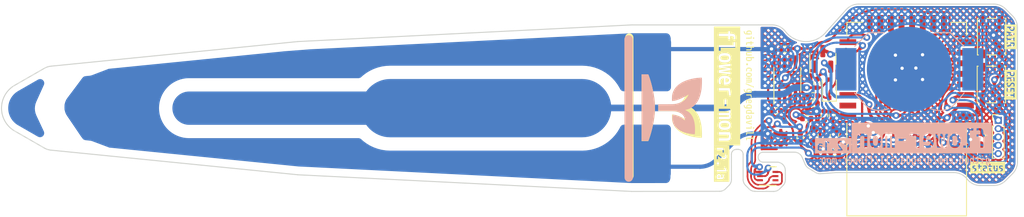
<source format=kicad_pcb>
(kicad_pcb (version 20211014) (generator pcbnew)
  (title_block (title "flower mon") (date "2022-05-24") (rev "r2.1") (company "Greg Davill <greg.davill@gmail.com>") (comment 2 "OSHW: GPL-3.0") (comment 3 "https://github.com/gregdavill/flower-mon") (comment 4 "Zigbee based Soil monitor"))
  (layers (0 "F.Cu" signal) (31 "B.Cu" signal) (34 "B.Paste" user) (35 "F.Paste" user) (36 "B.SilkS" user "B.Silkscreen") (37 "F.SilkS" user "F.Silkscreen") (38 "B.Mask" user) (39 "F.Mask" user) (44 "Edge.Cuts" user))
  (net 0 "")
  (net 1 "Net-(BT1-Pad1)")
  (net 2 "GND")
  (net 3 "+3V0")
  (net 4 "/reset")
  (net 5 "/sense")
  (net 6 "Net-(D1-Pad2)")
  (net 7 "/2.2")
  (net 8 "/2.1")
  (net 9 "/led")
  (net 10 "/stim")
  (net 11 "/join")
  (net 17 "/scl")
  (net 19 "/ow_pwr")
  (net 22 "/sda")
  (net 23 "/ow_dat")
  (net 27 "/sensor")
  (footprint "Resistor_SMD:R_0402_1005Metric" (layer "F.Cu") (at 165.225 94.45 180)
    (fp_text reference "R7" hide)
    (fp_text value "4.7k" hide)
  )
  (footprint "Diode_SMD:D_SOD-323F" (layer "F.Cu") (at 170.525 99.175 90)
    (fp_text reference "D2" hide)
    (fp_text value "1N4148" hide)
  )
  (footprint "Capacitor_SMD:C_0603_1608Metric" (layer "F.Cu") (at 171.15 104.8 90)
    (fp_text reference "C2" hide)
    (fp_text value "10uF" hide)
  )
  (footprint "kibuzzard-628C3FDC" (layer "F.Cu") (at 192.25 98.7 -90)
    (fp_text reference "kibuzzard-628C3FDC" hide)
    (fp_text value "G***" hide)
  )
  (footprint "lib:gsd_logo_small" (layer "F.Cu") (at 162.914476 96.428055 -90)
    (fp_text reference "G***" hide)
    (fp_text value "LOGO" hide)
  )
  (footprint "Package_SO:MSOP-8_3x3mm_P0.65mm" (layer "F.Cu") (at 165.5 98.1 90)
    (fp_text reference "U3" hide)
    (fp_text value "DS18B20U" hide)
  )
  (footprint "Capacitor_SMD:C_0603_1608Metric" (layer "F.Cu") (at 168.675 104.775 -90)
    (fp_text reference "C3" hide)
    (fp_text value "10uF" hide)
  )
  (footprint "Package_DFN_QFN:DFN-6-1EP_2x2mm_P0.5mm_EP0.61x1.42mm" (layer "F.Cu") (at 163.15 109.675)
    (fp_text reference "U2" hide)
    (fp_text value "HSU-CHM-01A" hide)
  )
  (footprint "LED_SMD:LED_0603_1608Metric" (layer "F.Cu") (at 188.5 105.15 90)
    (fp_text reference "D1" hide)
    (fp_text value "green" hide)
  )
  (footprint "Button_Switch_SMD:SW_SPST_PTS810" (layer "F.Cu") (at 189.975 92.925 90)
    (fp_text reference "SW1" hide)
    (fp_text value "SW_Push" hide)
  )
  (footprint "kibuzzard-628D81CB" (layer "F.Cu") (at 158.275 98.85 -90)
    (fp_text reference "kibuzzard-628D81CB" hide)
    (fp_text value "G***" hide)
  )
  (footprint "Resistor_SMD:R_0402_1005Metric" (layer "F.Cu") (at 167.825 102.775)
    (fp_text reference "R5" hide)
    (fp_text value "4.7k" hide)
  )
  (footprint "Connector_PinHeader_1.00mm:PinHeader_1x05_P1.00mm_Vertical" (layer "F.Cu") (at 190.775 102.975)
    (fp_text reference "J1" hide)
    (fp_text value "Conn_01x05_Male" hide)
  )
  (footprint "kibuzzard-628C36A2" (layer "F.Cu") (at 118.575 101.625 180)
    (fp_text reference "kibuzzard-628C36A2" hide)
    (fp_text value "G***" hide)
  )
  (footprint "Capacitor_SMD:C_0402_1005Metric" (layer "F.Cu") (at 168.625 100.975 180)
    (fp_text reference "C5" hide)
    (fp_text value "0.75pF" hide)
  )
  (footprint "Resistor_SMD:R_0402_1005Metric" (layer "F.Cu") (at 169.05 98.55 -90)
    (fp_text reference "R3" hide)
    (fp_text value "10k" hide)
  )
  (footprint "Resistor_SMD:R_0402_1005Metric" (layer "F.Cu") (at 168.625 100.025)
    (fp_text reference "R4" hide)
    (fp_text value "1M" hide)
  )
  (footprint "Resistor_SMD:R_0402_1005Metric" (layer "F.Cu") (at 167.05 105.05 -90)
    (fp_text reference "R6" hide)
    (fp_text value "4.7k" hide)
  )
  (footprint "Capacitor_SMD:C_0402_1005Metric" (layer "F.Cu") (at 164.2 101.825)
    (fp_text reference "C6" hide)
    (fp_text value "100nF" hide)
  )
  (footprint "LOGO" (layer "F.Cu") (at 151.65 101.475 -90)
    (fp_text reference "G***" hide)
    (fp_text value "LOGO" hide)
  )
  (footprint "kibuzzard-628C37D3" (layer "F.Cu") (at 189.5 108.65)
    (fp_text reference "kibuzzard-628C37D3" hide)
    (fp_text value "G***" hide)
  )
  (footprint "Button_Switch_SMD:SW_SPST_PTS810" (layer "F.Cu") (at 189.95 98.675 -90)
    (fp_text reference "SW2" hide)
    (fp_text value "SW_Push" hide)
  )
  (footprint "kibuzzard-628C3FD2" (layer "F.Cu") (at 192.25 92.95 -90)
    (fp_text reference "kibuzzard-628C3FD2" hide)
    (fp_text value "G***" hide)
  )
  (footprint "Capacitor_SMD:C_0402_1005Metric" (layer "F.Cu") (at 171.175 106.85 180)
    (fp_text reference "C1" hide)
    (fp_text value "100nF" hide)
  )
  (footprint "kibuzzard-628D81B8" (layer "F.Cu") (at 160.9 98.775 -90)
    (fp_text reference "kibuzzard-628D81B8" hide)
    (fp_text value "G***" hide)
  )
  (footprint "Resistor_SMD:R_0402_1005Metric" (layer "F.Cu") (at 188.45 107.15)
    (fp_text reference "R2" hide)
    (fp_text value "1k" hide)
  )
  (footprint "kibuzzard-62A9BF5E" (layer "F.Cu") (at 157.625 108.175 -90)
    (fp_text reference "kibuzzard-62A9BF5E" hide)
    (fp_text value "G***" hide)
  )
  (footprint "Capacitor_SMD:C_0402_1005Metric" (layer "F.Cu") (at 170.875 102.375 -90)
    (fp_text reference "C4" hide)
    (fp_text value "100nF" hide)
  )
  (footprint "RF_Module:E18-MS1-PCB" (layer "F.Cu") (at 179.8 102.825 180)
    (fp_text reference "U1" hide)
    (fp_text value "E18-MS1-PCB" hide)
  )
  (footprint "Resistor_SMD:R_0402_1005Metric" (layer "F.Cu") (at 169.925 102.4 90)
    (fp_text reference "R1" hide)
    (fp_text value "1k" hide)
  )
  (footprint "Package_TO_SOT_SMD:SOT-23" (layer "F.Cu") (at 169.75 95.6 90)
    (fp_text reference "Q1" hide)
    (fp_text value "BSS84" hide)
  )
  (footprint "lib:oshw_small" (layer "F.Cu") (at 164.8 105.175 -90)
    (fp_text reference "G***" hide)
    (fp_text value "LOGO" hide)
  )
  (footprint "kibuzzard-62A9BF6E" (layer "B.Cu") (at 171 106.025 180)
    (fp_text reference "kibuzzard-62A9BF6E" hide)
    (fp_text value "G***" hide)
  )
  (footprint "Battery:BatteryHolder_LINX_BAT-HLD-012-SMT" (layer "B.Cu") (at 180.125 96.85 180)
    (fp_text reference "BT1" hide)
    (fp_text value "CR2032" hide)
  )
  (footprint "kibuzzard-628CB3EE" (layer "B.Cu") (at 181.6 105.1 180)
    (fp_text reference "kibuzzard-628CB3EE" hide)
    (fp_text value "G***" hide)
  )
  (footprint "LOGO" (layer "B.Cu") (at 151.65 101.45 90)
    (fp_text reference "G***" hide)
    (fp_text value "LOGO" hide)
  )
  (footprint "kibuzzard-628C3F80" (layer "B.Cu") (at 179.7 107.825 180)
    (fp_text reference "kibuzzard-628C3F80" hide)
    (fp_text value "G***" hide)
  )
  (gr_poly (pts (xy 131.79753 101.712385) (xy 131.768731 101.906535) (xy 131.721041 102.096925) (xy 131.654922 102.281715) (xy 131.571 102.459144) (xy 131.470101 102.627485) (xy 131.353181 102.785135) (xy 131.221381 102.930566) (xy 131.075951 103.062365) (xy 130.918301 103.179285) (xy 130.749961 103.280184) (xy 130.572531 103.364105) (xy 130.387741 103.430225) (xy 130.197351 103.477915) (xy 130.003201 103.506715) (xy 129.807171 103.516345) (xy 93.807171 103.516345) (xy 93.611141 103.506715) (xy 93.416991 103.477915) (xy 93.226601 103.430225) (xy 93.041811 103.364105) (xy 92.864381 103.280185) (xy 92.69604 103.179284) (xy 92.538391 103.062365) (xy 92.392961 102.930566) (xy 92.261161 102.785135) (xy 92.144241 102.627485) (xy 92.043341 102.459145) (xy 91.959422 102.281715) (xy 91.893301 102.096925) (xy 91.845611 101.906535) (xy 91.816811 101.712385) (xy 91.807181 101.516355) (xy 91.81681 101.320325) (xy 91.845611 101.126175) (xy 91.893301 100.935785) (xy 91.959421 100.750995) (xy 92.043341 100.573566) (xy 92.144241 100.405225) (xy 92.261161 100.247575) (xy 92.392961 100.102145) (xy 92.538392 99.970345) (xy 92.696041 99.853425) (xy 92.864381 99.752526) (xy 93.041811 99.668605) (xy 93.226601 99.602485) (xy 93.416991 99.554795) (xy 93.611141 99.525995) (xy 93.807171 99.516365) (xy 129.807171 99.516365) (xy 130.003201 99.525995) (xy 130.197351 99.554795) (xy 130.387741 99.602485) (xy 130.572531 99.668605) (xy 130.749961 99.752525) (xy 130.918301 99.853425) (xy 131.075952 99.970345) (xy 131.221381 100.102145) (xy 131.353181 100.247575) (xy 131.470101 100.405225) (xy 131.571001 100.573565) (xy 131.65492 100.750994) (xy 131.721041 100.935785) (xy 131.768731 101.126175) (xy 131.797532 101.320325) (xy 131.807161 101.516355)) (layer "B.Cu") (width 0) (fill solid))
  (gr_poly (pts (xy 144.390301 101.859415) (xy 144.339901 102.199175) (xy 144.256441 102.532355) (xy 144.140731 102.855745) (xy 143.993871 103.166245) (xy 143.817291 103.460855) (xy 143.612692 103.736735) (xy 143.382022 103.991225) (xy 143.127531 104.221895) (xy 142.851651 104.426495) (xy 142.557041 104.603075) (xy 142.246541 104.749935) (xy 141.92315 104.865645) (xy 141.589971 104.949106) (xy 141.250211 104.999505) (xy 140.907151 105.016355) (xy 117.907171 105.016355) (xy 117.564111 104.999505) (xy 117.224351 104.949106) (xy 116.891172 104.865645) (xy 116.567782 104.749935) (xy 116.257281 104.603075) (xy 115.962671 104.426495) (xy 115.68679 104.221895) (xy 115.432301 103.991225) (xy 115.20163 103.736734) (xy 114.997031 103.460855) (xy 114.820451 103.166245) (xy 114.673591 102.855744) (xy 114.557881 102.532355) (xy 114.474421 102.199175) (xy 114.424021 101.859415) (xy 114.407171 101.516355) (xy 114.424021 101.173295) (xy 114.474422 100.833535) (xy 114.557881 100.500355) (xy 114.673591 100.176965) (xy 114.820451 99.866464) (xy 114.997031 99.571855) (xy 115.201631 99.295975) (xy 115.432301 99.041485) (xy 115.686792 98.810815) (xy 115.962671 98.606216) (xy 116.257281 98.429635) (xy 116.56778 98.282775) (xy 116.891171 98.167065) (xy 117.224351 98.083605) (xy 117.564111 98.033205) (xy 117.907172 98.016355) (xy 140.90715 98.016354) (xy 141.250211 98.033205) (xy 141.589971 98.083605) (xy 141.923151 98.167065) (xy 142.246541 98.282775) (xy 142.557042 98.429635) (xy 142.851652 98.606215) (xy 143.127531 98.810815) (xy 143.382021 99.041485) (xy 143.612691 99.295975) (xy 143.81729 99.571855) (xy 143.993871 99.866464) (xy 144.140731 100.176964) (xy 144.256441 100.500355) (xy 144.339901 100.833535) (xy 144.390301 101.173295) (xy 144.407151 101.516355)) (layer "B.Cu") (width 0) (fill solid))
  (gr_line (start 146.492502 109.851745) (end 146.470702 93.256755) (layer "B.SilkS") (width 1))
  (gr_line (start 146.580761 109.632745) (end 146.558971 93.037756) (layer "F.SilkS") (width 1))
  (gr_line (start 165.264557 110.105766) (end 165.256865 108.993088) (layer "Edge.Cuts") (width 0.12))
  (gr_line (start 164.256888 108) (end 162.6 108) (layer "Edge.Cuts") (width 0.12))
  (gr_line (start 191.65701 110.216349) (end 192.48544 109.387919) (layer "Edge.Cuts") (width 0.12))
  (gr_arc (start 159.600001 106.464857) (mid 160.024265 106.640593) (end 160.2 107.064857) (layer "Edge.Cuts") (width 0.12))
  (gr_line (start 159.393936 106.464856) (end 159.600001 106.464857) (layer "Edge.Cuts") (width 0.12))
  (gr_line (start 187.132151 89.016354) (end 174.041679 89.016352) (layer "Edge.Cuts") (width 0.12))
  (gr_line (start 169.482154 109.388056) (end 171.295177 109.253406) (layer "Edge.Cuts") (width 0.12))
  (gr_arc (start 160.491367 110.793926) (mid 160.275708 110.470034) (end 160.2 110.088349) (layer "Edge.Cuts") (width 0.12))
  (gr_arc (start 191.65701 110.216349) (mid 191.008158 110.64989) (end 190.24279 110.80214) (layer "Edge.Cuts") (width 0.12))
  (gr_line (start 158.092493 111.208073) (end 158.50614 110.793293) (layer "Edge.Cuts") (width 0.12))
  (gr_line (start 168.041365 108.733487) (end 168.891033 109.24675) (layer "Edge.Cuts") (width 0.12))
  (gr_arc (start 162.6 108) (mid 162 107.4) (end 162.6 106.8) (layer "Edge.Cuts") (width 0.12))
  (gr_arc (start 77.258591 106.55898) (mid 76.846051 106.473119) (end 76.460661 106.302718) (layer "Edge.Cuts") (width 0.12))
  (gr_arc (start 166.34415 106.799999) (mid 166.892573 106.963798) (end 167.261333 107.401536) (layer "Edge.Cuts") (width 0.12))
  (gr_arc (start 164.256888 108) (mid 164.961546 108.290455) (end 165.256865 108.993088) (layer "Edge.Cuts") (width 0.12))
  (gr_arc (start 171.295177 109.253406) (mid 171.332183 109.251347) (end 171.36924 109.250661) (layer "Edge.Cuts") (width 0.12))
  (gr_arc (start 163.680454 91.516346) (mid 164.566276 91.723216) (end 165.268845 92.301034) (layer "Edge.Cuts") (width 0.12))
  (gr_line (start 158.798067 110.085788) (end 158.793937 107.065677) (layer "Edge.Cuts") (width 0.12))
  (gr_line (start 106.832162 93.516343) (end 77.25859 96.473717) (layer "Edge.Cuts") (width 0.12))
  (gr_arc (start 164.569204 111.223313) (mid 164.242466 111.44158) (end 163.856858 111.517112) (layer "Edge.Cuts") (width 0.12))
  (gr_line (start 106.832161 109.516364) (end 146.832151 111.516364) (layer "Edge.Cuts") (width 0.12))
  (gr_line (start 167.261333 107.401536) (end 167.641239 108.276001) (layer "Edge.Cuts") (width 0.12))
  (gr_line (start 192.485445 90.430564) (end 191.65701 89.602139) (layer "Edge.Cuts") (width 0.12))
  (gr_arc (start 158.092493 111.208073) (mid 157.768367 111.42529) (end 157.385788 111.501934) (layer "Edge.Cuts") (width 0.12))
  (gr_arc (start 72.832155 104.216342) (mid 71.332149 101.516352) (end 72.832151 98.81636) (layer "Edge.Cuts") (width 0.12))
  (gr_line (start 76.460661 96.729978) (end 72.832151 98.81636) (layer "Edge.Cuts") (width 0.12))
  (gr_arc (start 169.482154 109.388056) (mid 169.175598 109.3634) (end 168.891033 109.24675) (layer "Edge.Cuts") (width 0.12))
  (gr_arc (start 168.041365 108.733487) (mid 167.805704 108.535878) (end 167.641239 108.276001) (layer "Edge.Cuts") (width 0.12))
  (gr_line (start 146.832151 91.516344) (end 106.832162 93.516343) (layer "Edge.Cuts") (width 0.12))
  (gr_arc (start 158.793937 107.065677) (mid 158.969382 106.640883) (end 159.393936 106.464856) (layer "Edge.Cuts") (width 0.12))
  (gr_line (start 162.6 106.8) (end 166.34415 106.799999) (layer "Edge.Cuts") (width 0.12))
  (gr_arc (start 158.798067 110.085788) (mid 158.72247 110.468575) (end 158.50614 110.793293) (layer "Edge.Cuts") (width 0.12))
  (gr_line (start 72.832155 104.216342) (end 76.460661 106.302718) (layer "Edge.Cuts") (width 0.12))
  (gr_line (start 146.832151 111.516364) (end 157.385788 111.501934) (layer "Edge.Cuts") (width 0.12))
  (gr_arc (start 76.460661 96.729978) (mid 76.84605 96.559578) (end 77.25859 96.473717) (layer "Edge.Cuts") (width 0.12))
  (gr_line (start 161.612934 111.507408) (end 163.856858 111.517112) (layer "Edge.Cuts") (width 0.12))
  (gr_line (start 188.617716 110.802129) (end 190.24279 110.80214) (layer "Edge.Cuts") (width 0.12))
  (gr_arc (start 165.264557 110.105766) (mid 165.190023 110.491568) (end 164.972601 110.81887) (layer "Edge.Cuts") (width 0.12))
  (gr_line (start 171.36924 109.250661) (end 185.45468 109.250659) (layer "Edge.Cuts") (width 0.12))
  (gr_line (start 172.555603 89.677857) (end 170.260243 92.226314) (layer "Edge.Cuts") (width 0.12))
  (gr_line (start 77.258591 106.55898) (end 106.832161 109.516364) (layer "Edge.Cuts") (width 0.12))
  (gr_line (start 164.569204 111.223313) (end 164.972601 110.81887) (layer "Edge.Cuts") (width 0.12))
  (gr_arc (start 192.485445 90.430564) (mid 192.918982 91.079414) (end 193.07122 91.84478) (layer "Edge.Cuts") (width 0.12))
  (gr_arc (start 172.555603 89.677857) (mid 173.228348 89.189191) (end 174.041679 89.016352) (layer "Edge.Cuts") (width 0.12))
  (gr_arc (start 188.617716 110.802132) (mid 187.736953 110.597762) (end 187.0362 110.026399) (layer "Edge.Cuts") (width 0.12))
  (gr_line (start 163.680454 91.51634) (end 146.832151 91.516344) (layer "Edge.Cuts") (width 0.12))
  (gr_line (start 160.2 107.064857) (end 160.2 110.088349) (layer "Edge.Cuts") (width 0.12))
  (gr_arc (start 161.612934 111.507408) (mid 161.23158 111.430051) (end 160.908625 111.212992) (layer "Edge.Cuts") (width 0.12))
  (gr_line (start 193.07122 107.973711) (end 193.07122 91.84478) (layer "Edge.Cuts") (width 0.12))
  (gr_arc (start 193.07122 107.973711) (mid 192.918979 108.739073) (end 192.48544 109.387919) (layer "Edge.Cuts") (width 0.12))
  (gr_arc (start 185.45468 109.250659) (mid 186.335446 109.455032) (end 187.0362 110.026399) (layer "Edge.Cuts") (width 0.12))
  (gr_line (start 170.260243 92.226314) (end 170.172629 92.330498) (layer "Edge.Cuts") (width 0.12))
  (gr_line (start 190.242802 89.016349) (end 187.132151 89.016354) (layer "Edge.Cuts") (width 0.12))
  (gr_arc (start 190.242802 89.016349) (mid 191.008167 89.168591) (end 191.65701 89.602139) (layer "Edge.Cuts") (width 0.12))
  (gr_arc (start 170.172629 92.330498) (mid 167.713514 93.517882) (end 165.268845 92.301034) (layer "Edge.Cuts") (width 0.12))
  (gr_line (start 160.491367 110.793926) (end 160.908625 111.212992) (layer "Edge.Cuts") (width 0.12))
  (segment (start 170.65 95.05) (end 170.443696 94.843696) (width 0.35) (layer "F.Cu") (net 1))
  (segment (start 170.00625 94.6625) (end 169.75 94.6625) (width 0.35) (layer "F.Cu") (net 1))
  (via (at 170.65 95.05) (size 0.8) (drill 0.4) (layers "F.Cu" "B.Cu") (net 1))
  (arc (start 170.00625 94.6625) (mid 170.242994 94.709591) (end 170.443696 94.843696) (width 0.35) (layer "F.Cu") (net 1))
  (segment (start 172.304549 96.629549) (end 172.084099 96.409099) (width 0.35) (layer "B.Cu") (net 1))
  (segment (start 172.525 96.538235) (end 172.525 94.440165) (width 0.35) (layer "B.Cu") (net 1))
  (segment (start 170.65 95.05) (end 171.7659 95.05) (width 0.35) (layer "B.Cu") (net 1))
  (arc (start 172.525 96.538235) (mid 172.445281 96.657542) (end 172.304549 96.629549) (width 0.35) (layer "B.Cu") (net 1))
  (segment (start 187.45 105.275) (end 187.975498 105.800498) (width 0.25) (layer "F.Cu") (net 2))
  (segment (start 188.875 100.930469) (end 188.875 100.801562) (width 0.25) (layer "F.Cu") (net 2))
  (segment (start 170.875 102.9775) (end 170.875 102.855) (width 0.25) (layer "F.Cu") (net 2))
  (segment (start 168.145 100.703709) (end 168.145 100.691776) (width 0.25) (layer "F.Cu") (net 2))
  (segment (start 168.145 100.168798) (end 168.145 100.138146) (width 0.25) (layer "F.Cu") (net 2))
  (segment (start 168.145 101.045877) (end 168.145 100.984325) (width 0.25) (layer "F.Cu") (net 2))
  (segment (start 188.875 96.95) (end 188.875 98.275) (width 0.25) (layer "F.Cu") (net 2))
  (segment (start 168.145 100.123499) (end 168.145 100.138146) (width 0.25) (layer "F.Cu") (net 2))
  (segment (start 168.145 100.667911) (end 168.145 100.691776) (width 0.25) (layer "F.Cu") (net 2))
  (segment (start 168.145 100.627758) (end 168.145 100.662482) (width 0.25) (layer "F.Cu") (net 2))
  (segment (start 168.145 101.129661) (end 168.145 101.147514) (width 0.25) (layer "F.Cu") (net 2))
  (segment (start 167 98.356326) (end 167 98.237652) (width 0.25) (layer "F.Cu") (net 2))
  (segment (start 168.145 100.949999) (end 168.145 100.984325) (width 0.25) (layer "F.Cu") (net 2))
  (segment (start 168.145 100.236069) (end 168.145 100.287965) (width 0.25) (layer "F.Cu") (net 2))
  (segment (start 190.2 92.75) (end 190.2 93.0875) (width 0.25) (layer "F.Cu") (net 2))
  (segment (start 188.875 101.085155) (end 188.875 101.136718) (width 0.25) (layer "F.Cu") (net 2))
  (segment (start 168.145 100.505149) (end 168.145 100.598463) (width 0.25) (layer "F.Cu") (net 2))
  (segment (start 168.145 101.165367) (end 168.145 101.18322) (width 0.25) (layer "F.Cu") (net 2))
  (segment (start 168.145 101.045877) (end 168.145 101.060077) (width 0.25) (layer "F.Cu") (net 2))
  (segment (start 188.875 100.698437) (end 188.875 100.801562) (width 0.25) (layer "F.Cu") (net 2))
  (segment (start 168.145 100.323952) (end 168.145 100.395926) (width 0.25) (layer "F.Cu") (net 2))
  (segment (start 168.328847 101.653847) (end 168.424739 101.749739) (width 0.25) (layer "F.Cu") (net 2))
  (segment (start 166.475 100.688342) (end 166.475 100.693749) (width 0.25) (layer "F.Cu") (net 2))
  (segment (start 162.836608 109.675) (end 162.225 109.675) (width 0.2) (layer "F.Cu") (net 2))
  (segment (start 172.225 104.025) (end 171.167677 104.025) (width 0.25) (layer "F.Cu") (net 2))
  (segment (start 168.145 100.076213) (end 168.145 100.082873) (width 0.25) (layer "F.Cu") (net 2))
  (segment (start 168.145 100.691776) (end 168.145 100.667911) (width 0.25) (layer "F.Cu") (net 2))
  (segment (start 168.093786 100.025) (end 167.8325 100.025) (width 0.25) (layer "F.Cu") (net 2))
  (segment (start 168.145 100.108852) (end 168.145 100.123499) (width 0.25) (layer "F.Cu") (net 2))
  (segment (start 169.775 106.4) (end 169.575 106.2) (width 0.25) (layer "F.Cu") (net 2))
  (segment (start 167 98.356326) (end 167 98.593674) (width 0.25) (layer "F.Cu") (net 2))
  (segment (start 191.05 94.6875) (end 191.05 94.6375) (width 0.25) (layer "F.Cu") (net 2))
  (segment (start 165.36538 101.825) (end 164.68 101.825) (width 0.25) (layer "F.Cu") (net 2))
  (segment (start 168.145 100.287965) (end 168.145 100.323952) (width 0.25) (layer "F.Cu") (net 2))
  (segment (start 188.372747 102.077252) (end 188.583318 101.866681) (width 0.25) (layer "F.Cu") (net 2))
  (segment (start 167.725 97) (end 168.757322 97) (width 0.35) (layer "F.Cu") (net 2))
  (segment (start 168.145 100.949999) (end 168.145 100.984325) (width 0.25) (layer "F.Cu") (net 2))
  (segment (start 166.475 99.393732) (end 166.475 99.438734) (width 0.25) (layer "F.Cu") (net 2))
  (segment (start 168.145 100.723597) (end 168.145 100.927115) (width 0.25) (layer "F.Cu") (net 2))
  (segment (start 190.731801 92.068198) (end 190.253032 92.546966) (width 0.25) (layer "F.Cu") (net 2))
  (segment (start 167 99.086091) (end 167 98.593674) (width 0.25) (layer "F.Cu") (net 2))
  (segment (start 188.875 99.924999) (end 188.875 99.899218) (width 0.25) (layer "F.Cu") (net 2))
  (segment (start 168.675 105.955545) (end 168.675 105.55) (width 0.25) (layer "F.Cu") (net 2))
  (segment (start 168.145 100.395926) (end 168.145 100.4679) (width 0.25) (layer "F.Cu") (net 2))
  (segment (start 187.4125 102.475) (end 186.85 102.475) (width 0.25) (layer "F.Cu") (net 2))
  (segment (start 166.475 100.678879) (end 166.475 100.68699) (width 0.25) (layer "F.Cu") (net 2))
  (segment (start 168.145 101.21) (end 168.145 101.201073) (width 0.25) (layer "F.Cu") (net 2))
  (segment (start 166.475 99.438734) (end 166.475 99.461235) (width 0.25) (layer "F.Cu") (net 2))
  (segment (start 189.292157 96.6) (end 189.225 96.6) (width 0.25) (layer "F.Cu") (net 2))
  (segment (start 190.2 92.675) (end 190.2 92.75) (width 0.25) (layer "F.Cu") (net 2))
  (segment (start 167.3625 97.3625) (end 167.725 97) (width 0.25) (layer "F.Cu") (net 2))
  (segment (start 188.875 100.389062) (end 188.875 100.234374) (width 0.25) (layer "F.Cu") (net 2))
  (segment (start 163.2 108.7) (end 163.2 109.187867) (width 0.2) (layer "F.Cu") (net 2))
  (segment (start 169.775 106.4) (end 169.7625 106.4125) (width 0.25) (layer "F.Cu") (net 2))
  (segment (start 188.875 98.275) (end 188.875 99.1) (width 0.25) (layer "F.Cu") (net 2))
  (segment (start 188.875 100.982031) (end 188.875 101.033593) (width 0.25) (layer "F.Cu") (net 2))
  (segment (start 166.475 99.371231) (end 166.475 99.393732) (width 0.25) (layer "F.Cu") (net 2))
  (segment (start 162.987498 109.612499) (end 163.049999 109.549999) (width 0.2) (layer "F.Cu") (net 2))
  (segment (start 166.475 100.678879) (end 166.475 100.67212) (width 0.25) (layer "F.Cu") (net 2))
  (segment (start 168.145 100.168798) (end 168.145 100.194115) (width 0.25) (layer "F.Cu") (net 2))
  (segment (start 170.96162 103.18662) (end 171.025 103.25) (width 0.25) (layer "F.Cu") (net 2))
  (segment (start 166.475 99.641243) (end 166.475 99.731248) (width 0.25) (layer "F.Cu") (net 2))
  (segment (start 168.145 101.147514) (end 168.145 101.165367) (width 0.25) (layer "F.Cu") (net 2))
  (segment (start 168.145 100.715642) (end 168.145 100.703709) (width 0.25) (layer "F.Cu") (net 2))
  (segment (start 168.145 100.703709) (end 168.145 100.691776) (width 0.25) (layer "F.Cu") (net 2))
  (segment (start 170.46 106.85) (end 170.695 106.85) (width 0.25) (layer "F.Cu") (net 2))
  (segment (start 169.144454 106.425) (end 169.732322 106.425) (width 0.25) (layer "F.Cu") (net 2))
  (segment (start 166.475 100.65049) (end 166.475 100.67212) (width 0.25) (layer "F.Cu") (net 2))
  (segment (start 188.875 99.383594) (end 188.875 99.1) (width 0.25) (layer "F.Cu") (net 2))
  (segment (start 168.145 100.715642) (end 168.145 100.703709) (width 0.25) (layer "F.Cu") (net 2))
  (segment (start 166.475 100.451286) (end 166.475 100.65049) (width 0.25) (layer "F.Cu") (net 2))
  (segment (start 168.145 100.194115) (end 168.145 100.206774) (width 0.25) (layer "F.Cu") (net 2))
  (segment (start 188.875 101.1625) (end 188.875 101.136718) (width 0.25) (layer "F.Cu") (net 2))
  (segment (start 168.145 100.108852) (end 168.145 100.096194) (width 0.25) (layer "F.Cu") (net 2))
  (segment (start 166.475 100.704563) (end 166.475 100.709972) (width 0.25) (layer "F.Cu") (net 2))
  (segment (start 187.525 102.475) (end 187.616636 102.475) (width 0.25) (layer "F.Cu") (net 2))
  (segment (start 168.8 96.957322) (end 168.8 96.5375) (width 0.35) (layer "F.Cu") (net 2))
  (segment (start 188.875 100.389062) (end 188.875 100.54375) (width 0.25) (layer "F.Cu") (net 2))
  (segment (start 168.145 100.236069) (end 168.145 100.287965) (width 0.25) (layer "F.Cu") (net 2))
  (segment (start 171.175 103.612132) (end 171.175 103.982322) (width 0.25) (layer "F.Cu") (net 2))
  (segment (start 166.475 100.091267) (end 166.475 99.978761) (width 0.25) (layer "F.Cu") (net 2))
  (segment (start 188.875 100.389062) (end 188.875 100.234374) (width 0.25) (layer "F.Cu") (net 2))
  (segment (start 166.475 100.711324) (end 166.475 100.709972) (width 0.25) (layer "F.Cu") (net 2))
  (segment (start 190.204029 95.22097) (end 190.199999 95.224999) (width 0.25) (layer "F.Cu") (net 2))
  (segment (start 187.45 105.275) (end 187.15 104.975) (width 0.25) (layer "F.Cu") (net 2))
  (segment (start 166.475 100.711324) (end 166.475 100.714028) (width 0.25) (layer "F.Cu") (net 2))
  (segment (start 166.475 99.731248) (end 166.475 99.821253) (width 0.25) (layer "F.Cu") (net 2))
  (segment (start 188.875 99.641406) (end 188.875 99.899218) (width 0.25) (layer "F.Cu") (net 2))
  (segment (start 168.145 100.662482) (end 168.145 100.667911) (width 0.25) (layer "F.Cu") (net 2))
  (segment (start 168.145 101.060077) (end 168.145 101.074277) (width 0.25) (layer "F.Cu") (net 2))
  (segment (start 166.475 100.699156) (end 166.475 100.704563) (width 0.25) (layer "F.Cu") (net 2))
  (segment (start 166.737499 98.737499) (end 166.916084 98.558915) (width 0.25) (layer "F.Cu") (net 2))
  (segment (start 166.475 99.461235) (end 166.475 99.551239) (width 0.25) (layer "F.Cu") (net 2))
  (segment (start 168.145 100.4679) (end 168.145 100.505149) (width 0.25) (layer "F.Cu") (net 2))
  (segment (start 168.145 100.082873) (end 168.145 100.096194) (width 0.25) (layer "F.Cu") (net 2))
  (segment (start 191.05 91.3) (end 191.05 90.85) (width 0.25) (layer "F.Cu") (net 2))
  (segment (start 168.145 101.129661) (end 168.145 101.074277) (width 0.25) (layer "F.Cu") (net 2))
  (segment (start 188.875 100.234374) (end 188.875 99.924999) (width 0.25) (layer "F.Cu") (net 2))
  (segment (start 190.438648 93.663648) (end 190.793673 94.018673) (width 0.25) (layer "F.Cu") (net 2))
  (segment (start 188.875 99.383594) (end 188.875 99.641406) (width 0.25) (layer "F.Cu") (net 2))
  (segment (start 189.975 95.917157) (end 189.975 95.768198) (width 0.25) (layer "F.Cu") (net 2))
  (segment (start 166.475 99.551239) (end 166.475 99.641243) (width 0.25) (layer "F.Cu") (net 2))
  (segment (start 168.145 100.287965) (end 168.145 100.323952) (width 0.25) (layer "F.Cu") (net 2))
  (segment (start 166.475 100.714028) (end 166.475 100.71538) (width 0.25) (layer "F.Cu") (net 2))
  (segment (start 166.475 99.843754) (end 166.475 99.978761) (width 0.25) (layer "F.Cu") (net 2))
  (segment (start 167.275 99.75) (end 167.350242 99.825242) (width 0.25) (layer "F.Cu") (net 2))
  (segment (start 188.30625 105.9375) (end 188.5 105.9375) (width 0.25) (layer "F.Cu") (net 2))
  (segment (start 166.475 100.091267) (end 166.475 100.451286) (width 0.25) (layer "F.Cu") (net 2))
  (segment (start 169 101.9) (end 168.7875 101.9) (width 0.25) (layer "F.Cu") (net 2))
  (segment (start 188.875 100.389062) (end 188.875 100.54375) (width 0.25) (layer "F.Cu") (net 2))
  (segment (start 168.145 101.18322) (end 168.145 101.201073) (width 0.25) (layer "F.Cu") (net 2))
  (segment (start 188.875 99.924999) (end 188.875 100.234374) (width 0.25) (layer "F.Cu") (net 2))
  (segment (start 168.145 101.060077) (end 168.145 101.045877) (width 0.25) (layer "F.Cu") (net 2))
  (segment (start 166.475 99.843754) (end 166.475 99.821253) (width 0.25) (layer "F.Cu") (net 2))
  (segment (start 186.85 104.250735) (end 186.85 103.15) (width 0.25) (layer "F.Cu") (net 2))
  (segment (start 169.775 106.4) (end 170.058829 106.683829) (width 0.25) (layer "F.Cu") (net 2))
  (segment (start 166.475 100.688342) (end 166.475 100.68699) (width 0.25) (layer "F.Cu") (net 2))
  (segment (start 168.145 100.395926) (end 168.145 100.323952) (width 0.25) (layer "F.Cu") (net 2))
  (segment (start 188.875 100.930469) (end 188.875 100.982031) (width 0.25) (layer "F.Cu") (net 2))
  (segment (start 168.145 100.627758) (end 168.145 100.598463) (width 0.25) (layer "F.Cu") (net 2))
  (segment (start 168.145 101.045877) (end 168.145 100.984325) (width 0.25) (layer "F.Cu") (net 2))
  (segment (start 166.475 100.693749) (end 166.475 100.699156) (width 0.25) (layer "F.Cu") (net 2))
  (segment (start 188.875 100.698437) (end 188.875 100.646875) (width 0.25) (layer "F.Cu") (net 2))
  (segment (start 188.875 101.033593) (end 188.875 101.085155) (width 0.25) (layer "F.Cu") (net 2))
  (via (at 178.45 98.125) (size 0.8) (drill 0.4) (layers "F.Cu" "B.Cu") (net 2))
  (via (at 169.775 106.4) (size 0.8) (drill 0.4) (layers "F.Cu" "B.Cu") (net 2))
  (via (at 167.725 97) (size 0.8) (drill 0.4) (layers "F.Cu" "B.Cu") (net 2))
  (via (at 163.6 94.4) (size 0.8) (drill 0.4) (layers "F.Cu" "B.Cu") (net 2))
  (via (at 172.225 104.025) (size 0.8) (drill 0.4) (layers "F.Cu" "B.Cu") (net 2))
  (via (at 190.2 92.75) (size 0.8) (drill 0.4) (layers "F.Cu" "B.Cu") (net 2))
  (via (at 163.2 108.7) (size 0.8) (drill 0.4) (layers "F.Cu" "B.Cu") (net 2))
  (via (at 178.45 95.15) (size 0.8) (drill 0.4) (layers "F.Cu" "B.Cu") (net 2))
  (via (at 187.45 105.275) (size 0.8) (drill 0.4) (layers "F.Cu" "B.Cu") (net 2))
  (via (at 163.15 104.575) (size 0.8) (drill 0.4) (layers "F.Cu" "B.Cu") (net 2))
  (via (at 181.7 98.075) (size 0.8) (drill 0.4) (layers "F.Cu" "B.Cu") (net 2))
  (via (at 181.7 95.1) (size 0.8) (drill 0.4) (layers "F.Cu" "B.Cu") (net 2))
  (via (at 180.9 96.7) (size 0.8) (drill 0.4) (layers "F.Cu" "B.Cu") (net 2))
  (via (at 179.25 96.725) (size 0.8) (drill 0.4) (layers "F.Cu" "B.Cu") (net 2))
  (via (at 169 101.9) (size 0.8) (drill 0.4) (layers "F.Cu" "B.Cu") (net 2))
  (arc (start 166.475 100.71538) (mid 166.390535 101.140013) (end 166.15 101.5) (width 0.25) (layer "F.Cu") (net 2))
  (arc (start 167.8325 100.025) (mid 167.571503 99.973084) (end 167.350242 99.825242) (width 0.25) (layer "F.Cu") (net 2))
  (arc (start 168.145 100.715642) (mid 168.145 100.715642) (end 168.145 100.715642) (width 0.25) (layer "F.Cu") (net 2))
  (arc (start 168.145 100.691776) (mid 168.145 100.691776) (end 168.145 100.691776) (width 0.25) (layer "F.Cu") (net 2))
  (arc (start 187.525 102.475) (mid 187.047702 102.672702) (end 186.85 103.15) (width 0.25) (layer "F.Cu") (net 2))
  (arc (start 188.875 96.95) (mid 188.977512 96.702512) (end 189.225 96.6) (width 0.25) (layer "F.Cu") (net 2))
  (arc (start 167 99.086091) (mid 167.07147 99.445396) (end 167.275 99.75) (width 0.25) (layer "F.Cu") (net 2))
  (arc (start 171.1625 104.0125) (mid 171.171751 103.998654) (end 171.175 103.982322) (width 0.25) (layer "F.Cu") (net 2))
  (arc (start 191.05 94.6375) (mid 190.983382 94.302593) (end 190.793673 94.018673) (width 0.25) (layer "F.Cu") (net 2))
  (arc (start 168.328847 101.653847) (mid 168.19278 101.450208) (end 168.145 101.21) (width 0.25) (layer "F.Cu") (net 2))
  (arc (start 190.2 92.675) (mid 190.213782 92.605708) (end 190.253032 92.546966) (width 0.25) (layer "F.Cu") (net 2))
  (arc (start 168.145 100.323952) (mid 168.145 100.323952) (end 168.145 100.323952) (width 0.25) (layer "F.Cu") (net 2))
  (arc (start 163.049999 109.549999) (mid 163.161016 109.383851) (end 163.2 109.187867) (width 0.2) (layer "F.Cu") (net 2))
  (arc (start 167 98.356326) (mid 166.97819 98.465966) (end 166.916084 98.558915) (width 0.25) (layer "F.Cu") (net 2))
  (arc (start 170.46 106.85) (mid 170.242888 106.806813) (end 170.058829 106.683829) (width 0.25) (layer "F.Cu") (net 2))
  (arc (start 188.875 100.234374) (mid 188.875 100.234374) (end 188.875 100.234374) (width 0.25) (layer "F.Cu") (net 2))
  (arc (start 188.875 101.1625) (mid 188.799194 101.5436) (end 188.583318 101.866681) (width 0.25) (layer "F.Cu") (net 2))
  (arc (start 162.987498 109.612499) (mid 162.918269 109.658756) (end 162.836608 109.675) (width 0.2) (layer "F.Cu") (net 2))
  (arc (start 168.8 96.957322) (mid 168.796751 96.973654) (end 168.7875 96.9875) (width 0.35) (layer "F.Cu") (net 2))
  (arc (start 168.145 100.715642) (mid 168.145 100.717971) (end 168.145 100.723597) (width 0.25) (layer "F.Cu") (net 2))
  (arc (start 190.7375 95) (mid 190.448787 95.057428) (end 190.204029 95.22097) (width 0.25) (layer "F.Cu") (net 2))
  (arc (start 168.145 100.287965) (mid 168.145 100.287965) (end 168.145 100.287965) (width 0.25) (layer "F.Cu") (net 2))
  (arc (start 168.145 101.045877) (mid 168.145 101.045877) (end 168.145 101.045877) (width 0.25) (layer "F.Cu") (net 2))
  (arc (start 168.145 100.236069) (mid 168.145 100.227488) (end 168.145 100.206774) (width 0.25) (layer "F.Cu") (net 2))
  (arc (start 191.05 91.3) (mid 190.967302 91.715745) (end 190.731801 92.068198) (width 0.25) (layer "F.Cu") (net 2))
  (arc (start 189.975 95.768198) (mid 190.033475 95.474221) (end 190.199999 95.224999) (width 0.25) (layer "F.Cu") (net 2))
  (arc (start 187.975498 105.800498) (mid 188.127248 105.901894) (end 188.30625 105.9375) (width 0.25) (layer "F.Cu") (net 2))
  (arc (start 168.145 100.703709) (mid 168.145 100.703709) (end 168.145 100.703709) (width 0.25) (layer "F.Cu") (net 2))
  (arc (start 168.145 100.236069) (mid 168.145 100.227488) (end 168.145 100.206774) (width 0.25) (layer "F.Cu") (net 2))
  (arc (start 170.875 102.9775) (mid 170.897511 103.090675) (end 170.96162 103.18662) (width 0.25) (layer "F.Cu") (net 2))
  (arc (start 188.372747 102.077252) (mid 187.932182 102.371628) (end 187.4125 102.475) (width 0.25) (layer "F.Cu") (net 2))
  (arc (start 168.145 100.715642) (mid 168.145 100.717971) (end 168.145 100.723597) (width 0.25) (layer "F.Cu") (net 2))
  (arc (start 168.145 100.715642) (mid 168.145 100.715642) (end 168.145 100.715642) (width 0.25) (layer "F.Cu") (net 2))
  (arc (start 190.438648 93.663648) (mid 190.262022 93.399309) (end 190.2 93.0875) (width 0.25) (layer "F.Cu") (net 2))
  (arc (start 169.144454 106.425) (mid 168.964801 106.389264) (end 168.8125 106.2875) (width 0.25) (layer "F.Cu") (net 2))
  (arc (start 188.875 100.54375) (mid 188.875 100.573954) (end 188.875 100.646875) (width 0.25) (layer "F.Cu") (net 2))
  (arc (start 167 98.593674) (mid 166.969654 98.548259) (end 166.916084 98.558915) (width 0.25) (layer "F.Cu") (net 2))
  (arc (start 171.1625 104.0125) (mid 171.160912 104.020479) (end 171.167677 104.025) (width 0.25) (layer "F.Cu") (net 2))
  (arc (start 188.875 100.54375) (mid 188.875 100.54375) (end 188.875 100.54375) (width 0.25) (layer "F.Cu") (net 2))
  (arc (start 188.875 100.389062) (mid 188.875 100.389062) (end 188.875 100.389062) (width 0.25) (layer "F.Cu") (net 2))
  (arc (start 168.7875 101.9) (mid 168.591175 101.860948) (end 168.424739 101.749739) (width 0.25) (layer "F.Cu") (net 2))
  (arc (start 171.175 103.612132) (mid 171.136016 103.416147) (end 171.025 103.25) (width 0.25) (layer "F.Cu") (net 2))
  (arc (start 168.145 100.949999) (mid 168.145 100.943296) (end 168.145 100.927115) (width 0.25) (layer "F.Cu") (net 2))
  (arc (start 168.145 100.949999) (mid 168.145 100.949999) (end 168.145 100.949999) (width 0.25) (layer "F.Cu") (net 2))
  (arc (start 188.875 100.54375) (mid 188.875 100.573954) (end 188.875 100.646875) (width 0.25) (layer "F.Cu") (net 2))
  (arc (start 168.145 100.949999) (mid 168.145 100.949999) (end 168.145 100.949999) (width 0.25) (layer "F.Cu") (net 2))
  (arc (start 168.145 100.076213) (mid 168.141101 100.056614) (end 168.13 100.04) (width 0.25) (layer "F.Cu") (net 2))
  (arc (start 166.475 99.371231) (mid 166.543221 99.028258) (end 166.737499 98.737499) (width 0.25) (layer "F.Cu") (net 2))
  (arc (start 186.85 104.250735) (mid 186.927967 104.642704) (end 187.15 104.975) (width 0.25) (layer "F.Cu") (net 2))
  (arc (start 168.093786 100.025) (mid 168.113385 100.028898) (end 168.13 100.04) (width 0.25) (layer "F.Cu") (net 2))
  (arc (start 191.05 94.6875) (mid 190.95847 94.90847) (end 190.7375 95) (width 0.25) (layer "F.Cu") (net 2))
  (arc (start 189.975 95.917157) (mid 189.923021 96.178469) (end 189.775 96.4) (width 0.25) (layer "F.Cu") (net 2))
  (arc (start 168.8125 106.2875) (mid 168.710735 106.135197) (end 168.675 105.955545) (width 0.25) (layer "F.Cu") (net 2))
  (arc (start 169.7625 106.4125) (mid 169.748654 106.421751) (end 169.732322 106.425) (width 0.25) (layer "F.Cu") (net 2))
  (arc (start 167.3625 97.3625) (mid 167.09421 97.764023) (end 167 98.237652) (width 0.25) (layer "F.Cu") (net 2))
  (arc (start 168.145 100.984325) (mid 168.145 100.984325) (end 168.145 100.984325) (width 0.25) (layer "F.Cu") (net 2))
  (arc (start 188.875 100.54375) (mid 188.875 100.54375) (end 188.875 100.54375) (width 0.25) (layer "F.Cu") (net 2))
  (arc (start 165.36538 101.825) (mid 165.790013 101.740535) (end 166.15 101.5) (width 0.25) (layer "F.Cu") (net 2))
  (arc (start 189.292157 96.6) (mid 189.553469 96.548021) (end 189.775 96.4) (width 0.25) (layer "F.Cu") (net 2))
  (arc (start 168.145 100.236069) (mid 168.145 100.236069) (end 168.145 100.236069) (width 0.25) (layer "F.Cu") (net 2))
  (arc (start 168.145 100.236069) (mid 168.145 100.236069) (end 168.145 100.236069) (width 0.25) (layer "F.Cu") (net 2))
  (arc (start 168.757322 97) (mid 168.773654 96.996751) (end 168.7875 96.9875) (width 0.35) (layer "F.Cu") (net 2))
  (arc (start 168.145 100.949999) (mid 168.145 100.943296) (end 168.145 100.927115) (width 0.25) (layer "F.Cu") (net 2))
  (segment (start 161.85 109.5) (end 161.724264 109.5) (width 0.25) (layer "B.Cu") (net 2))
  (segment (start 180.125 98.49375) (end 180.125 98.021572) (width 0.25) (layer "B.Cu") (net 2))
  (segment (start 163.15 104.575) (end 163.15 105.443933) (width 0.25) (layer "B.Cu") (net 2))
  (segment (start 163.2 108.7) (end 162.788908 109.111091) (width 0.25) (layer "B.Cu") (net 2))
  (segment (start 173.104809 103.79519) (end 173.512499 103.387499) (width 0.25) (layer "B.Cu") (net 2))
  (segment (start 187.67097 106.12097) (end 187.9875 106.4375) (width 0.25) (layer "B.Cu") (net 2))
  (segment (start 162.893933 105.7) (end 162.236396 105.7) (width 0.25) (layer "B.Cu") (net 2))
  (segment (start 161.251981 104.575) (end 163.15 104.575) (width 0.5) (layer "B.Cu") (net 2))
  (segment (start 181.327081 101.452081) (end 183.086827 103.211827) (width 0.25) (layer "B.Cu") (net 2))
  (segment (start 180.125 102.62019) (end 180.125 96.85) (width 0.25) (layer "B.Cu") (net 2))
  (segment (start 179.57019 103.175) (end 176.67552 103.175) (width 0.25) (layer "B.Cu") (net 2))
  (segment (start 169.775 105.8) (end 169.775 106.4) (width 0.25) (layer "B.Cu") (net 2))
  (segment (start 178.962693 101.299806) (end 178.701322 101.561176) (width 0.25) (layer "B.Cu") (net 2))
  (segment (start 155.022052 108.550966) (end 149.949541 108.550966) (width 0.5) (layer "B.Cu") (net 2))
  (segment (start 175.649479 102.75) (end 175.051561 102.75) (width 0.25) (layer "B.Cu") (net 2))
  (segment locked (start 163.525101 94.422085) (end 150.057691 94.422085) (width 0.5) (layer "B.Cu") (net 2))
  (segment (start 180.125 98.021572) (end 180.125 98.55) (width 0.25) (layer "B.Cu") (net 2))
  (segment (start 160.7 108.475735) (end 160.7 107.236396) (width 0.25) (layer "B.Cu") (net 2))
  (segment (start 187.45 105.275) (end 187.45 105.5875) (width 0.25) (layer "B.Cu") (net 2))
  (segment (start 159.328103 105.371896) (end 156.94593 107.754069) (width 0.5) (layer "B.Cu") (net 2))
  (segment (start 171.5875 104.025) (end 172.225 104.025) (width 0.25) (layer "B.Cu") (net 2))
  (segment (start 172.225 104.025) (end 172.55 104.025) (width 0.25) (layer "B.Cu") (net 2))
  (segment (start 175.051561 102.75) (end 175.83125 102.75) (width 0.25) (layer "B.Cu") (net 2))
  (segment (start 170.499219 104.47578) (end 170.199264 104.775735) (width 0.25) (layer "B.Cu") (net 2))
  (segment (start 185.316116 104.025) (end 185.05 104.025) (width 0.25) (layer "B.Cu") (net 2))
  (segment (start 189.285139 106.975) (end 190.775 106.975) (width 0.25) (layer "B.Cu") (net 2))
  (segment (start 186.825 104.65) (end 187.45 105.275) (width 0.25) (layer "B.Cu") (net 2))
  (arc (start 161.15 106.15) (mid 161.648442 105.816951) (end 162.236396 105.7) (width 0.25) (layer "B.Cu") (net 2))
  (arc (start 161.85 109.5) (mid 162.358133 109.398925) (end 162.788908 109.111091) (width 0.25) (layer "B.Cu") (net 2))
  (arc (start 161.15 106.15) (mid 160.816951 106.648442) (end 160.7 107.236396) (width 0.25) (layer "B.Cu") (net 2))
  (arc (start 170.199264 104.775735) (mid 169.885262 105.245672) (end 169.775 105.8) (width 0.25) (layer "B.Cu") (net 2))
  (arc (start 178.962693 101.299806) (mid 179.822926 100.012376) (end 180.125 98.49375) (width 0.25) (layer "B.Cu") (net 2))
  (arc (start 163.075 105.625) (mid 163.130508 105.541925) (end 163.15 105.443933) (width 0.25) (layer "B.Cu") (net 2))
  (arc (start 176.1625 102.9625) (mid 175.927124 102.805226) (end 175.649479 102.75) (width 0.25) (layer "B.Cu") (net 2))
  (arc (start 186.825 104.65) (mid 186.132718 104.187432) (end 185.316116 104.025) (width 0.25) (layer "B.Cu") (net 2))
  (arc (start 160.7 108.475735) (mid 160.777967 108.867704) (end 161 109.2) (width 0.25) (layer "B.Cu") (net 2))
  (arc (start 185.05 104.025) (mid 183.987538 103.813663) (end 183.086827 103.211827) (width 0.25) (layer "B.Cu") (net 2))
  (arc (start 162.893933 105.7) (mid 162.991925 105.680508) (end 163.075 105.625) (width 0.25) (layer "B.Cu") (net 2))
  (arc (start 179.9625 103.0125) (mid 180.082767 102.832506) (end 180.125 102.62019) (width 0.25) (layer "B.Cu") (net 2))
  (arc (start 189.285139 106.975) (mid 188.582861 106.835308) (end 187.9875 106.4375) (width 0.25) (layer "B.Cu") (net 2))
  (arc (start 161.724264 109.5) (mid 161.332295 109.422032) (end 161 109.2) (width 0.25) (layer "B.Cu") (net 2))
  (arc (start 173.104809 103.79519) (mid 172.85026 103.965274) (end 172.55 104.025) (width 0.25) (layer "B.Cu") (net 2))
  (arc (start 155.022052 108.550966) (mid 156.063247 108.343859) (end 156.94593 107.754069) (width 0.5) (layer "B.Cu") (net 2))
  (arc (start 181.327081 101.452081) (mid 180.43741 100.120595) (end 180.125 98.55) (width 0.25) (layer "B.Cu") (net 2))
  (arc (start 180.125 98.021572) (mid 180.125 98.021572) (end 180.125 98.021572) (width 0.25) (layer "B.Cu") (net 2))
  (arc (start 187.67097 106.12097) (mid 187.507428 105.876212) (end 187.45 105.5875) (width 0.25) (layer "B.Cu") (net 2))
  (arc (start 173.512499 103.387499) (mid 174.218626 102.91568) (end 175.051561 102.75) (width 0.25) (layer "B.Cu") (net 2))
  (arc (start 170.499219 104.47578) (mid 170.998526 104.142153) (end 171.5875 104.025) (width 0.25) (layer "B.Cu") (net 2))
  (arc (start 161.251981 104.575) (mid 160.210786 104.782106) (end 159.328103 105.371896) (width 0.5) (layer "B.Cu") (net 2))
  (arc (start 179.57019 103.175) (mid 179.782506 103.132767) (end 179.9625 103.0125) (width 0.25) (layer "B.Cu") (net 2))
  (arc (start 176.1625 102.9625) (mid 176.397875 103.119773) (end 176.67552 103.175) (width 0.25) (layer "B.Cu") (net 2))
  (segment (start 172.2 105.575) (end 172.2125 105.5875) (width 0.25) (layer "F.Cu") (net 3))
  (segment (start 172.1875 105.575) (end 172.1625 105.575) (width 0.35) (layer "F.Cu") (net 3))
  (segment (start 171.7775 106.85) (end 171.655 106.85) (width 0.25) (layer "F.Cu") (net 3))
  (segment (start 171.054687 105.575) (end 171.018749 105.575) (width 0.35) (layer "F.Cu") (net 3))
  (segment (start 170.825 105.575) (end 170.835156 105.575) (width 0.35) (layer "F.Cu") (net 3))
  (segment (start 176.6125 105.25) (end 176.814254 105.048245) (width 0.35) (layer "F.Cu") (net 3))
  (segment (start 170.873437 105.575) (end 170.855468 105.575) (width 0.35) (layer "F.Cu") (net 3))
  (segment (start 169.796966 104) (end 168.675 104) (width 0.25) (layer "F.Cu") (net 3))
  (segment (start 172.105468 105.575) (end 172.066405 105.575) (width 0.35) (layer "F.Cu") (net 3))
  (segment (start 171.978124 105.575) (end 171.942187 105.575) (width 0.35) (layer "F.Cu") (net 3))
  (segment (start 171.054687 105.575) (end 171.018749 105.575) (width 0.35) (layer "F.Cu") (net 3))
  (segment (start 175.3 101.075) (end 175.3 101.675) (width 0.35) (layer "F.Cu") (net 3))
  (segment (start 170.923437 105.575) (end 170.898437 105.575) (width 0.35) (layer "F.Cu") (net 3))
  (segment (start 172.2 105.575) (end 172.1875 105.575) (width 0.35) (layer "F.Cu") (net 3))
  (segment (start 171.98662 106.763379) (end 172.062499 106.687499) (width 0.25) (layer "F.Cu") (net 3))
  (segment (start 172.1625 105.575) (end 172.144531 105.575) (width 0.35) (layer "F.Cu") (net 3))
  (segment (start 171.40625 105.575) (end 171.3125 105.575) (width 0.35) (layer "F.Cu") (net 3))
  (segment (start 171.289062 105.575) (end 171.242187 105.575) (width 0.35) (layer "F.Cu") (net 3))
  (segment (start 171.665624 105.575) (end 171.599999 105.575) (width 0.35) (layer "F.Cu") (net 3))
  (segment (start 171.054687 105.575) (end 171.16875 105.575) (width 0.35) (layer "F.Cu") (net 3))
  (segment (start 172.049999 105.575) (end 171.978124 105.575) (width 0.35) (layer "F.Cu") (net 3))
  (segment (start 171.40625 105.575) (end 171.534374 105.575) (width 0.35) (layer "F.Cu") (net 3))
  (segment (start 169.925 103.871966) (end 169.925 102.91) (width 0.25) (layer "F.Cu") (net 3))
  (segment (start 171.599999 105.575) (end 171.665624 105.575) (width 0.35) (layer "F.Cu") (net 3))
  (segment (start 172.2 105.575) (end 175.82788 105.575) (width 0.35) (layer "F.Cu") (net 3))
  (segment (start 171.74375 105.575) (end 171.942187 105.575) (width 0.35) (layer "F.Cu") (net 3))
  (segment (start 171.74375 105.575) (end 171.698437 105.575) (width 0.35) (layer "F.Cu") (net 3))
  (segment (start 172.225 106.29519) (end 172.225 105.617677) (width 0.25) (layer "F.Cu") (net 3))
  (segment (start 170.946874 105.575) (end 170.923437 105.575) (width 0.35) (layer "F.Cu") (net 3))
  (segment (start 179.00625 106.225) (end 177.397119 106.225) (width 0.35) (layer "F.Cu") (net 3))
  (segment (start 170.27019 105.34519) (end 170.2125 105.2875) (width 0.25) (layer "F.Cu") (net 3))
  (segment (start 171.21875 105.575) (end 171.242187 105.575) (width 0.35) (layer "F.Cu") (net 3))
  (segment (start 169.925 96.075) (end 170.277014 96.427014) (width 0.35) (layer "F.Cu") (net 3))
  (segment (start 171.599999 105.575) (end 171.534374 105.575) (width 0.35) (layer "F.Cu") (net 3))
  (segment (start 170.855468 105.575) (end 170.835156 105.575) (width 0.35) (layer "F.Cu") (net 3))
  (segment (start 170.946874 105.575) (end 171.018749 105.575) (width 0.35) (layer "F.Cu") (net 3))
  (segment (start 171.698437 105.575) (end 171.665624 105.575) (width 0.35) (layer "F.Cu") (net 3))
  (segment (start 172.144531 105.575) (end 172.105468 105.575) (width 0.35) (layer "F.Cu") (net 3))
  (segment (start 175.724264 102.699264) (end 176.814254 103.789254) (width 0.35) (layer "F.Cu") (net 3))
  (segment (start 171.3125 105.575) (end 171.289062 105.575) (width 0.35) (layer "F.Cu") (net 3))
  (segment (start 172.066405 105.575) (end 172.049999 105.575) (width 0.35) (layer "F.Cu") (net 3))
  (segment (start 186.4725 101.205) (end 186.85 101.205) (width 0.35) (layer "F.Cu") (net 3))
  (segment (start 169.925 103.978033) (end 169.925 103.871966) (width 0.25) (layer "F.Cu") (net 3))
  (segment (start 171.054687 105.575) (end 171.16875 105.575) (width 0.35) (layer "F.Cu") (net 3))
  (segment (start 171.74375 105.575) (end 171.942187 105.575) (width 0.35) (layer "F.Cu") (net 3))
  (segment (start 171.978124 105.575) (end 172.049999 105.575) (width 0.35) (layer "F.Cu") (net 3))
  (segment (start 171.978124 105.575) (end 171.942187 105.575) (width 0.35) (layer "F.Cu") (net 3))
  (segment (start 171.74375 105.575) (end 171.698437 105.575) (width 0.35) (layer "F.Cu") (net 3))
  (segment (start 170.54375 96.5375) (end 170.7 96.5375) (width 0.35) (layer "F.Cu") (net 3))
  (segment (start 171.018749 105.575) (end 170.946874 105.575) (width 0.35) (layer "F.Cu") (net 3))
  (segment (start 169.925 103.978033) (end 169.925 104.593413) (width 0.25) (layer "F.Cu") (net 3))
  (segment (start 170.898437 105.575) (end 170.873437 105.575) (width 0.35) (layer "F.Cu") (net 3))
  (segment (start 171.698437 105.575) (end 171.665624 105.575) (width 0.35) (layer "F.Cu") (net 3))
  (segment (start 185.828067 101.471932) (end 184.6375 102.6625) (width 0.35) (layer "F.Cu") (net 3))
  (segment (start 182.537827 104.762172) (end 184.6375 102.6625) (width 0.35) (layer "F.Cu") (net 3))
  (via (at 175.3 101.075) (size 0.8) (drill 0.4) (layers "F.Cu" "B.Cu") (net 3))
  (via (at 184.6375 102.6625) (size 0.8) (drill 0.4) (layers "F.Cu" "B.Cu") (net 3))
  (via (at 169.925 96.075) (size 0.8) (drill 0.4) (layers "F.Cu" "B.Cu") (net 3))
  (via (at 172.2 105.575) (size 0.8) (drill 0.4) (layers "F.Cu" "B.Cu") (net 3))
  (arc (start 171.21875 105.575) (mid 171.19375 105.575) (end 171.16875 105.575) (width 0.35) (layer "F.Cu") (net 3))
  (arc (start 171.74375 105.575) (mid 171.74375 105.575) (end 171.74375 105.575) (width 0.35) (layer "F.Cu") (net 3))
  (arc (start 171.98662 106.763379) (mid 171.890675 106.827487) (end 171.7775 106.85) (width 0.25) (layer "F.Cu") (net 3))
  (arc (start 172.062499 106.687499) (mid 172.182767 106.507506) (end 172.225 106.29519) (width 0.25) (layer "F.Cu") (net 3))
  (arc (start 186.4725 101.205) (mid 186.123735 101.274373) (end 185.828067 101.471932) (width 0.35) (layer "F.Cu") (net 3))
  (arc (start 171.942187 105.575) (mid 171.942187 105.575) (end 171.942187 105.575) (width 0.35) (layer "F.Cu") (net 3))
  (arc (start 169.925 104.593413) (mid 169.999718 104.96905) (end 170.2125 105.2875) (width 0.25) (layer "F.Cu") (net 3))
  (arc (start 175.724264 102.699264) (mid 175.410262 102.229327) (end 175.3 101.675) (width 0.35) (layer "F.Cu") (net 3))
  (arc (start 176.814254 103.789254) (mid 177.007234 104.078069) (end 177.075 104.41875) (width 0.35) (layer "F.Cu") (net 3))
  (arc (start 170.27019 105.34519) (mid 170.524739 105.515274) (end 170.825 105.575) (width 0.25) (layer "F.Cu") (net 3))
  (arc (start 172.225 105.617677) (mid 172.221751 105.601345) (end 172.2125 105.5875) (width 0.25) (layer "F.Cu") (net 3))
  (arc (start 171.16875 105.575) (mid 171.16875 105.575) (end 171.16875 105.575) (width 0.35) (layer "F.Cu") (net 3))
  (arc (start 171.74375 105.575) (mid 171.74375 105.575) (end 171.74375 105.575) (width 0.35) (layer "F.Cu") (net 3))
  (arc (start 169.8875 103.9625) (mid 169.845962 103.990254) (end 169.796966 104) (width 0.25) (layer "F.Cu") (net 3))
  (arc (start 169.925 103.978033) (mid 169.911439 103.957738) (end 169.8875 103.9625) (width 0.25) (layer "F.Cu") (net 3))
  (arc (start 176.814254 105.048245) (mid 177.007234 104.75943) (end 177.075 104.41875) (width 0.35) (layer "F.Cu") (net 3))
  (arc (start 176.6125 105.25) (mid 176.252513 105.490535) (end 175.82788 105.575) (width 0.35) (layer "F.Cu") (net 3))
  (arc (start 171.21875 105.575) (mid 171.19375 105.575) (end 171.16875 105.575) (width 0.35) (layer "F.Cu") (net 3))
  (arc (start 171.16875 105.575) (mid 171.16875 105.575) (end 171.16875 105.575) (width 0.35) (layer "F.Cu") (net 3))
  (arc (start 171.054687 105.575) (mid 171.054687 105.575) (end 171.054687 105.575) (width 0.35) (layer "F.Cu") (net 3))
  (arc (start 170.54375 96.5375) (mid 170.399393 96.508785) (end 170.277014 96.427014) (width 0.35) (layer "F.Cu") (net 3))
  (arc (start 182.537827 104.762172) (mid 180.917525 105.844823) (end 179.00625 106.225) (width 0.35) (layer "F.Cu") (net 3))
  (arc (start 176.6125 105.9) (mid 176.972486 106.140535) (end 177.397119 106.225) (width 0.35) (layer "F.Cu") (net 3))
  (arc (start 171.978124 105.575) (mid 171.978124 105.575) (end 171.978124 105.575) (width 0.35) (layer "F.Cu") (net 3))
  (arc (start 171.018749 105.575) (mid 171.018749 105.575) (end 171.018749 105.575) (width 0.35) (layer "F.Cu") (net 3))
  (arc (start 176.6125 105.9) (mid 176.47788 105.575) (end 176.6125 105.25) (width 0.35) (layer "F.Cu") (net 3))
  (arc (start 171.698437 105.575) (mid 171.698437 105.575) (end 171.698437 105.575) (width 0.35) (layer "F.Cu") (net 3))
  (arc (start 171.665624 105.575) (mid 171.665624 105.575) (end 171.665624 105.575) (width 0.35) (layer "F.Cu") (net 3))
  (arc (start 176.6125 105.9) (mid 176.252513 105.659464) (end 175.82788 105.575) (width 0.35) (layer "F.Cu") (net 3))
  (arc (start 169.8875 103.9625) (mid 169.915254 103.920962) (end 169.925 103.871966) (width 0.25) (layer "F.Cu") (net 3))
  (segment (start 170.725 98.14375) (end 170.725 98.40625) (width 0.35) (layer "B.Cu") (net 3))
  (segment (start 170.725 98.40625) (end 170.725 98.791421) (width 0.35) (layer "B.Cu") (net 3))
  (segment (start 171.167187 100.067187) (end 171.189062 100.089062) (width 0.35) (layer "B.Cu") (net 3))
  (segment (start 172.903858 100.175) (end 173.090347 100.175) (width 0.35) (layer "B.Cu") (net 3))
  (segment (start 170.932812 99.832812) (end 170.948437 99.848437) (width 0.35) (layer "B.Cu") (net 3))
  (segment (start 171.381066 100.175) (end 171.415061 100.175) (width 0.35) (layer "B.Cu") (net 3))
  (segment (start 170.477512 96.627512) (end 169.925 96.075) (width 0.35) (layer "B.Cu") (net 3))
  (segment (start 170.725 98.791421) (end 170.725 99.158578) (width 0.35) (layer "B.Cu") (net 3))
  (segment (start 170.725 99.342157) (end 170.725 99.158578) (width 0.35) (layer "B.Cu") (net 3))
  (segment (start 172.060984 100.175) (end 171.925 100.175) (width 0.35) (layer "B.Cu") (net 3))
  (segment (start 172.468934 100.175) (end 172.251472 100.175) (width 0.35) (layer "B.Cu") (net 3))
  (segment (start 188.384879 100.584879) (end 190.775 102.975) (width 0.25) (layer "B.Cu") (net 3))
  (segment (start 170.725 97.925) (end 170.725 98.1) (width 0.35) (layer "B.Cu") (net 3))
  (segment (start 172.903858 100.175) (end 172.686396 100.175) (width 0.35) (layer "B.Cu") (net 3))
  (segment (start 170.725 97.26875) (end 170.725 97.35625) (width 0.35) (layer "B.Cu") (net 3))
  (segment (start 172.251472 100.175) (end 172.060984 100.175) (width 0.35) (layer "B.Cu") (net 3))
  (segment (start 171.517048 100.175) (end 171.483052 100.175) (width 0.35) (layer "B.Cu") (net 3))
  (segment (start 172.686396 100.175) (end 172.468934 100.175) (width 0.35) (layer "B.Cu") (net 3))
  (segment (start 170.932812 99.832812) (end 170.925 99.825) (width 0.35) (layer "B.Cu") (net 3))
  (segment (start 170.960937 99.860937) (end 170.982812 99.882812) (width 0.35) (layer "B.Cu") (net 3))
  (segment (start 171.925 100.175) (end 171.789016 100.175) (width 0.35) (layer "B.Cu") (net 3))
  (segment (start 184.123115 102.6625) (end 184.6375 102.6625) (width 0.25) (layer "B.Cu") (net 3))
  (segment (start 170.725 97.4) (end 170.725 97.575) (width 0.35) (layer "B.Cu") (net 3))
  (segment (start 184.971706 99.878293) (end 184.108102 100.741897) (width 0.25) (layer "B.Cu") (net 3))
  (segment (start 170.725 97.35625) (end 170.725 97.4) (width 0.35) (layer "B.Cu") (net 3))
  (segment (start 171.154687 100.054687) (end 171.167187 100.067187) (width 0.35) (layer "B.Cu") (net 3))
  (segment (start 170.725 98.14375) (end 170.725 98.1) (width 0.35) (layer "B.Cu") (net 3))
  (segment (start 173.4943 100.175) (end 173.359649 100.175) (width 0.35) (layer "B.Cu") (net 3))
  (segment (start 171.01875 99.91875) (end 171.004687 99.904687) (width 0.35) (layer "B.Cu") (net 3))
  (segment (start 173.72994 100.175) (end 173.662614 100.175) (width 0.35) (layer "B.Cu") (net 3))
  (segment (start 170.725 97.75) (end 170.725 97.925) (width 0.35) (layer "B.Cu") (net 3))
  (segment (start 170.725 97.26875) (end 170.725 97.225) (width 0.35) (layer "B.Cu") (net 3))
  (segment (start 171.2 100.1) (end 171.189062 100.089062) (width 0.35) (layer "B.Cu") (net 3))
  (segment (start 171.789016 100.175) (end 171.653032 100.175) (width 0.35) (layer "B.Cu") (net 3))
  (segment (start 173.72994 100.175) (end 173.763603 100.175) (width 0.35) (layer "B.Cu") (net 3))
  (segment (start 173.662614 100.175) (end 173.628951 100.175) (width 0.35) (layer "B.Cu") (net 3))
  (segment (start 171.06875 99.96875) (end 171.073437 99.973437) (width 0.35) (layer "B.Cu") (net 3))
  (segment (start 183.675 102.214384) (end 183.675 101.7875) (width 0.25) (layer "B.Cu") (net 3))
  (segment (start 186.262132 99.975) (end 186.9125 99.975) (width 0.25) (layer "B.Cu") (net 3))
  (segment (start 171.073437 99.973437) (end 171.114062 100.014062) (width 0.35) (layer "B.Cu") (net 3))
  (segment (start 171.653032 100.175) (end 171.517048 100.175) (width 0.35) (layer "B.Cu") (net 3))
  (segment (start 170.725 97.575) (end 170.725 97.75) (width 0.35) (layer "B.Cu") (net 3))
  (segment (start 173.224998 100.175) (end 173.090347 100.175) (width 0.35) (layer "B.Cu") (net 3))
  (segment (start 170.960937 99.860937) (end 170.948437 99.848437) (width 0.35) (layer "B.Cu") (net 3))
  (segment (start 171.483052 100.175) (end 171.415061 100.175) (width 0.35) (layer "B.Cu") (net 3))
  (segment (start 174.85 100.625) (end 175.3 101.075) (width 0.35) (layer "B.Cu") (net 3))
  (segment (start 171.01875 99.91875) (end 171.06875 99.96875) (width 0.35) (layer "B.Cu") (net 3))
  (segment (start 173.359649 100.175) (end 173.224998 100.175) (width 0.35) (layer "B.Cu") (net 3))
  (segment (start 185.537867 99.675) (end 185.4625 99.675) (width 0.25) (layer "B.Cu") (net 3))
  (segment (start 170.982812 99.882812) (end 171.004687 99.904687) (width 0.35) (layer "B.Cu") (net 3))
  (segment (start 173.628951 100.175) (end 173.4943 100.175) (width 0.35) (layer "B.Cu") (net 3))
  (segment (start 171.114062 100.014062) (end 171.154687 100.054687) (width 0.35) (layer "B.Cu") (net 3))
  (arc (start 185.537867 99.675) (mid 185.733852 99.713983) (end 185.9 99.825) (width 0.25) (layer "B.Cu") (net 3))
  (arc (start 186.9125 99.975) (mid 187.709345 100.133502) (end 188.384879 100.584879) (width 0.25) (layer "B.Cu") (net 3))
  (arc (start 183.675 102.214384) (mid 183.70911 102.38587) (end 183.80625 102.53125) (width 0.25) (layer "B.Cu") (net 3))
  (arc (start 170.477512 96.627512) (mid 170.660679 96.901642) (end 170.725 97.225) (width 0.35) (layer "B.Cu") (net 3))
  (arc (start 184.123115 102.6625) (mid 183.951629 102.628389) (end 183.80625 102.53125) (width 0.25) (layer "B.Cu") (net 3))
  (arc (start 171.2 100.1) (mid 171.283073 100.155508) (end 171.381066 100.175) (width 0.35) (layer "B.Cu") (net 3))
  (arc (start 186.262132 99.975) (mid 186.066147 99.936016) (end 185.9 99.825) (width 0.25) (layer "B.Cu") (net 3))
  (arc (start 184.971706 99.878293) (mid 185.196884 99.727834) (end 185.4625 99.675) (width 0.25) (layer "B.Cu") (net 3))
  (arc (start 170.725 99.342157) (mid 170.776978 99.603469) (end 170.925 99.825) (width 0.35) (layer "B.Cu") (net 3))
  (arc (start 174.85 100.625) (mid 174.351556 100.291951) (end 173.763603 100.175) (width 0.35) (layer "B.Cu") (net 3))
  (arc (start 184.108102 100.741897) (mid 183.787559 101.221623) (end 183.675 101.7875) (width 0.25) (layer "B.Cu") (net 3))
  (segment (start 170.6125 101.895) (end 170.58625 101.895) (width 0.25) (layer "F.Cu") (net 4))
  (segment (start 173.684374 102.859374) (end 173.683593 102.858593) (width 0.25) (layer "F.Cu") (net 4))
  (segment (start 173.825 103.2875) (end 173.825 103.035355) (width 0.25) (layer "F.Cu") (net 4))
  (segment (start 173.7875 102.9625) (end 173.788281 102.963281) (width 0.25) (layer "F.Cu") (net 4))
  (segment (start 170.533529 101.895) (end 170.533971 101.895) (width 0.25) (layer "F.Cu") (net 4))
  (segment (start 191.025 100.334765) (end 191.025 100.338671) (width 0.25) (layer "F.Cu") (net 4))
  (segment (start 170.8225 101.895) (end 170.966875 101.895) (width 0.25) (layer "F.Cu") (net 4))
  (segment (start 170.8225 101.895) (end 170.7175 101.895) (width 0.25) (layer "F.Cu") (net 4))
  (segment (start 191.248223 103.975) (end 190.45 103.975) (width 0.25) (layer "F.Cu") (net 4))
  (segment (start 170.506616 101.895) (end 170.453232 101.895) (width 0.25) (layer "F.Cu") (net 4))
  (segment (start 173.666406 102.841406) (end 173.683593 102.858593) (width 0.25) (layer "F.Cu") (net 4))
  (segment (start 169.953001 101.895) (end 169.933535 101.895) (width 0.25) (layer "F.Cu") (net 4))
  (segment (start 170.98 101.895) (end 170.966875 101.895) (width 0.25) (layer "F.Cu") (net 4))
  (segment (start 172.403794 102.475) (end 172.451264 102.475) (width 0.25) (layer "F.Cu") (net 4))
  (segment (start 170.167132 101.895) (end 170.129745 101.895) (width 0.25) (layer "F.Cu") (net 4))
  (segment (start 172.451264 102.475) (end 172.516535 102.475) (width 0.25) (layer "F.Cu") (net 4))
  (segment (start 171.00625 101.895) (end 170.98 101.895) (width 0.25) (layer "F.Cu") (net 4))
  (segment (start 173.739062 102.914062) (end 173.737499 102.912499) (width 0.25) (layer "F.Cu") (net 4))
  (segment (start 172.807178 102.475) (end 172.732089 102.475) (width 0.25) (layer "F.Cu") (net 4))
  (segment (start 172.982439 102.475) (end 173.025 102.475) (width 0.25) (layer "F.Cu") (net 4))
  (segment (start 173.739062 102.914062) (end 173.75625 102.93125) (width 0.25) (layer "F.Cu") (net 4))
  (segment (start 170.6125 101.895) (end 170.7175 101.895) (width 0.25) (layer "F.Cu") (net 4))
  (segment (start 171.0325 101.895) (end 171.00625 101.895) (width 0.25) (layer "F.Cu") (net 4))
  (segment (start 191.025 100.383593) (end 191.025 100.395312) (width 0.25) (layer "F.Cu") (net 4))
  (segment (start 191.025 100.338671) (end 191.025 100.342577) (width 0.25) (layer "F.Cu") (net 4))
  (segment (start 191.675 103.548223) (end 191.675 102.584619) (width 0.25) (layer "F.Cu") (net 4))
  (segment (start 172.403794 102.475) (end 172.338522 102.475) (width 0.25) (layer "F.Cu") (net 4))
  (segment (start 170.6125 101.895) (end 170.7175 101.895) (width 0.25) (layer "F.Cu") (net 4))
  (segment (start 172.308854 102.475) (end 172.296987 102.475) (width 0.25) (layer "F.Cu") (net 4))
  (segment (start 191.281326 101.731326) (end 191.35 101.8) (width 0.25) (layer "F.Cu") (net 4))
  (segment (start 173.793749 102.968749) (end 173.796874 102.971874) (width 0.25) (layer "F.Cu") (net 4))
  (segment (start 172.534335 102.475) (end 172.522468 102.475) (width 0.25) (layer "F.Cu") (net 4))
  (segment (start 191.025 100.459765) (end 191.025 100.48125) (width 0.25) (layer "F.Cu") (net 4))
  (segment (start 172.29402 102.475) (end 172.288087 102.475) (width 0.25) (layer "F.Cu") (net 4))
  (segment (start 173.718749 102.893749) (end 173.728124 102.903124) (width 0.25) (layer "F.Cu") (net 4))
  (segment (start 169.991934 101.895) (end 169.953001 101.895) (width 0.25) (layer "F.Cu") (net 4))
  (segment (start 173.739062 102.914062) (end 173.737499 102.912499) (width 0.25) (layer "F.Cu") (net 4))
  (segment (start 170.58625 101.895) (end 170.533971 101.895) (width 0.25) (layer "F.Cu") (net 4))
  (segment (start 191.025 100.420703) (end 191.025 100.41875) (width 0.25) (layer "F.Cu") (net 4))
  (segment (start 170.8225 101.895) (end 170.7175 101.895) (width 0.25) (layer "F.Cu") (net 4))
  (segment (start 172.724213 102.475) (end 172.732089 102.475) (width 0.25) (layer "F.Cu") (net 4))
  (segment (start 172.897317 102.475) (end 172.807178 102.475) (width 0.25) (layer "F.Cu") (net 4))
  (segment (start 191.025 100.395312) (end 191.025 100.41875) (width 0.25) (layer "F.Cu") (net 4))
  (segment (start 191.025 100.364062) (end 191.025 100.360155) (width 0.25) (layer "F.Cu") (net 4))
  (segment (start 172.29402 102.475) (end 172.296987 102.475) (width 0.25) (layer "F.Cu") (net 4))
  (segment (start 175.8 104.45) (end 175.25 104.45) (width 0.25) (layer "F.Cu") (net 4))
  (segment (start 173.684374 102.859374) (end 173.699999 102.874999) (width 0.25) (layer "F.Cu") (net 4))
  (segment (start 174.028293 103.778293) (end 174.311091 104.061091) (width 0.25) (layer "F.Cu") (net 4))
  (segment (start 170.294847 101.895) (end 170.167132 101.895) (width 0.25) (layer "F.Cu") (net 4))
  (segment (start 171.065312 101.895) (end 171.05875 101.895) (width 0.25) (layer "F.Cu") (net 4))
  (segment (start 172.593672 102.475) (end 172.55807 102.475) (width 0.25) (layer "F.Cu") (net 4))
  (segment (start 191.025 100.420703) (end 191.025 100.440234) (width 0.25) (layer "F.Cu") (net 4))
  (segment (start 191.025 100.326953) (end 191.025 100.325) (width 0.25) (layer "F.Cu") (net 4))
  (segment (start 173.666406 102.841406) (end 173.65 102.825) (width 0.25) (layer "F.Cu") (net 4))
  (segment (start 173.715624 102.890624) (end 173.718749 102.893749) (width 0.25) (layer "F.Cu") (net 4))
  (segment (start 173.790624 102.965624) (end 173.793749 102.968749) (width 0.25) (layer "F.Cu") (net 4))
  (segment (start 170.533529 101.895) (end 170.533087 101.895) (width 0.25) (layer "F.Cu") (net 4))
  (segment (start 173.734374 102.909374) (end 173.737499 102.912499) (width 0.25) (layer "F.Cu") (net 4))
  (segment (start 172.320721 102.475) (end 172.308854 102.475) (width 0.25) (layer "F.Cu") (net 4))
  (segment (start 190.325 98.1) (end 190.325 98.705025) (width 0.25) (layer "F.Cu") (net 4))
  (segment (start 170.533971 101.895) (end 170.533529 101.895) (width 0.25) (layer "F.Cu") (net 4))
  (segment (start 173.494454 102.669454) (end 173.6 102.775) (width 0.25) (layer "F.Cu") (net 4))
  (segment (start 170.129745 101.895) (end 170.076804 101.895) (width 0.25) (layer "F.Cu") (net 4))
  (segment (start 191.025 100.54375) (end 191.025 101.1125) (width 0.25) (layer "F.Cu") (net 4))
  (segment (start 191.025 97) (end 191.025 96.6) (width 0.25) (layer "F.Cu") (net 4))
  (segment (start 191.025 100.48125) (end 191.025 100.54375) (width 0.25) (layer "F.Cu") (net 4))
  (segment (start 171.585 102.185) (end 171.443492 102.043492) (width 0.25) (layer "F.Cu") (net 4))
  (segment (start 191.025 100.371875) (end 191.025 100.383593) (width 0.25) (layer "F.Cu") (net 4))
  (segment (start 172.522468 102.475) (end 172.516535 102.475) (width 0.25) (layer "F.Cu") (net 4))
  (segment (start 170.98 101.895) (end 171.00625 101.895) (width 0.25) (layer "F.Cu") (net 4))
  (segment (start 170.076804 101.895) (end 170.023863 101.895) (width 0.25) (layer "F.Cu") (net 4))
  (segment (start 172.332588 102.475) (end 172.338522 102.475) (width 0.25) (layer "F.Cu") (net 4))
  (segment (start 172.546202 102.475) (end 172.534335 102.475) (width 0.25) (layer "F.Cu") (net 4))
  (segment (start 169.9275 101.8925) (end 169.925 101.89) (width 0.25) (layer "F.Cu") (net 4))
  (segment (start 191.025 100.41875) (end 191.025 100.395312) (width 0.25) (layer "F.Cu") (net 4))
  (segment (start 172.546202 102.475) (end 172.55807 102.475) (width 0.25) (layer "F.Cu") (net 4))
  (segment (start 191.025 100.383593) (end 191.025 100.395312) (width 0.25) (layer "F.Cu") (net 4))
  (segment (start 191.025 100.326953) (end 191.025 100.330859) (width 0.25) (layer "F.Cu") (net 4))
  (segment (start 171.05875 101.895) (end 171.0325 101.895) (width 0.25) (layer "F.Cu") (net 4))
  (segment (start 170.506616 101.895) (end 170.533087 101.895) (width 0.25) (layer "F.Cu") (net 4))
  (segment (start 172.332588 102.475) (end 172.338522 102.475) (width 0.25) (layer "F.Cu") (net 4))
  (segment (start 173.739062 102.914062) (end 173.75625 102.93125) (width 0.25) (layer "F.Cu") (net 4))
  (segment (start 172.288087 102.475) (end 172.285121 102.475) (width 0.25) (layer "F.Cu") (net 4))
  (segment (start 172.332588 102.475) (end 172.320721 102.475) (width 0.25) (layer "F.Cu") (net 4))
  (segment (start 172.724213 102.475) (end 172.664876 102.475) (width 0.25) (layer "F.Cu") (net 4))
  (segment (start 191.025 100.371875) (end 191.025 100.383593) (width 0.25) (layer "F.Cu") (net 4))
  (segment (start 173.731249 102.906249) (end 173.728124 102.903124) (width 0.25) (layer "F.Cu") (net 4))
  (segment (start 190.325 98.1) (end 190.742157 97.682842) (width 0.25) (layer "F.Cu") (net 4))
  (segment (start 170.6125 101.895) (end 170.58625 101.895) (width 0.25) (layer "F.Cu") (net 4))
  (segment (start 170.298095 101.895) (end 170.294847 101.895) (width 0.25) (layer "F.Cu") (net 4))
  (segment (start 172.403794 102.475) (end 172.451264 102.475) (width 0.25) (layer "F.Cu") (net 4))
  (segment (start 173.731249 102.906249) (end 173.734374 102.909374) (width 0.25) (layer "F.Cu") (net 4))
  (segment (start 173.788281 102.963281) (end 173.789843 102.964843) (width 0.25) (layer "F.Cu") (net 4))
  (segment (start 172.605539 102.475) (end 172.593672 102.475) (width 0.25) (layer "F.Cu") (net 4))
  (segment (start 173.737499 102.912499) (end 173.734374 102.909374) (width 0.25) (layer "F.Cu") (net 4))
  (segment (start 171.078437 101.895) (end 171.085 101.895) (width 0.25) (layer "F.Cu") (net 4))
  (segment (start 173.797655 102.972655) (end 173.799218 102.974218) (width 0.25) (layer "F.Cu") (net 4))
  (segment (start 170.419314 101.895) (end 170.453232 101.895) (width 0.25) (layer "F.Cu") (net 4))
  (segment (start 173.790624 102.965624) (end 173.789843 102.964843) (width 0.25) (layer "F.Cu") (net 4))
  (segment (start 170.8225 101.895) (end 170.966875 101.895) (width 0.25) (layer "F.Cu") (net 4))
  (segment (start 190.724479 99.599479) (end 190.675 99.55) (width 0.25) (layer "F.Cu") (net 4))
  (segment (start 172.451264 102.475) (end 172.516535 102.475) (width 0.25) (layer "F.Cu") (net 4))
  (segment (start 173.797655 102.972655) (end 173.796874 102.971874) (width 0.25) (layer "F.Cu") (net 4))
  (segment (start 173.799218 102.974218) (end 173.8 102.975) (width 0.25) (layer "F.Cu") (net 4))
  (segment (start 171.078437 101.895) (end 171.065312 101.895) (width 0.25) (layer "F.Cu") (net 4))
  (segment (start 170.023863 101.895) (end 169.991934 101.895) (width 0.25) (layer "F.Cu") (net 4))
  (segment (start 172.522468 102.475) (end 172.534335 102.475) (width 0.25) (layer "F.Cu") (net 4))
  (segment (start 173.699999 102.874999) (end 173.715624 102.890624) (width 0.25) (layer "F.Cu") (net 4))
  (segment (start 173.6 102.775) (end 173.65 102.825) (width 0.25) (layer "F.Cu") (net 4))
  (segment (start 172.522468 102.475) (end 172.516535 102.475) (width 0.25) (layer "F.Cu") (net 4))
  (segment (start 191.025 100.352342) (end 191.025 100.360155) (width 0.25) (layer "F.Cu") (net 4))
  (segment (start 170.419314 101.895) (end 170.298095 101.895) (width 0.25) (layer "F.Cu") (net 4))
  (segment (start 191.025 100.334765) (end 191.025 100.330859) (width 0.25) (layer "F.Cu") (net 4))
  (segment (start 170.58625 101.895) (end 170.533971 101.895) (width 0.25) (layer "F.Cu") (net 4))
  (segment (start 191.025 100.440234) (end 191.025 100.459765) (width 0.25) (layer "F.Cu") (net 4))
  (segment (start 191.025 100.342577) (end 191.025 100.352342) (width 0.25) (layer "F.Cu") (net 4))
  (segment (start 172.320721 102.475) (end 172.332588 102.475) (width 0.25) (layer "F.Cu") (net 4))
  (segment (start 170.98 101.895) (end 170.966875 101.895) (width 0.25) (layer "F.Cu") (net 4))
  (segment (start 172.403794 102.475) (end 172.338522 102.475) (width 0.25) (layer "F.Cu") (net 4))
  (segment (start 172.982439 102.475) (end 172.897317 102.475) (width 0.25) (layer "F.Cu") (net 4))
  (segment (start 172.664876 102.475) (end 172.605539 102.475) (width 0.25) (layer "F.Cu") (net 4))
  (via (at 190.325 98.1) (size 0.8) (drill 0.4) (layers "F.Cu" "B.Cu") (net 4))
  (via (at 175.8 104.45) (size 0.8) (drill 0.4) (layers "F.Cu" "B.Cu") (net 4))
  (arc (start 190.724479 99.599479) (mid 190.946897 99.932351) (end 191.025 100.325) (width 0.25) (layer "F.Cu") (net 4))
  (arc (start 170.6125 101.895) (mid 170.6125 101.895) (end 170.6125 101.895) (width 0.25) (layer "F.Cu") (net 4))
  (arc (start 172.403794 102.475) (mid 172.403794 102.475) (end 172.403794 102.475) (width 0.25) (layer "F.Cu") (net 4))
  (arc (start 171.443492 102.043492) (mid 171.279014 101.933591) (end 171.085 101.895) (width 0.25) (layer "F.Cu") (net 4))
  (arc (start 172.451264 102.475) (mid 172.451264 102.475) (end 172.451264 102.475) (width 0.25) (layer "F.Cu") (net 4))
  (arc (start 170.98 101.895) (mid 170.98 101.895) (end 170.98 101.895) (width 0.25) (layer "F.Cu") (net 4))
  (arc (start 173.76875 102.94375) (mid 173.76875 102.94375) (end 173.76875 102.94375) (width 0.25) (layer "F.Cu") (net 4))
  (arc (start 191.025 97) (mid 190.951491 97.369551) (end 190.742157 97.682842) (width 0.25) (layer "F.Cu") (net 4))
  (arc (start 172.403794 102.475) (mid 172.403794 102.475) (end 172.403794 102.475) (width 0.25) (layer "F.Cu") (net 4))
  (arc (start 170.7175 101.895) (mid 170.7175 101.895) (end 170.7175 101.895) (width 0.25) (layer "F.Cu") (net 4))
  (arc (start 173.78125 102.95625) (mid 173.78125 102.95625) (end 173.78125 102.95625) (width 0.25) (layer "F.Cu") (net 4))
  (arc (start 191.025 100.364062) (mid 191.025 100.369586) (end 191.025 100.371875) (width 0.25) (layer "F.Cu") (net 4))
  (arc (start 191.025 100.371875) (mid 191.025 100.371875) (end 191.025 100.371875) (width 0.25) (layer "F.Cu") (net 4))
  (arc (start 191.281326 101.731326) (mid 191.091616 101.447406) (end 191.025 101.1125) (width 0.25) (layer "F.Cu") (net 4))
  (arc (start 172.516535 102.475) (mid 172.516535 102.475) (end 172.516535 102.475) (width 0.25) (layer "F.Cu") (net 4))
  (arc (start 170.58625 101.895) (mid 170.58625 101.895) (end 170.58625 101.895) (width 0.25) (layer "F.Cu") (net 4))
  (arc (start 173.737499 102.912499) (mid 173.737499 102.912499) (end 173.737499 102.912499) (width 0.25) (layer "F.Cu") (net 4))
  (arc (start 169.933535 101.895) (mid 169.930268 101.89435) (end 169.9275 101.8925) (width 0.25) (layer "F.Cu") (net 4))
  (arc (start 170.8225 101.895) (mid 170.8225 101.895) (end 170.8225 101.895) (width 0.25) (layer "F.Cu") (net 4))
  (arc (start 173.76875 102.94375) (mid 173.76875 102.94375) (end 173.76875 102.94375) (width 0.25) (layer "F.Cu") (net 4))
  (arc (start 173.78125 102.95625) (mid 173.78125 102.95625) (end 173.78125 102.95625) (width 0.25) (layer "F.Cu") (net 4))
  (arc (start 173.825 103.2875) (mid 173.877834 103.553115) (end 174.028293 103.778293) (width 0.25) (layer "F.Cu") (net 4))
  (arc (start 173.78125 102.95625) (mid 173.78351 102.95851) (end 173.7875 102.9625) (width 0.25) (layer "F.Cu") (net 4))
  (arc (start 172.522468 102.475) (mid 172.522468 102.475) (end 172.522468 102.475) (width 0.25) (layer "F.Cu") (net 4))
  (arc (start 191.025 100.364062) (mid 191.025 100.369586) (end 191.025 100.371875) (width 0.25) (layer "F.Cu") (net 4))
  (arc (start 173.76875 102.94375) (mid 173.77327 102.94827) (end 173.78125 102.95625) (width 0.25) (layer "F.Cu") (net 4))
  (arc (start 191.35 101.8) (mid 191.590535 102.159986) (end 191.675 102.584619) (width 0.25) (layer "F.Cu") (net 4))
  (arc (start 172.403794 102.475) (mid 172.403794 102.475) (end 172.403794 102.475) (width 0.25) (layer "F.Cu") (net 4))
  (arc (start 173.78125 102.95625) (mid 173.78351 102.95851) (end 173.7875 102.9625) (width 0.25) (layer "F.Cu") (net 4))
  (arc (start 171.585 102.185) (mid 171.906218 102.399631) (end 172.285121 102.475) (width 0.25) (layer "F.Cu") (net 4))
  (arc (start 170.966875 101.895) (mid 170.966875 101.895) (end 170.966875 101.895) (width 0.25) (layer "F.Cu") (net 4))
  (arc (start 172.338522 102.475) (mid 172.338522 102.475) (end 172.338522 102.475) (width 0.25) (layer "F.Cu") (net 4))
  (arc (start 170.6125 101.895) (mid 170.6125 101.895) (end 170.6125 101.895) (width 0.25) (layer "F.Cu") (net 4))
  (arc (start 173.76875 102.94375) (mid 173.77327 102.94827) (end 173.78125 102.95625) (width 0.25) (layer "F.Cu") (net 4))
  (arc (start 173.75625 102.93125) (mid 173.75625 102.93125) (end 173.75625 102.93125) (width 0.25) (layer "F.Cu") (net 4))
  (arc (start 191.55 103.85) (mid 191.642513 103.711543) (end 191.675 103.548223) (width 0.25) (layer "F.Cu") (net 4))
  (arc (start 191.025 100.395312) (mid 191.025 100.395312) (end 191.025 100.395312) (width 0.25) (layer "F.Cu") (net 4))
  (arc (start 172.332588 102.475) (mid 172.332588 102.475) (end 172.332588 102.475) (width 0.25) (layer "F.Cu") (net 4))
  (arc (start 172.451264 102.475) (mid 172.451264 102.475) (end 172.451264 102.475) (width 0.25) (layer "F.Cu") (net 4))
  (arc (start 191.025 100.383593) (mid 191.025 100.383593) (end 191.025 100.383593) (width 0.25) (layer "F.Cu") (net 4))
  (arc (start 173.739062 102.914062) (mid 173.739062 102.914062) (end 173.739062 102.914062) (width 0.25) (layer "F.Cu") (net 4))
  (arc (start 173.025 102.475) (mid 173.279066 102.525536) (end 173.494454 102.669454) (width 0.25) (layer "F.Cu") (net 4))
  (arc (start 172.403794 102.475) (mid 172.403794 102.475) (end 172.403794 102.475) (width 0.25) (layer "F.Cu") (net 4))
  (arc (start 172.403794 102.475) (mid 172.403794 102.475) (end 172.403794 102.475) (width 0.25) (layer "F.Cu") (net 4))
  (arc (start 173.8 102.975) (mid 173.818502 103.002691) (end 173.825 103.035355) (width 0.25) (layer "F.Cu") (net 4))
  (arc (start 170.7175 101.895) (mid 170.7175 101.895) (end 170.7175 101.895) (width 0.25) (layer "F.Cu") (net 4))
  (arc (start 173.75625 102.93125) (mid 173.76077 102.93577) (end 173.76875 102.94375) (width 0.25) (layer "F.Cu") (net 4))
  (arc (start 191.025 100.371875) (mid 191.025 100.371875) (end 191.025 100.371875) (width 0.25) (layer "F.Cu") (net 4))
  (arc (start 172.403794 102.475) (mid 172.403794 102.475) (end 172.403794 102.475) (width 0.25) (layer "F.Cu") (net 4))
  (arc (start 175.25 104.45) (mid 174.741866 104.348925) (end 174.311091 104.061091) (width 0.25) (layer "F.Cu") (net 4))
  (arc (start 191.55 103.85) (mid 191.411543 103.942513) (end 191.248223 103.975) (width 0.25) (layer "F.Cu") (net 4))
  (arc (start 173.75625 102.93125) (mid 173.76077 102.93577) (end 173.76875 102.94375) (width 0.25) (layer "F.Cu") (net 4))
  (arc (start 170.8225 101.895) (mid 170.8225 101.895) (end 170.8225 101.895) (width 0.25) (layer "F.Cu") (net 4))
  (arc (start 173.75625 102.93125) (mid 173.75625 102.93125) (end 173.75625 102.93125) (width 0.25) (layer "F.Cu") (net 4))
  (arc (start 170.533971 101.895) (mid 170.533971 101.895) (end 170.533971 101.895) (width 0.25) (layer "F.Cu") (net 4))
  (arc (start 190.675 99.55) (mid 190.415962 99.162322) (end 190.325 98.705025) (width 0.25) (layer "F.Cu") (net 4))
  (segment (start 191.75 104.743198) (end 191.75 107.530499) (width 0.25) (layer "B.Cu") (net 4))
  (segment (start 180.125431 104.45) (end 175.8 104.45) (width 0.25) (layer "B.Cu") (net 4))
  (segment (start 189.23566 108) (end 191.280545 108) (width 0.25) (layer "B.Cu") (net 4))
  (segment (start 182.921662 105.796662) (end 182.6 105.475) (width 0.25) (layer "B.Cu") (net 4))
  (segment (start 184.619669 106.5) (end 185.614339 106.5) (width 0.25) (layer "B.Cu") (net 4))
  (segment (start 191.485615 104.160615) (end 191.525 104.2) (width 0.25) (layer "B.Cu") (net 4))
  (segment (start 191.0375 103.975) (end 190.775 103.975) (width 0.25) (layer "B.Cu") (net 4))
  (arc (start 189.23566 108) (mid 188.255737 107.805081) (end 187.425 107.25) (width 0.25) (layer "B.Cu") (net 4))
  (arc (start 182.6 105.475) (mid 181.464658 104.716388) (end 180.125431 104.45) (width 0.25) (layer "B.Cu") (net 4))
  (arc (start 191.485615 104.160615) (mid 191.280018 104.023239) (end 191.0375 103.975) (width 0.25) (layer "B.Cu") (net 4))
  (arc (start 191.6125 107.8625) (mid 191.714258 107.710191) (end 191.75 107.530499) (width 0.25) (layer "B.Cu") (net 4))
  (arc (start 185.614339 106.5) (mid 186.594261 106.694918) (end 187.425 107.25) (width 0.25) (layer "B.Cu") (net 4))
  (arc (start 191.75 104.743198) (mid 191.691524 104.449221) (end 191.525 104.2) (width 0.25) (layer "B.Cu") (net 4))
  (arc (start 182.921662 105.796662) (mid 183.700714 106.317208) (end 184.619669 106.5) (width 0.25) (layer "B.Cu") (net 4))
  (arc (start 191.280545 108) (mid 191.460197 107.964264) (end 191.6125 107.8625) (width 0.25) (layer "B.Cu") (net 4))
  (segment (start 170.525 99.9875) (end 170.525 99.8125) (width 0.25) (layer "F.Cu") (net 5))
  (segment (start 169.523223 100.025) (end 169.156213 100.025) (width 0.25) (layer "F.Cu") (net 5))
  (segment (start 170.949999 98.924999) (end 170.852036 99.022963) (width 0.25) (layer "F.Cu") (net 5))
  (segment (start 172.271231 96.125) (end 172.75 96.125) (width 0.25) (layer "F.Cu") (net 5))
  (segment (start 170.2375 100.275) (end 170.126776 100.275) (width 0.25) (layer "F.Cu") (net 5))
  (segment (start 169.105 100.076213) (end 169.105 100.95) (width 0.25) (layer "F.Cu") (net 5))
  (segment (start 171.375 97.898959) (end 171.375 97.021231) (width 0.25) (layer "F.Cu") (net 5))
  (arc (start 170.949999 98.924999) (mid 171.264545 98.454248) (end 171.375 97.898959) (width 0.25) (layer "F.Cu") (net 5))
  (arc (start 170.852036 99.022963) (mid 170.609993 99.385205) (end 170.525 99.8125) (width 0.25) (layer "F.Cu") (net 5))
  (arc (start 169.523223 100.025) (mid 169.686543 100.057486) (end 169.825 100.15) (width 0.25) (layer "F.Cu") (net 5))
  (arc (start 170.2375 100.275) (mid 170.440793 100.190793) (end 170.525 99.9875) (width 0.25) (layer "F.Cu") (net 5))
  (arc (start 171.6375 96.3875) (mid 171.443221 96.678258) (end 171.375 97.021231) (width 0.25) (layer "F.Cu") (net 5))
  (arc (start 170.126776 100.275) (mid 169.963456 100.242513) (end 169.825 100.15) (width 0.25) (layer "F.Cu") (net 5))
  (arc (start 171.6375 96.3875) (mid 171.928258 96.193221) (end 172.271231 96.125) (width 0.25) (layer "F.Cu") (net 5))
  (arc (start 169.105 100.076213) (mid 169.108898 100.056614) (end 169.12 100.04) (width 0.25) (layer "F.Cu") (net 5))
  (arc (start 169.156213 100.025) (mid 169.136614 100.028898) (end 169.12 100.04) (width 0.25) (layer "F.Cu") (net 5))
  (segment (start 188.95 104.8125) (end 188.5 104.3625) (width 0.25) (layer "F.Cu") (net 6))
  (segment (start 189.18 106.795) (end 189.007729 106.96727) (width 0.25) (layer "F.Cu") (net 6))
  (segment (start 188.96 107.0825) (end 188.96 107.15) (width 0.25) (layer "F.Cu") (net 6))
  (segment (start 189.4 105.898896) (end 189.4 106.263873) (width 0.25) (layer "F.Cu") (net 6))
  (arc (start 188.96 107.0825) (mid 188.972404 107.020138) (end 189.007729 106.96727) (width 0.25) (layer "F.Cu") (net 6))
  (arc (start 189.4 105.898896) (mid 189.283048 105.310942) (end 188.95 104.8125) (width 0.25) (layer "F.Cu") (net 6))
  (arc (start 189.18 106.795) (mid 189.342823 106.551316) (end 189.4 106.263873) (width 0.25) (layer "F.Cu") (net 6))
  (segment (start 185.6325 100.2425) (end 185.325 100.55) (width 0.25) (layer "F.Cu") (net 7))
  (segment (start 186.37487 99.935) (end 186.85 99.935) (width 0.25) (layer "F.Cu") (net 7))
  (via (at 185.325 100.55) (size 0.8) (drill 0.4) (layers "F.Cu" "B.Cu") (net 7))
  (arc (start 186.37487 99.935) (mid 185.973102 100.014916) (end 185.6325 100.2425) (width 0.25) (layer "F.Cu") (net 7))
  (segment (start 188.85 102.683883) (end 188.85 104.306801) (width 0.25) (layer "B.Cu") (net 7))
  (segment (start 189.618198 105.075) (end 190.604289 105.075) (width 0.25) (layer "B.Cu") (net 7))
  (segment (start 186.716116 100.55) (end 185.325 100.55) (width 0.25) (layer "B.Cu") (net 7))
  (segment (start 190.725 105.025) (end 190.775 104.975) (width 0.25) (layer "B.Cu") (net 7))
  (arc (start 189.075 104.85) (mid 189.324221 105.016524) (end 189.618198 105.075) (width 0.25) (layer "B.Cu") (net 7))
  (arc (start 188.225 101.175) (mid 187.532718 100.712432) (end 186.716116 100.55) (width 0.25) (layer "B.Cu") (net 7))
  (arc (start 190.604289 105.075) (mid 190.669617 105.062005) (end 190.725 105.025) (width 0.25) (layer "B.Cu") (net 7))
  (arc (start 189.075 104.85) (mid 188.908475 104.600778) (end 188.85 104.306801) (width 0.25) (layer "B.Cu") (net 7))
  (arc (start 188.225 101.175) (mid 188.687567 101.867281) (end 188.85 102.683883) (width 0.25) (layer "B.Cu") (net 7))
  (segment (start 184.65 101.475) (end 184.575 101.4) (width 0.25) (layer "F.Cu") (net 8))
  (segment (start 184.897747 99.802252) (end 185.746853 98.953146) (width 0.25) (layer "F.Cu") (net 8))
  (segment (start 184.5 100.7625) (end 184.5 101.218933) (width 0.25) (layer "F.Cu") (net 8))
  (segment (start 186.4425 98.665) (end 186.85 98.665) (width 0.25) (layer "F.Cu") (net 8))
  (via (at 184.65 101.475) (size 0.8) (drill 0.4) (layers "F.Cu" "B.Cu") (net 8))
  (arc (start 186.4425 98.665) (mid 186.066018 98.739886) (end 185.746853 98.953146) (width 0.25) (layer "F.Cu") (net 8))
  (arc (start 184.575 101.4) (mid 184.519491 101.316925) (end 184.5 101.218933) (width 0.25) (layer "F.Cu") (net 8))
  (arc (start 184.897747 99.802252) (mid 184.603371 100.242817) (end 184.5 100.7625) (width 0.25) (layer "F.Cu") (net 8))
  (segment (start 188.275 105.249479) (end 188.275 104.592677) (width 0.25) (layer "B.Cu") (net 8))
  (segment (start 189.00052 105.975) (end 190.775 105.975) (width 0.25) (layer "B.Cu") (net 8))
  (segment (start 184.65 101.475) (end 186.848959 101.475) (width 0.25) (layer "B.Cu") (net 8))
  (segment (start 188.3 102.92604) (end 188.3 104.532322) (width 0.25) (layer "B.Cu") (net 8))
  (arc (start 188.3 102.92604) (mid 188.189546 102.370751) (end 187.875 101.9) (width 0.25) (layer "B.Cu") (net 8))
  (arc (start 188.275 105.249479) (mid 188.330226 105.527124) (end 188.4875 105.7625) (width 0.25) (layer "B.Cu") (net 8))
  (arc (start 189.00052 105.975) (mid 188.722875 105.919773) (end 188.4875 105.7625) (width 0.25) (layer "B.Cu") (net 8))
  (arc (start 188.275 104.592677) (mid 188.278248 104.576345) (end 188.2875 104.5625) (width 0.25) (layer "B.Cu") (net 8))
  (arc (start 187.875 101.9) (mid 187.404248 101.585453) (end 186.848959 101.475) (width 0.25) (layer "B.Cu") (net 8))
  (arc (start 188.3 104.532322) (mid 188.296751 104.548654) (end 188.2875 104.5625) (width 0.25) (layer "B.Cu") (net 8))
  (segment (start 187.8075 107.15) (end 187.94 107.15) (width 0.25) (layer "F.Cu") (net 9))
  (segment (start 174.206484 100.081484) (end 174.205 100.08) (width 0.25) (layer "F.Cu") (net 9))
  (segment (start 174.45 101.629091) (end 174.45 101.46184) (width 0.25) (layer "F.Cu") (net 9))
  (segment (start 174.206484 100.081484) (end 174.209452 100.084452) (width 0.25) (layer "F.Cu") (net 9))
  (segment (start 174.45 100.878392) (end 174.45 100.984001) (width 0.25) (layer "F.Cu") (net 9))
  (segment (start 173.854939 99.935) (end 172.75 99.935) (width 0.25) (layer "F.Cu") (net 9))
  (segment (start 174.363437 100.238437) (end 174.34375 100.21875) (width 0.25) (layer "F.Cu") (net 9))
  (segment (start 174.45 100.878392) (end 174.45 100.793213) (width 0.25) (layer "F.Cu") (net 9))
  (segment (start 174.363437 100.238437) (end 174.34375 100.21875) (width 0.25) (layer "F.Cu") (net 9))
  (segment (start 174.252343 100.127343) (end 174.240625 100.115625) (width 0.25) (layer "F.Cu") (net 9))
  (segment (start 174.45 100.424102) (end 174.45 100.452495) (width 0.25) (layer "F.Cu") (net 9))
  (segment (start 174.209452 100.084452) (end 174.212264 100.087264) (width 0.25) (layer "F.Cu") (net 9))
  (segment (start 174.45 101.629091) (end 174.45 101.46184) (width 0.25) (layer "F.Cu") (net 9))
  (segment (start 174.45 102.36233) (end 174.45 102.369669) (width 0.25) (layer "F.Cu") (net 9))
  (segment (start 174.32125 100.19625) (end 174.324765 100.199765) (width 0.25) (layer "F.Cu") (net 9))
  (segment (start 174.307188 100.182188) (end 174.32125 100.19625) (width 0.25) (layer "F.Cu") (net 9))
  (segment (start 174.369062 100.244062) (end 174.380312 100.255312) (width 0.25) (layer "F.Cu") (net 9))
  (segment (start 174.45 101.36731) (end 174.45 101.46184) (width 0.25) (layer "F.Cu") (net 9))
  (segment (start 174.331796 100.206796) (end 174.335312 100.210312) (width 0.25) (layer "F.Cu") (net 9))
  (segment (start 174.45 101.958707) (end 174.45 102.193542) (width 0.25) (layer "F.Cu") (net 9))
  (segment (start 174.369062 100.244062) (end 174.363437 100.238437) (width 0.25) (layer "F.Cu") (net 9))
  (segment (start 184.175 105.65) (end 185.175 105.65) (width 0.25) (layer "F.Cu") (net 9))
  (segment (start 174.45 101.716327) (end 174.45 101.870644) (width 0.25) (layer "F.Cu") (net 9))
  (segment (start 174.383828 100.258828) (end 174.388046 100.263046) (width 0.25) (layer "F.Cu") (net 9))
  (segment (start 174.45 102.281605) (end 174.45 102.274266) (width 0.25) (layer "F.Cu") (net 9))
  (segment (start 174.45 100.793213) (end 174.45 100.566068) (width 0.25) (layer "F.Cu") (net 9))
  (segment (start 174.45 101.870644) (end 174.45 101.958707) (width 0.25) (layer "F.Cu") (net 9))
  (segment (start 174.234062 100.109062) (end 174.231249 100.106249) (width 0.25) (layer "F.Cu") (net 9))
  (segment (start 174.45 100.480888) (end 174.45 100.487986) (width 0.25) (layer "F.Cu") (net 9))
  (segment (start 174.215546 100.090546) (end 174.218828 100.093828) (width 0.25) (layer "F.Cu") (net 9))
  (segment (start 174.45 100.878392) (end 174.45 100.793213) (width 0.25) (layer "F.Cu") (net 9))
  (segment (start 174.225624 100.100624) (end 174.231249 100.106249) (width 0.25) (layer "F.Cu") (net 9))
  (segment (start 174.252343 100.127343) (end 174.240625 100.115625) (width 0.25) (layer "F.Cu") (net 9))
  (segment (start 174.45 100.452495) (end 174.45 100.480888) (width 0.25) (layer "F.Cu") (net 9))
  (segment (start 174.45 102.281605) (end 174.45 102.310959) (width 0.25) (layer "F.Cu") (net 9))
  (segment (start 174.212264 100.087264) (end 174.215546 100.090546) (width 0.25) (layer "F.Cu") (net 9))
  (segment (start 174.45 100.487986) (end 174.45 100.502183) (width 0.25) (layer "F.Cu") (net 9))
  (segment (start 174.324765 100.199765) (end 174.331796 100.206796) (width 0.25) (layer "F.Cu") (net 9))
  (segment (start 174.380312 100.255312) (end 174.383828 100.258828) (width 0.25) (layer "F.Cu") (net 9))
  (segment (start 174.27625 100.15125) (end 174.260312 100.135312) (width 0.25) (layer "F.Cu") (net 9))
  (segment (start 174.45 102.259589) (end 174.45 102.274266) (width 0.25) (layer "F.Cu") (net 9))
  (segment (start 174.45 102.252251) (end 174.45 102.259589) (width 0.25) (layer "F.Cu") (net 9))
  (segment (start 174.260312 100.135312) (end 174.27625 100.15125) (width 0.25) (layer "F.Cu") (net 9))
  (segment (start 174.307188 100.182188) (end 174.292188 100.167188) (width 0.25) (layer "F.Cu") (net 9))
  (segment (start 174.380312 100.255312) (end 174.369062 100.244062) (width 0.25) (layer "F.Cu") (net 9))
  (segment (start 174.45 101.870644) (end 174.45 101.958707) (width 0.25) (layer "F.Cu") (net 9))
  (segment (start 174.45 101.716327) (end 174.45 101.672709) (width 0.25) (layer "F.Cu") (net 9))
  (segment (start 174.825 103.275) (end 175.2 103.65) (width 0.25) (layer "F.Cu") (net 9))
  (segment (start 174.45 100.402808) (end 174.45 100.417004) (width 0.25) (layer "F.Cu") (net 9))
  (segment (start 174.45 100.417004) (end 174.45 100.424102) (width 0.25) (layer "F.Cu") (net 9))
  (segment (start 174.252343 100.127343) (end 174.260312 100.135312) (width 0.25) (layer "F.Cu") (net 9))
  (segment (start 174.45 100.509282) (end 174.45 100.502183) (width 0.25) (layer "F.Cu") (net 9))
  (segment (start 174.45 100.793213) (end 174.45 100.566068) (width 0.25) (layer "F.Cu") (net 9))
  (segment (start 174.45 101.36731) (end 174.45 101.46184) (width 0.25) (layer "F.Cu") (net 9))
  (segment (start 174.392264 100.267264) (end 174.395077 100.270077) (width 0.25) (layer "F.Cu") (net 9))
  (segment (start 174.252343 100.127343) (end 174.260312 100.135312) (width 0.25) (layer "F.Cu") (net 9))
  (segment (start 174.45 101.1135) (end 174.45 100.984001) (width 0.25) (layer "F.Cu") (net 9))
  (segment (start 174.45 101.958707) (end 174.45 102.193542) (width 0.25) (layer "F.Cu") (net 9))
  (segment (start 174.45 100.878392) (end 174.45 100.984001) (width 0.25) (layer "F.Cu") (net 9))
  (segment (start 174.45 102.347652) (end 174.45 102.36233) (width 0.25) (layer "F.Cu") (net 9))
  (segment (start 174.45 101.629091) (end 174.45 101.672709) (width 0.25) (layer "F.Cu") (net 9))
  (segment (start 174.27625 100.15125) (end 174.292188 100.167188) (width 0.25) (layer "F.Cu") (net 9))
  (segment (start 174.45 101.716327) (end 174.45 101.870644) (width 0.25) (layer "F.Cu") (net 9))
  (segment (start 174.388046 100.263046) (end 174.392264 100.267264) (width 0.25) (layer "F.Cu") (net 9))
  (segment (start 174.45 101.17825) (end 174.45 101.1135) (width 0.25) (layer "F.Cu") (net 9))
  (segment (start 186.882106 106.357106) (end 187.581308 107.056308) (width 0.25) (layer "F.Cu") (net 9))
  (segment (start 174.4 100.275) (end 174.398359 100.273359) (width 0.25) (layer "F.Cu") (net 9))
  (segment (start 174.45 102.347652) (end 174.45 102.340313) (width 0.25) (layer "F.Cu") (net 9))
  (segment (start 174.218828 100.093828) (end 174.225624 100.100624) (width 0.25) (layer "F.Cu") (net 9))
  (segment (start 174.395077 100.270077) (end 174.398359 100.273359) (width 0.25) (layer "F.Cu") (net 9))
  (segment (start 174.369062 100.244062) (end 174.363437 100.238437) (width 0.25) (layer "F.Cu") (net 9))
  (segment (start 174.45 100.39571) (end 174.45 100.402808) (width 0.25) (layer "F.Cu") (net 9))
  (segment (start 174.45 101.672709) (end 174.45 101.629091) (width 0.25) (layer "F.Cu") (net 9))
  (segment (start 174.45 101.672709) (end 174.45 101.716327) (width 0.25) (layer "F.Cu") (net 9))
  (segment (start 174.45 102.310959) (end 174.45 102.340313) (width 0.25) (layer "F.Cu") (net 9))
  (segment (start 174.45 100.984001) (end 174.45 101.1135) (width 0.25) (layer "F.Cu") (net 9))
  (via (at 175.2 103.65) (size 0.8) (drill 0.4) (layers "F.Cu" "B.Cu") (net 9))
  (via (at 184.175 105.65) (size 0.8) (drill 0.4) (layers "F.Cu" "B.Cu") (net 9))
  (arc (start 174.45 102.193542) (mid 174.45 102.193542) (end 174.45 102.193542) (width 0.25) (layer "F.Cu") (net 9))
  (arc (start 174.45 101.958707) (mid 174.45 101.958707) (end 174.45 101.958707) (width 0.25) (layer "F.Cu") (net 9))
  (arc (start 174.34375 100.21875) (mid 174.34375 100.21875) (end 174.34375 100.21875) (width 0.25) (layer "F.Cu") (net 9))
  (arc (start 174.45 101.716327) (mid 174.45 101.716327) (end 174.45 101.716327) (width 0.25) (layer "F.Cu") (net 9))
  (arc (start 174.252343 100.127343) (mid 174.252343 100.127343) (end 174.252343 100.127343) (width 0.25) (layer "F.Cu") (net 9))
  (arc (start 174.45 101.870644) (mid 174.45 101.870644) (end 174.45 101.870644) (width 0.25) (layer "F.Cu") (net 9))
  (arc (start 174.45 100.984001) (mid 174.45 100.984001) (end 174.45 100.984001) (width 0.25) (layer "F.Cu") (net 9))
  (arc (start 174.45 101.958707) (mid 174.45 101.958707) (end 174.45 101.958707) (width 0.25) (layer "F.Cu") (net 9))
  (arc (start 174.45 100.509282) (mid 174.45 100.549435) (end 174.45 100.566068) (width 0.25) (layer "F.Cu") (net 9))
  (arc (start 174.45 100.793213) (mid 174.45 100.793213) (end 174.45 100.793213) (width 0.25) (layer "F.Cu") (net 9))
  (arc (start 173.854939 99.935) (mid 174.04439 99.972684) (end 174.205 100.08) (width 0.25) (layer "F.Cu") (net 9))
  (arc (start 174.45 101.958707) (mid 174.45 101.958707) (end 174.45 101.958707) (width 0.25) (layer "F.Cu") (net 9))
  (arc (start 174.45 101.958707) (mid 174.45 101.958707) (end 174.45 101.958707) (width 0.25) (layer "F.Cu") (net 9))
  (arc (start 174.34375 100.21875) (mid 174.341557 100.216557) (end 174.335312 100.210312) (width 0.25) (layer "F.Cu") (net 9))
  (arc (start 174.45 101.24127) (mid 174.45 101.222811) (end 174.45 101.17825) (width 0.25) (layer "F.Cu") (net 9))
  (arc (start 174.45 101.24127) (mid 174.45 101.330393) (end 174.45 101.36731) (width 0.25) (layer "F.Cu") (net 9))
  (arc (start 174.45 100.793213) (mid 174.45 100.793213) (end 174.45 100.793213) (width 0.25) (layer "F.Cu") (net 9))
  (arc (start 174.363437 100.238437) (mid 174.363437 100.238437) (end 174.363437 100.238437) (width 0.25) (layer "F.Cu") (net 9))
  (arc (start 187.8075 107.15) (mid 187.685085 107.12565) (end 187.581308 107.056308) (width 0.25) (layer "F.Cu") (net 9))
  (arc (start 174.45 100.509282) (mid 174.45 100.549435) (end 174.45 100.566068) (width 0.25) (layer "F.Cu") (net 9))
  (arc (start 174.45 100.566068) (mid 174.45 100.566068) (end 174.45 100.566068) (width 0.25) (layer "F.Cu") (net 9))
  (arc (start 174.45 101.958707) (mid 174.45 101.958707) (end 174.45 101.958707) (width 0.25) (layer "F.Cu") (net 9))
  (arc (start 174.45 101.24127) (mid 174.45 101.222811) (end 174.45 101.17825) (width 0.25) (layer "F.Cu") (net 9))
  (arc (start 174.45 100.793213) (mid 174.45 100.793213) (end 174.45 100.793213) (width 0.25) (layer "F.Cu") (net 9))
  (arc (start 174.240625 100.115625) (mid 174.240625 100.115625) (end 174.240625 100.115625) (width 0.25) (layer "F.Cu") (net 9))
  (arc (start 174.45 101.46184) (mid 174.45 101.46184) (end 174.45 101.46184) (width 0.25) (layer "F.Cu") (net 9))
  (arc (start 174.45 101.24127) (mid 174.45 101.330393) (end 174.45 101.36731) (width 0.25) (layer "F.Cu") (net 9))
  (arc (start 174.45 100.878392) (mid 174.45 100.878392) (end 174.45 100.878392) (width 0.25) (layer "F.Cu") (net 9))
  (arc (start 174.825 103.275) (mid 174.547459 102.85963) (end 174.45 102.369669) (width 0.25) (layer "F.Cu") (net 9))
  (arc (start 174.45 101.24127) (mid 174.45 101.24127) (end 174.45 101.24127) (width 0.25) (layer "F.Cu") (net 9))
  (arc (start 174.45 100.793213) (mid 174.45 100.793213) (end 174.45 100.793213) (width 0.25) (layer "F.Cu") (net 9))
  (arc (start 174.45 100.566068) (mid 174.45 100.566068) (end 174.45 100.566068) (width 0.25) (layer "F.Cu") (net 9))
  (arc (start 174.45 101.24127) (mid 174.45 101.24127) (end 174.45 101.24127) (width 0.25) (layer "F.Cu") (net 9))
  (arc (start 174.240625 100.115625) (mid 174.240625 100.115625) (end 174.240625 100.115625) (width 0.25) (layer "F.Cu") (net 9))
  (arc (start 174.45 101.36731) (mid 174.45 101.36731) (end 174.45 101.36731) (width 0.25) (layer "F.Cu") (net 9))
  (arc (start 174.45 100.39571) (mid 174.437005 100.330382) (end 174.4 100.275) (width 0.25) (layer "F.Cu") (net 9))
  (arc (start 174.45 102.252251) (mid 174.45 102.210737) (end 174.45 102.193542) (width 0.25) (layer "F.Cu") (net 9))
  (arc (start 174.45 101.36731) (mid 174.45 101.36731) (end 174.45 101.36731) (width 0.25) (layer "F.Cu") (net 9))
  (arc (start 174.45 101.958707) (mid 174.45 101.958707) (end 174.45 101.958707) (width 0.25) (layer "F.Cu") (net 9))
  (arc (start 186.882106 106.357106) (mid 186.098879 105.83377) (end 185.175 105.65) (width 0.25) (layer "F.Cu") (net 9))
  (arc (start 174.45 100.793213) (mid 174.45 100.793213) (end 174.45 100.793213) (width 0.25) (layer "F.Cu") (net 9))
  (arc (start 174.260312 100.135312) (mid 174.260312 100.135312) (end 174.260312 100.135312) (width 0.25) (layer "F.Cu") (net 9))
  (arc (start 174.45 102.252251) (mid 174.45 102.210737) (end 174.45 102.193542) (width 0.25) (layer "F.Cu") (net 9))
  (arc (start 174.45 101.629091) (mid 174.45 101.629091) (end 174.45 101.629091) (width 0.25) (layer "F.Cu") (net 9))
  (arc (start 174.240625 100.115625) (mid 174.238919 100.113919) (end 174.234062 100.109062) (width 0.25) (layer "F.Cu") (net 9))
  (arc (start 174.369062 100.244062) (mid 174.369062 100.244062) (end 174.369062 100.244062) (width 0.25) (layer "F.Cu") (net 9))
  (arc (start 174.45 102.193542) (mid 174.45 102.193542) (end 174.45 102.193542) (width 0.25) (layer "F.Cu") (net 9))
  (arc (start 174.34375 100.21875) (mid 174.341557 100.216557) (end 174.335312 100.210312) (width 0.25) (layer "F.Cu") (net 9))
  (arc (start 174.240625 100.115625) (mid 174.238919 100.113919) (end 174.234062 100.109062) (width 0.25) (layer "F.Cu") (net 9))
  (arc (start 174.45 100.793213) (mid 174.45 100.793213) (end 174.45 100.793213) (width 0.25) (layer "F.Cu") (net 9))
  (arc (start 174.34375 100.21875) (mid 174.34375 100.21875) (end 174.34375 100.21875) (width 0.25) (layer "F.Cu") (net 9))
  (segment (start 183.175 104.65) (end 184.175 105.65) (width 0.25) (layer "B.Cu") (net 9))
  (segment (start 175.2 103.65) (end 180.760786 103.65) (width 0.25) (layer "B.Cu") (net 9))
  (arc (start 183.175 104.65) (mid 182.067349 103.909891) (end 180.760786 103.65) (width 0.25) (layer "B.Cu") (net 9))
  (segment (start 181.72 92.319713) (end 181.72 91.325) (width 0.25) (layer "F.Cu") (net 10))
  (segment (start 178.525 102.4) (end 178.85 102.4) (width 0.25) (layer "F.Cu") (net 10))
  (segment (start 182.675 96.646036) (end 182.675 94.625286) (width 0.25) (layer "F.Cu") (net 10))
  (segment (start 169.8 97.125) (end 169.8 97.125194) (width 0.25) (layer "F.Cu") (net 10))
  (segment (start 169.05 97.9575) (end 169.05 98.04) (width 0.25) (layer "F.Cu") (net 10))
  (segment (start 169.799862 97.125526) (end 169.080556 97.844833) (width 0.25) (layer "F.Cu") (net 10))
  (segment (start 181.081206 100.493792) (end 179.404809 102.17019) (width 0.25) (layer "F.Cu") (net 10))
  (via (at 178.525 102.4) (size 0.8) (drill 0.4) (layers "F.Cu" "B.Cu") (net 10))
  (via (at 169.8 97.125) (size 0.8) (drill 0.4) (layers "F.Cu" "B.Cu") (net 10))
  (arc (start 179.404809 102.17019) (mid 179.15026 102.340274) (end 178.85 102.4) (width 0.25) (layer "F.Cu") (net 10))
  (arc (start 182.1975 93.4725) (mid 182.550901 94.001402) (end 182.675 94.625286) (width 0.25) (layer "F.Cu") (net 10))
  (arc (start 182.675 96.646036) (mid 182.260786 98.728426) (end 181.081206 100.493792) (width 0.25) (layer "F.Cu") (net 10))
  (arc (start 169.05 97.9575) (mid 169.058576 97.899683) (end 169.080556 97.844833) (width 0.25) (layer "F.Cu") (net 10))
  (arc (start 182.1975 93.4725) (mid 181.844098 92.943596) (end 181.72 92.319713) (width 0.25) (layer "F.Cu") (net 10))
  (arc (start 169.8 97.125194) (mid 169.799964 97.125373) (end 169.799862 97.125526) (width 0.25) (layer "F.Cu") (net 10))
  (segment (start 178.525 102.4) (end 178.041421 102.4) (width 0.25) (layer "B.Cu") (net 10))
  (segment (start 169.8 97.125) (end 169.8 97.176095) (width 0.25) (layer "B.Cu") (net 10))
  (segment (start 177.558578 102.2) (end 173.016726 102.2) (width 0.25) (layer "B.Cu") (net 10))
  (segment (start 169.836129 97.26332) (end 170.027297 97.454488) (width 0.25) (layer "B.Cu") (net 10))
  (segment (start 170.2 97.943198) (end 170.2 99.383273) (width 0.25) (layer "B.Cu") (net 10))
  (arc (start 171.025 101.375) (mid 170.41441 100.461188) (end 170.2 99.383273) (width 0.25) (layer "B.Cu") (net 10))
  (arc (start 170.2 97.943198) (mid 170.155094 97.6844) (end 170.027297 97.454488) (width 0.25) (layer "B.Cu") (net 10))
  (arc (start 177.558578 102.2) (mid 177.689234 102.225989) (end 177.8 102.3) (width 0.25) (layer "B.Cu") (net 10))
  (arc (start 171.025 101.375) (mid 171.938811 101.985589) (end 173.016726 102.2) (width 0.25) (layer "B.Cu") (net 10))
  (arc (start 177.8 102.3) (mid 177.910764 102.37401) (end 178.041421 102.4) (width 0.25) (layer "B.Cu") (net 10))
  (arc (start 169.836129 97.26332) (mid 169.809389 97.223301) (end 169.8 97.176095) (width 0.25) (layer "B.Cu") (net 10))
  (segment (start 188.225 96.152297) (end 188.225 96.507304) (width 0.2) (layer "F.Cu") (net 11))
  (segment (start 188.9 94.522702) (end 188.9 90.85) (width 0.2) (layer "F.Cu") (net 11))
  (segment (start 187.337304 97.395) (end 186.85 97.395) (width 0.2) (layer "F.Cu") (net 11))
  (arc (start 188.225 96.507304) (mid 188.157428 96.84701) (end 187.965 97.135) (width 0.2) (layer "F.Cu") (net 11))
  (arc (start 187.965 97.135) (mid 187.67701 97.327428) (end 187.337304 97.395) (width 0.2) (layer "F.Cu") (net 11))
  (arc (start 188.5625 95.3375) (mid 188.812286 94.963667) (end 188.9 94.522702) (width 0.2) (layer "F.Cu") (net 11))
  (arc (start 188.225 96.152297) (mid 188.312713 95.711332) (end 188.5625 95.3375) (width 0.2) (layer "F.Cu") (net 11))
  (segment (start 164.85 110.273223) (end 164.85 109.516421) (width 0.2) (layer "F.Cu") (net 17))
  (segment (start 166.525 102.3875) (end 166.525 102.3) (width 0.25) (layer "F.Cu") (net 17))
  (segment (start 160.725 108.735875) (end 160.725 109.681281) (width 0.2) (layer "F.Cu") (net 17))
  (segment (start 163.735875 110.7) (end 164.423223 110.7) (width 0.2) (layer "F.Cu") (net 17))
  (segment (start 162.589124 111.175) (end 162.094562 111.175) (width 0.2) (layer "F.Cu") (net 17))
  (segment (start 166.675 102.625) (end 166.586871 102.536871) (width 0.25) (layer "F.Cu") (net 17))
  (segment (start 162.657062 103.167937) (end 161.996896 103.828103) (width 0.2) (layer "F.Cu") (net 17))
  (segment (start 167.07 102.775) (end 167.022487 102.775) (width 0.25) (layer "F.Cu") (net 17))
  (segment (start 161.250291 110.825291) (end 161.1625 110.7375) (width 0.2) (layer "F.Cu") (net 17))
  (segment (start 167.037132 102.775) (end 167.07 102.775) (width 0.25) (layer "F.Cu") (net 17))
  (segment (start 163.0625 103) (end 163.3 103) (width 0.2) (layer "F.Cu") (net 17))
  (segment (start 161.2 107.589124) (end 161.2 105.751981) (width 0.2) (layer "F.Cu") (net 17))
  (segment (start 173.21 94.855) (end 172.75 94.855) (width 0.25) (layer "F.Cu") (net 17))
  (segment (start 164.508578 109.175) (end 164.075 109.175) (width 0.2) (layer "F.Cu") (net 17))
  (segment (start 174.525 94) (end 173.995269 94.52973) (width 0.25) (layer "F.Cu") (net 17))
  (via (at 163.3 103) (size 0.8) (drill 0.4) (layers "F.Cu" "B.Cu") (net 17))
  (via (at 166.525 102.3) (size 0.8) (drill 0.4) (layers "F.Cu" "B.Cu") (net 17))
  (via (at 174.525 94) (size 0.8) (drill 0.4) (layers "F.Cu" "B.Cu") (net 17))
  (arc (start 160.725 109.681281) (mid 160.838702 110.252902) (end 161.1625 110.7375) (width 0.2) (layer "F.Cu") (net 17))
  (arc (start 162.589124 111.175) (mid 162.899432 111.113275) (end 163.1625 110.9375) (width 0.2) (layer "F.Cu") (net 17))
  (arc (start 164.725 110.575) (mid 164.586543 110.667513) (end 164.423223 110.7) (width 0.2) (layer "F.Cu") (net 17))
  (arc (start 167.07 102.775) (mid 167.07 102.775) (end 167.07 102.775) (width 0.25) (layer "F.Cu") (net 17))
  (arc (start 164.75 109.275) (mid 164.639234 109.200989) (end 164.508578 109.175) (width 0.2) (layer "F.Cu") (net 17))
  (arc (start 163.735875 110.7) (mid 163.425566 110.761724) (end 163.1625 110.9375) (width 0.2) (layer "F.Cu") (net 17))
  (arc (start 161.2 105.751981) (mid 161.407106 104.710786) (end 161.996896 103.828103) (width 0.2) (layer "F.Cu") (net 17))
  (arc (start 167.037132 102.775) (mid 166.841147 102.736016) (end 166.675 102.625) (width 0.25) (layer "F.Cu") (net 17))
  (arc (start 164.75 109.275) (mid 164.82401 109.385764) (end 164.85 109.516421) (width 0.2) (layer "F.Cu") (net 17))
  (arc (start 173.21 94.855) (mid 173.634984 94.770465) (end 173.995269 94.52973) (width 0.25) (layer "F.Cu") (net 17))
  (arc (start 161.2 107.589124) (mid 161.138275 107.899432) (end 160.9625 108.1625) (width 0.2) (layer "F.Cu") (net 17))
  (arc (start 166.525 102.3875) (mid 166.541079 102.468339) (end 166.586871 102.536871) (width 0.25) (layer "F.Cu") (net 17))
  (arc (start 163.0625 103) (mid 162.843078 103.043645) (end 162.657062 103.167937) (width 0.2) (layer "F.Cu") (net 17))
  (arc (start 160.725 108.735875) (mid 160.786724 108.425566) (end 160.9625 108.1625) (width 0.2) (layer "F.Cu") (net 17))
  (arc (start 161.250291 110.825291) (mid 161.637646 111.084113) (end 162.094562 111.175) (width 0.2) (layer "F.Cu") (net 17))
  (arc (start 164.85 110.273223) (mid 164.817513 110.436543) (end 164.725 110.575) (width 0.2) (layer "F.Cu") (net 17))
  (segment (start 169.737867 102.387132) (end 169.674999 102.449999) (width 0.25) (layer "B.Cu") (net 17))
  (segment (start 169.0125 97.307745) (end 169.0125 96.061288) (width 0.25) (layer "B.Cu") (net 17))
  (segment (start 174.35 93.825) (end 174.525 94) (width 0.25) (layer "B.Cu") (net 17))
  (segment (start 163.75 104.05) (end 163.512132 103.812132) (width 0.25) (layer "B.Cu") (net 17))
  (segment (start 169.126944 97.576945) (end 169.121913 97.571914) (width 0.25) (layer "B.Cu") (net 17))
  (segment (start 171.423788 93.65) (end 173.927512 93.65) (width 0.25) (layer "B.Cu") (net 17))
  (segment (start 169.95 101.787132) (end 169.95 101.875) (width 0.25) (layer "B.Cu") (net 17))
  (segment (start 166.999479 102.3) (end 166.525 102.3) (width 0.25) (layer "B.Cu") (net 17))
  (segment (start 169.011091 102.725) (end 168.02552 102.725) (width 0.25) (layer "B.Cu") (net 17))
  (segment (start 168.02552 103.43217) (end 168.02552 102.725) (width 0.25) (layer "B.Cu") (net 17))
  (segment (start 163.3 103) (end 163.3 103.3) (width 0.25) (layer "B.Cu") (net 17))
  (segment (start 166.95769 104.5) (end 164.836396 104.5) (width 0.25) (layer "B.Cu") (net 17))
  (segment (start 169.65 101.062867) (end 169.65 98.83971) (width 0.25) (layer "B.Cu") (net 17))
  (arc (start 173.927512 93.65) (mid 174.15616 93.695481) (end 174.35 93.825) (width 0.25) (layer "B.Cu") (net 17))
  (arc (start 167.71276 104.18724) (mid 167.944236 103.840811) (end 168.02552 103.43217) (width 0.25) (layer "B.Cu") (net 17))
  (arc (start 169.121913 97.571914) (mid 169.04094 97.450722) (end 169.0125 97.307745) (width 0.25) (layer "B.Cu") (net 17))
  (arc (start 169.8 101.425) (mid 169.911016 101.591147) (end 169.95 101.787132) (width 0.25) (layer "B.Cu") (net 17))
  (arc (start 171.423788 93.65) (mid 170.501028 93.833548) (end 169.71875 94.35625) (width 0.25) (layer "B.Cu") (net 17))
  (arc (start 163.75 104.05) (mid 164.248442 104.383048) (end 164.836396 104.5) (width 0.25) (layer "B.Cu") (net 17))
  (arc (start 169.737867 102.387132) (mid 169.894868 102.152163) (end 169.95 101.875) (width 0.25) (layer "B.Cu") (net 17))
  (arc (start 169.674999 102.449999) (mid 169.370395 102.653529) (end 169.011091 102.725) (width 0.25) (layer "B.Cu") (net 17))
  (arc (start 163.3 103.3) (mid 163.355131 103.577163) (end 163.512132 103.812132) (width 0.25) (layer "B.Cu") (net 17))
  (arc (start 169.71875 94.35625) (mid 169.196048 95.138528) (end 169.0125 96.061288) (width 0.25) (layer "B.Cu") (net 17))
  (arc (start 169.8 101.425) (mid 169.688983 101.258852) (end 169.65 101.062867) (width 0.25) (layer "B.Cu") (net 17))
  (arc (start 167.5125 102.5125) (mid 167.277124 102.355226) (end 166.999479 102.3) (width 0.25) (layer "B.Cu") (net 17))
  (arc (start 169.126944 97.576945) (mid 169.514062 98.156306) (end 169.65 98.83971) (width 0.25) (layer "B.Cu") (net 17))
  (arc (start 167.5125 102.5125) (mid 167.747875 102.669773) (end 168.02552 102.725) (width 0.25) (layer "B.Cu") (net 17))
  (arc (start 167.71276 104.18724) (mid 167.366331 104.418716) (end 166.95769 104.5) (width 0.25) (layer "B.Cu") (net 17))
  (segment (start 177.7075 92.7425) (end 177.73 92.72) (width 0.25) (layer "F.Cu") (net 19))
  (segment (start 177.574999 103.574999) (end 177.631812 103.631812) (width 0.25) (layer "F.Cu") (net 19))
  (segment (start 177.19 93.26) (end 177.02 93.43) (width 0.25) (layer "F.Cu") (net 19))
  (segment (start 177.36 93.09) (end 177.26 93.19) (width 0.25) (layer "F.Cu") (net 19))
  (segment (start 162.175 108.575) (end 162.050088 108.575) (width 0.25) (layer "F.Cu") (net 19))
  (segment (start 162.327772 110.175) (end 162.122227 110.175) (width 0.2) (layer "F.Cu") (net 19))
  (segment (start 177.5525 92.8975) (end 177.4675 92.9825) (width 0.25) (layer "F.Cu") (net 19))
  (segment (start 176.15 101.85) (end 176.15 101.9) (width 0.25) (layer "F.Cu") (net 19))
  (segment (start 177.165717 103.165717) (end 177.21132 103.21132) (width 0.25) (layer "F.Cu") (net 19))
  (segment (start 164.525 95.630474) (end 164.525 95.649031) (width 0.25) (layer "F.Cu") (net 19))
  (segment (start 176.15 101.7875) (end 176.15 101.8) (width 0.25) (layer "F.Cu") (net 19))
  (segment (start 176.15 101.95) (end 176.15 102) (width 0.25) (layer "F.Cu") (net 19))
  (segment (start 177.7075 92.7425) (end 177.6625 92.7875) (width 0.25) (layer "F.Cu") (net 19))
  (segment (start 164.052122 97.797877) (end 163.85 98) (width 0.25) (layer "F.Cu") (net 19))
  (segment (start 176.15 102.0125) (end 176.15 102) (width 0.25) (layer "F.Cu") (net 19))
  (segment (start 168.335 102.87) (end 168.335 102.775) (width 0.25) (layer "F.Cu") (net 19))
  (segment (start 162.122227 110.175) (end 161.976776 110.175) (width 0.2) (layer "F.Cu") (net 19))
  (segment (start 177.6625 92.7875) (end 177.6375 92.8125) (width 0.25) (layer "F.Cu") (net 19))
  (segment (start 164.525 95.97115) (end 164.525 96.03205) (width 0.25) (layer "F.Cu") (net 19))
  (segment (start 167.5575 105.3175) (end 167.408691 105.466308) (width 0.25) (layer "F.Cu") (net 19))
  (segment (start 164.525 95.277906) (end 164.525 95.315018) (width 0.25) (layer "F.Cu") (net 19))
  (segment (start 177.46 92.99) (end 177.36 93.09) (width 0.25) (layer "F.Cu") (net 19))
  (segment (start 163.72 101.51375) (end 163.72 101.4975) (width 0.25) (layer "F.Cu") (net 19))
  (segment (start 163.175 99.629594) (end 163.175 100.239626) (width 0.25) (layer "F.Cu") (net 19))
  (segment (start 163.72 101.57875) (end 163.72 101.61125) (width 0.25) (layer "F.Cu") (net 19))
  (segment (start 177.21132 103.21132) (end 177.256923 103.256923) (width 0.25) (layer "F.Cu") (net 19))
  (segment (start 176.624999 102.624999) (end 176.726072 102.726072) (width 0.25) (layer "F.Cu") (net 19))
  (segment (start 177.759641 103.759641) (end 177.745438 103.745438) (width 0.25) (layer "F.Cu") (net 19))
  (segment (start 176.321782 102.321782) (end 176.296514 102.296514) (width 0.25) (layer "F.Cu") (net 19))
  (segment (start 161.6 108.975) (end 161.6 109.125) (width 0.25) (layer "F.Cu") (net 19))
  (segment (start 163.4475 100.8975) (end 163.488422 100.938422) (width 0.25) (layer "F.Cu") (net 19))
  (segment (start 177.418764 103.418764) (end 177.256923 103.256923) (width 0.25) (layer "F.Cu") (net 19))
  (segment (start 176.15 101.8) (end 176.15 101.85) (width 0.25) (layer "F.Cu") (net 19))
  (segment (start 164.525 95.97115) (end 164.525 95.760369) (width 0.25) (layer "F.Cu") (net 19))
  (segment (start 177.4675 92.9825) (end 177.46 92.99) (width 0.25) (layer "F.Cu") (net 19))
  (segment (start 166.805 105.56) (end 167.05 105.56) (width 0.25) (layer "F.Cu") (net 19))
  (segment (start 177.02 93.43) (end 176.9775 93.4725) (width 0.25) (layer "F.Cu") (net 19))
  (segment (start 164.525 96.255469) (end 164.525 96.344531) (width 0.25) (layer "F.Cu") (net 19))
  (segment (start 164.525 95.556249) (end 164.525 95.630474) (width 0.25) (layer "F.Cu") (net 19))
  (segment (start 177.759641 103.759641) (end 177.788048 103.788048) (width 0.25) (layer "F.Cu") (net 19))
  (segment (start 161.55 109.210355) (end 161.55 109.748223) (width 0.2) (layer "F.Cu") (net 19))
  (segment (start 176.15 101.45) (end 176.15 95.289949) (width 0.25) (layer "F.Cu") (net 19))
  (segment (start 164.525 96.344531) (end 164.525 96.359374) (width 0.25) (layer "F.Cu") (net 19))
  (segment (start 168.025 106.925) (end 167.187885 106.087885) (width 0.25) (layer "F.Cu") (net 19))
  (segment (start 165.082842 102.782842) (end 165.74038 103.44038) (width 0.25) (layer "F.Cu") (net 19))
  (segment (start 163.72 101.54625) (end 163.72 101.57875) (width 0.25) (layer "F.Cu") (net 19))
  (segment (start 168.0675 103.2325) (end 168.267824 103.032175) (width 0.25) (layer "F.Cu") (net 19))
  (segment (start 177.518186 103.518186) (end 177.503983 103.503983) (width 0.25) (layer "F.Cu") (net 19))
  (segment (start 164.525 95.315018) (end 164.525 95.333574) (width 0.25) (layer "F.Cu") (net 19))
  (segment (start 176.772798 102.772798) (end 176.967323 102.967323) (width 0.25) (layer "F.Cu") (net 19))
  (segment (start 164.715 94.800649) (end 164.715 94.45) (width 0.25) (layer "F.Cu") (net 19))
  (segment (start 177.6375 92.8125) (end 177.5525 92.8975) (width 0.25) (layer "F.Cu") (net 19))
  (segment (start 177.631812 103.631812) (end 177.688625 103.688625) (width 0.25) (layer "F.Cu") (net 19))
  (segment (start 164.525 95.649031) (end 164.525 95.760369) (width 0.25) (layer "F.Cu") (net 19))
  (segment (start 164.525 96.478124) (end 164.525 96.537499) (width 0.25) (layer "F.Cu") (net 19))
  (segment (start 167.05 105.6925) (end 167.05 105.755) (width 0.25) (layer "F.Cu") (net 19))
  (segment (start 163.72 101.51375) (end 163.72 101.54625) (width 0.25) (layer "F.Cu") (net 19))
  (segment (start 163.72 101.64375) (end 163.72 101.6925) (width 0.25) (layer "F.Cu") (net 19))
  (segment (start 176.772798 102.772798) (end 176.726072 102.726072) (width 0.25) (layer "F.Cu") (net 19))
  (segment (start 164.525 96.65625) (end 164.525 96.641406) (width 0.25) (layer "F.Cu") (net 19))
  (segment (start 176.15 101.65) (end 176.15 101.7125) (width 0.25) (layer "F.Cu") (net 19))
  (segment (start 162.327772 110.175) (end 162.430545 110.175) (width 0.2) (layer "F.Cu") (net 19))
  (segment (start 176.245978 102.245978) (end 176.296514 102.296514) (width 0.25) (layer "F.Cu") (net 19))
  (segment (start 164.525 96.255469) (end 164.525 96.09295) (width 0.25) (layer "F.Cu") (net 19))
  (segment (start 177.518186 103.518186) (end 177.574999 103.574999) (width 0.25) (layer "F.Cu") (net 19))
  (segment (start 164.525 96.596874) (end 164.525 96.611718) (width 0.25) (layer "F.Cu") (net 19))
  (segment (start 177.418764 103.418764) (end 177.503983 103.503983) (width 0.25) (layer "F.Cu") (net 19))
  (segment (start 176.523926 102.523926) (end 176.624999 102.624999) (width 0.25) (layer "F.Cu") (net 19))
  (segment (start 176.15 101.45) (end 176.15 101.65) (width 0.25) (layer "F.Cu") (net 19))
  (segment (start 163.859653 102.359653) (end 163.86 102.36) (width 0.25) (layer "F.Cu") (net 19))
  (segment (start 163.72 101.8225) (end 163.72 102.0225) (width 0.25) (layer "F.Cu") (net 19))
  (segment (start 164.525 95.25935) (end 164.525 95.277906) (width 0.25) (layer "F.Cu") (net 19))
  (segment (start 176.15 101.9) (end 176.15 101.95) (width 0.25) (layer "F.Cu") (net 19))
  (segment (start 163.72 101.61125) (end 163.72 101.64375) (width 0.25) (layer "F.Cu") (net 19))
  (segment (start 166.386758 105.386758) (end 166.38 105.38) (width 0.25) (layer "F.Cu") (net 19))
  (segment (start 164.525 95.407799) (end 164.525 95.482024) (width 0.25) (layer "F.Cu") (net 19))
  (segment (start 164.525 96.611718) (end 164.525 96.641406) (width 0.25) (layer "F.Cu") (net 19))
  (segment (start 176.967323 102.967323) (end 177.165717 103.165717) (width 0.25) (layer "F.Cu") (net 19))
  (segment (start 176.422854 102.422854) (end 176.523926 102.523926) (width 0.25) (layer "F.Cu") (net 19))
  (segment (start 163.72 101.6925) (end 163.72 101.8225) (width 0.25) (layer "F.Cu") (net 19))
  (segment (start 164.197989 102.5) (end 164.4 102.5) (width 0.25) (layer "F.Cu") (net 19))
  (segment (start 167.1825 105.56) (end 166.9175 105.56) (width 0.25) (layer "F.Cu") (net 19))
  (segment (start 176.9775 93.4725) (end 176.8925 93.5575) (width 0.25) (layer "F.Cu") (net 19))
  (segment (start 164.525 96.537499) (end 164.525 96.596874) (width 0.25) (layer "F.Cu") (net 19))
  (segment (start 177.19 93.26) (end 177.26 93.19) (width 0.25) (layer "F.Cu") (net 19))
  (segment (start 178.2 104.7625) (end 178.2 105.325) (width 0.25) (layer "F.Cu") (net 19))
  (segment (start 176.15 102.0375) (end 176.15 102.05) (width 0.25) (layer "F.Cu") (net 19))
  (segment (start 167.8 104.732053) (end 167.8 103.878302) (width 0.25) (layer "F.Cu") (net 19))
  (segment (start 164.525 95.482024) (end 164.525 95.556249) (width 0.25) (layer "F.Cu") (net 19))
  (segment (start 164.525 96.359374) (end 164.525 96.418749) (width 0.25) (layer "F.Cu") (net 19))
  (segment (start 161.575 109.15) (end 161.6 109.125) (width 0.2) (layer "F.Cu") (net 19))
  (segment (start 176.8925 93.5575) (end 176.85 93.6) (width 0.25) (layer "F.Cu") (net 19))
  (segment (start 161.813388 109.175) (end 162.225 109.175) (width 0.25) (layer "F.Cu") (net 19))
  (segment (start 176.22071 102.22071) (end 176.245978 102.245978) (width 0.25) (layer "F.Cu") (net 19))
  (segment (start 164.525 96.418749) (end 164.525 96.478124) (width 0.25) (layer "F.Cu") (net 19))
  (segment (start 161.627672 108.872505) (end 161.836851 108.663325) (width 0.25) (layer "F.Cu") (net 19))
  (segment (start 164.525 96.03205) (end 164.525 96.09295) (width 0.25) (layer "F.Cu") (net 19))
  (segment (start 161.653033 109.103033) (end 161.6625 109.1125) (width 0.25) (layer "F.Cu") (net 19))
  (segment (start 177.91 92.285441) (end 177.91 91.325) (width 0.25) (layer "F.Cu") (net 19))
  (segment (start 166.2 104.55) (end 166.2 104.945441) (width 0.25) (layer "F.Cu") (net 19))
  (segment (start 177.788048 103.788048) (end 177.802252 103.802252) (width 0.25) (layer "F.Cu") (net 19))
  (segment (start 176.15 101.7125) (end 176.15 101.7875) (width 0.25) (layer "F.Cu") (net 19))
  (segment (start 164.525 95.333574) (end 164.525 95.407799) (width 0.25) (layer "F.Cu") (net 19))
  (segment (start 177.688625 103.688625) (end 177.745438 103.745438) (width 0.25) (layer "F.Cu") (net 19))
  (segment (start 176.321782 102.321782) (end 176.422854 102.422854) (width 0.25) (layer "F.Cu") (net 19))
  (segment (start 176.15 102.0125) (end 176.15 102.0375) (width 0.25) (layer "F.Cu") (net 19))
  (via (at 162.175 108.575) (size 0.8) (drill 0.4) (layers "F.Cu" "B.Cu") (net 19))
  (via (at 168.025 106.925) (size 0.8) (drill 0.4) (layers "F.Cu" "B.Cu") (net 19))
  (via (at 178.2 105.325) (size 0.8) (drill 0.4) (layers "F.Cu" "B.Cu") (net 19))
  (arc (start 161.6625 109.1125) (mid 161.731728 109.158756) (end 161.813388 109.175) (width 0.25) (layer "F.Cu") (net 19))
  (arc (start 166.386758 105.386758) (mid 166.578649 105.514975) (end 166.805 105.56) (width 0.25) (layer "F.Cu") (net 19))
  (arc (start 163.488422 100.938422) (mid 163.659814 101.194929) (end 163.72 101.4975) (width 0.25) (layer "F.Cu") (net 19))
  (arc (start 161.836851 108.663325) (mid 161.934685 108.597954) (end 162.050088 108.575) (width 0.25) (layer "F.Cu") (net 19))
  (arc (start 161.675 110.05) (mid 161.813456 110.142513) (end 161.976776 110.175) (width 0.2) (layer "F.Cu") (net 19))
  (arc (start 161.55 109.748223) (mid 161.582486 109.911543) (end 161.675 110.05) (width 0.2) (layer "F.Cu") (net 19))
  (arc (start 164.052122 97.797877) (mid 164.402103 97.274094) (end 164.525 96.65625) (width 0.25) (layer "F.Cu") (net 19))
  (arc (start 167.1825 105.56) (mid 167.304913 105.53565) (end 167.408691 105.466308) (width 0.25) (layer "F.Cu") (net 19))
  (arc (start 165.082842 102.782842) (mid 164.769551 102.573508) (end 164.4 102.5) (width 0.25) (layer "F.Cu") (net 19))
  (arc (start 176.15 95.289949) (mid 176.331924 94.375355) (end 176.85 93.6) (width 0.25) (layer "F.Cu") (net 19))
  (arc (start 167.1825 105.56) (mid 167.088808 105.598808) (end 167.05 105.6925) (width 0.25) (layer "F.Cu") (net 19))
  (arc (start 164.715 94.800649) (mid 164.69031 94.924773) (end 164.62 95.03) (width 0.25) (layer "F.Cu") (net 19))
  (arc (start 163.175 100.239626) (mid 163.24582 100.595665) (end 163.4475 100.8975) (width 0.25) (layer "F.Cu") (net 19))
  (arc (start 166.2 104.55) (mid 166.080548 103.949478) (end 165.74038 103.44038) (width 0.25) (layer "F.Cu") (net 19))
  (arc (start 161.627672 108.872505) (mid 161.607796 108.922439) (end 161.6 108.975) (width 0.25) (layer "F.Cu") (net 19))
  (arc (start 167.05 105.755) (mid 167.085835 105.935156) (end 167.187885 106.087885) (width 0.25) (layer "F.Cu") (net 19))
  (arc (start 167.05 105.6925) (mid 167.011191 105.598808) (end 166.9175 105.56) (width 0.25) (layer "F.Cu") (net 19))
  (arc (start 164.197989 102.5) (mid 164.01507 102.463615) (end 163.86 102.36) (width 0.25) (layer "F.Cu") (net 19))
  (arc (start 161.653033 109.103033) (mid 161.613782 109.04429) (end 161.6 108.975) (width 0.25) (layer "F.Cu") (net 19))
  (arc (start 164.525 95.25935) (mid 164.549689 95.135226) (end 164.62 95.03) (width 0.25) (layer "F.Cu") (net 19))
  (arc (start 161.653033 109.103033) (mid 161.619177 109.096298) (end 161.6 109.125) (width 0.25) (layer "F.Cu") (net 19))
  (arc (start 167.5575 105.3175) (mid 167.736976 105.048894) (end 167.8 104.732053) (width 0.25) (layer "F.Cu") (net 19))
  (arc (start 178.2 104.7625) (mid 178.096628 104.242817) (end 177.802252 103.802252) (width 0.25) (layer "F.Cu") (net 19))
  (arc (start 177.73 92.72) (mid 177.863219 92.520622) (end 177.91 92.285441) (width 0.25) (layer "F.Cu") (net 19))
  (arc (start 163.859653 102.359653) (mid 163.756294 102.204966) (end 163.72 102.0225) (width 0.25) (layer "F.Cu") (net 19))
  (arc (start 168.0675 103.2325) (mid 167.86952 103.528796) (end 167.8 103.878302) (width 0.25) (layer "F.Cu") (net 19))
  (arc (start 176.22071 102.22071) (mid 176.168376 102.142387) (end 176.15 102.05) (width 0.25) (layer "F.Cu") (net 19))
  (arc (start 161.575 109.15) (mid 161.556497 109.177691) (end 161.55 109.210355) (width 0.2) (layer "F.Cu") (net 19))
  (arc (start 163.175 99.629594) (mid 163.350426 98.747664) (end 163.85 98) (width 0.25) (layer "F.Cu") (net 19))
  (arc (start 168.335 102.87) (mid 168.317541 102.957768) (end 168.267824 103.032175) (width 0.25) (layer "F.Cu") (net 19))
  (arc (start 166.2 104.945441) (mid 166.24678 105.180622) (end 166.38 105.38) (width 0.25) (layer "F.Cu") (net 19))
  (segment (start 168.943083 107.3) (end 168.887499 107.3) (width 0.25) (layer "B.Cu") (net 19))
  (segment (start 169.263831 107.3) (end 169.186832 107.3) (width 0.25) (layer "B.Cu") (net 19))
  (segment (start 169.8625 107.3) (end 169.563166 107.3) (width 0.25) (layer "B.Cu") (net 19))
  (segment (start 169.186832 107.3) (end 169.109833 107.3) (width 0.25) (layer "B.Cu") (net 19))
  (segment (start 170.240718 107.3) (end 170.161834 107.3) (width 0.25) (layer "B.Cu") (net 19))
  (segment (start 173.578906 105.896093) (end 173.561718 105.91328) (width 0.25) (layer "B.Cu") (net 19))
  (segment (start 168.77633 107.3) (end 168.720747 107.3) (width 0.25) (layer "B.Cu") (net 19))
  (segment (start 169.319415 107.3) (end 169.263831 107.3) (width 0.25) (layer "B.Cu") (net 19))
  (segment (start 161.673048 108.575) (end 162.175 108.575) (width 0.25) (layer "B.Cu") (net 19))
  (segment (start 162.103553 106.25) (end 166.872702 106.25) (width 0.25) (layer "B.Cu") (net 19))
  (segment (start 168.706851 107.3) (end 168.67906 107.3) (width 0.25) (layer "B.Cu") (net 19))
  (segment (start 168.025 106.925) (end 168.2125 107.1125) (width 0.25) (layer "B.Cu") (net 19))
  (segment (start 171.389844 107.3) (end 171.021614 107.3) (width 0.25) (layer "B.Cu") (net 19))
  (segment (start 173.449999 106.024999) (end 173.415624 106.059374) (width 0.25) (layer "B.Cu") (net 19))
  (segment (start 170.161834 107.3) (end 169.8625 107.3) (width 0.25) (layer "B.Cu") (net 19))
  (segment (start 168.831915 107.3) (end 168.77633 107.3) (width 0.25) (layer "B.Cu") (net 19))
  (segment (start 168.025 106.925) (end 167.6875 106.5875) (width 0.25) (layer "B.Cu") (net 19))
  (segment (start 173.40703 106.067967) (end 173.355467 106.11953) (width 0.25) (layer "B.Cu") (net 19))
  (segment (start 161.509529 108.507268) (end 161.441797 108.439536) (width 0.25) (layer "B.Cu") (net 19))
  (segment (start 173.518749 105.956249) (end 173.484374 105.990624) (width 0.25) (layer "B.Cu") (net 19))
  (segment (start 173.484374 105.990624) (end 173.449999 106.024999) (width 0.25) (layer "B.Cu") (net 19))
  (segment (start 174.945495 105.325) (end 178.2 105.325) (width 0.25) (layer "B.Cu") (net 19))
  (segment (start 168.706851 107.3) (end 168.720747 107.3) (width 0.25) (layer "B.Cu") (net 19))
  (segment (start 173.553124 105.921874) (end 173.518749 105.956249) (width 0.25) (layer "B.Cu") (net 19))
  (segment (start 169.109833 107.3) (end 169.032834 107.3) (width 0.25) (layer "B.Cu") (net 19))
  (segment (start 173.355467 106.11953) (end 173.312499 106.162499) (width 0.25) (layer "B.Cu") (net 19))
  (segment (start 169.507582 107.3) (end 169.563166 107.3) (width 0.25) (layer "B.Cu") (net 19))
  (segment (start 173.312499 106.162499) (end 173.174999 106.3) (width 0.25) (layer "B.Cu") (net 19))
  (segment (start 170.697821 107.3) (end 170.240718 107.3) (width 0.25) (layer "B.Cu") (net 19))
  (segment (start 173.553124 105.921874) (end 173.561718 105.91328) (width 0.25) (layer "B.Cu") (net 19))
  (segment (start 168.943083 107.3) (end 169.032834 107.3) (width 0.25) (layer "B.Cu") (net 19))
  (segment (start 170.697821 107.3) (end 171.021614 107.3) (width 0.25) (layer "B.Cu") (net 19))
  (segment (start 168.887499 107.3) (end 168.831915 107.3) (width 0.25) (layer "B.Cu") (net 19))
  (segment (start 173.5875 105.8875) (end 173.578906 105.896093) (width 0.25) (layer "B.Cu") (net 19))
  (segment (start 171.573959 107.3) (end 171.389844 107.3) (width 0.25) (layer "B.Cu") (net 19))
  (segment (start 168.67906 107.3) (end 168.665165 107.3) (width 0.25) (layer "B.Cu") (net 19))
  (segment (start 161.25 107.103553) (end 161.25 107.896446) (width 0.25) (layer "B.Cu") (net 19))
  (segment (start 173.40703 106.067967) (end 173.415624 106.059374) (width 0.25) (layer "B.Cu") (net 19))
  (segment (start 169.507582 107.3) (end 169.319415 107.3) (width 0.25) (layer "B.Cu") (net 19))
  (segment (start 172.6 106.875) (end 173.174999 106.3) (width 0.25) (layer "B.Cu") (net 19))
  (arc (start 161.25 107.896446) (mid 161.299895 108.184) (end 161.441797 108.439536) (width 0.25) (layer "B.Cu") (net 19))
  (arc (start 174.945495 105.325) (mid 174.210553 105.471188) (end 173.5875 105.8875) (width 0.25) (layer "B.Cu") (net 19))
  (arc (start 161.25 107.103553) (mid 161.314972 106.776912) (end 161.5 106.5) (width 0.25) (layer "B.Cu") (net 19))
  (arc (start 161.509529 108.507268) (mid 161.584552 108.557397) (end 161.673048 108.575) (width 0.25) (layer "B.Cu") (net 19))
  (arc (start 172.6 106.875) (mid 172.129248 107.189546) (end 171.573959 107.3) (width 0.25) (layer "B.Cu") (net 19))
  (arc (start 162.103553 106.25) (mid 161.776912 106.314972) (end 161.5 106.5) (width 0.25) (layer "B.Cu") (net 19))
  (arc (start 167.6875 106.5875) (mid 167.313667 106.337713) (end 166.872702 106.25) (width 0.25) (layer "B.Cu") (net 19))
  (arc (start 168.665165 107.3) (mid 168.420184 107.25127) (end 168.2125 107.1125) (width 0.25) (layer "B.Cu") (net 19))
  (segment (start 161.65 105.592462) (end 161.65 107.696446) (width 0.2) (layer "F.Cu") (net 22))
  (segment (start 166.9125 103.6875) (end 166.975 103.75) (width 0.25) (layer "F.Cu") (net 22))
  (segment (start 163.85 109.675) (end 164.075 109.675) (width 0.2) (layer "F.Cu") (net 22))
  (segment (start 161.50118 110.47618) (end 161.45 110.425) (width 0.2) (layer "F.Cu") (net 22))
  (segment (start 163.4659 109.834098) (end 163.37071 109.929289) (width 0.2) (layer "F.Cu") (net 22))
  (segment (start 162.101884 110.725) (end 162.453768 110.725) (width 0.2) (layer "F.Cu") (net 22))
  (segment (start 174.85 92.85) (end 175.025 93.025) (width 0.25) (layer "F.Cu") (net 22))
  (segment (start 162.375736 104.124263) (end 162.174999 104.324999) (width 0.2) (layer "F.Cu") (net 22))
  (segment (start 166.975 103.75) (end 167.0125 103.7875) (width 0.25) (layer "F.Cu") (net 22))
  (segment (start 174.427512 92.675) (end 173.603553 92.675) (width 0.25) (layer "F.Cu") (net 22))
  (segment (start 163.229289 110.27071) (end 163.002144 110.497855) (width 0.2) (layer "F.Cu") (net 22))
  (segment (start 163.158578 103.8) (end 163.617157 103.8) (width 0.2) (layer "F.Cu") (net 22))
  (segment (start 164.3 103.4) (end 164.1 103.6) (width 0.2) (layer "F.Cu") (net 22))
  (segment (start 167.05 103.878033) (end 167.05 104.54) (width 0.25) (layer "F.Cu") (net 22))
  (segment (start 172.894956 93.030043) (end 173 92.925) (width 0.25) (layer "F.Cu") (net 22))
  (segment (start 161.15 109.700735) (end 161.15 108.903553) (width 0.2) (layer "F.Cu") (net 22))
  (segment (start 172.75 93.38) (end 172.75 93.585) (width 0.25) (layer "F.Cu") (net 22))
  (via (at 164.3 103.4) (size 0.8) (drill 0.4) (layers "F.Cu" "B.Cu") (net 22))
  (via (at 166.975 103.75) (size 0.8) (drill 0.4) (layers "F.Cu" "B.Cu") (net 22))
  (via (at 175.025 93.025) (size 0.8) (drill 0.4) (layers "F.Cu" "B.Cu") (net 22))
  (arc (start 163.3 110.1) (mid 163.318376 110.007611) (end 163.37071 109.929289) (width 0.2) (layer "F.Cu") (net 22))
  (arc (start 161.50118 110.47618) (mid 161.776785 110.660333) (end 162.101884 110.725) (width 0.2) (layer "F.Cu") (net 22))
  (arc (start 163.229289 110.27071) (mid 163.281622 110.192387) (end 163.3 110.1) (width 0.2) (layer "F.Cu") (net 22))
  (arc (start 174.427512 92.675) (mid 174.65616 92.720481) (end 174.85 92.85) (width 0.25) (layer "F.Cu") (net 22))
  (arc (start 161.4 108.3) (mid 161.214972 108.576912) (end 161.15 108.903553) (width 0.2) (layer "F.Cu") (net 22))
  (arc (start 161.65 105.592462) (mid 161.786442 104.906516) (end 162.174999 104.324999) (width 0.2) (layer "F.Cu") (net 22))
  (arc (start 161.65 107.696446) (mid 161.585027 108.023087) (end 161.4 108.3) (width 0.2) (layer "F.Cu") (net 22))
  (arc (start 163.617157 103.8) (mid 163.878469 103.748021) (end 164.1 103.6) (width 0.2) (layer "F.Cu") (net 22))
  (arc (start 163.85 109.675) (mid 163.642126 109.716348) (end 163.4659 109.834098) (width 0.2) (layer "F.Cu") (net 22))
  (arc (start 173.603553 92.675) (mid 173.276912 92.739972) (end 173 92.925) (width 0.25) (layer "F.Cu") (net 22))
  (arc (start 172.894956 93.030043) (mid 172.787672 93.190604) (end 172.75 93.38) (width 0.25) (layer "F.Cu") (net 22))
  (arc (start 161.15 109.700735) (mid 161.227967 110.092704) (end 161.45 110.425) (width 0.2) (layer "F.Cu") (net 22))
  (arc (start 167.05 103.878033) (mid 167.040254 103.829036) (end 167.0125 103.7875) (width 0.25) (layer "F.Cu") (net 22))
  (arc (start 166.9125 103.6875) (mid 166.843271 103.641243) (end 166.761611 103.625) (width 0.25) (layer "F.Cu") (net 22))
  (arc (start 163.158578 103.8) (mid 162.734907 103.884273) (end 162.375736 104.124263) (width 0.2) (layer "F.Cu") (net 22))
  (arc (start 162.453768 110.725) (mid 162.750547 110.665966) (end 163.002144 110.497855) (width 0.2) (layer "F.Cu") (net 22))
  (segment (start 166.528553 101.425) (end 167.631281 101.425) (width 0.25) (layer "B.Cu") (net 22))
  (segment (start 166.8125 103.75) (end 166.975 103.75) (width 0.25) (layer "B.Cu") (net 22))
  (segment (start 165.675 102.35) (end 165.675 102.278553) (width 0.25) (layer "B.Cu") (net 22))
  (segment (start 166.535095 103.635095) (end 165.97552 103.07552) (width 0.25) (layer "B.Cu") (net 22))
  (segment (start 168.525 96.055114) (end 168.525 97.357227) (width 0.25) (layer "B.Cu") (net 22))
  (segment (start 164.897487 103.75) (end 166.975 103.75) (width 0.25) (layer "B.Cu") (net 22))
  (segment (start 164.3 103.4) (end 164.475 103.575) (width 0.25) (layer "B.Cu") (net 22))
  (segment (start 171.555114 93.025) (end 175.025 93.025) (width 0.25) (layer "B.Cu") (net 22))
  (segment (start 169.125 98.805719) (end 169.125 99.931281) (width 0.25) (layer "B.Cu") (net 22))
  (arc (start 166.528553 101.425) (mid 166.201912 101.489972) (end 165.925 101.675) (width 0.25) (layer "B.Cu") (net 22))
  (arc (start 168.6875 100.9875) (mid 169.011297 100.502902) (end 169.125 99.931281) (width 0.25) (layer "B.Cu") (net 22))
  (arc (start 165.925 101.675) (mid 165.739972 101.951912) (end 165.675 102.278553) (width 0.25) (layer "B.Cu") (net 22))
  (arc (start 166.8125 103.75) (mid 166.662369 103.720137) (end 166.535095 103.635095) (width 0.25) (layer "B.Cu") (net 22))
  (arc (start 168.525 96.055114) (mid 168.755653 94.895539) (end 169.4125 93.9125) (width 0.25) (layer "B.Cu") (net 22))
  (arc (start 171.555114 93.025) (mid 170.395539 93.255653) (end 169.4125 93.9125) (width 0.25) (layer "B.Cu") (net 22))
  (arc (start 168.78507 97.985068) (mid 169.036654 98.361585) (end 169.125 98.805719) (width 0.25) (layer "B.Cu") (net 22))
  (arc (start 168.78507 97.985068) (mid 168.592587 97.697005) (end 168.525 97.357227) (width 0.25) (layer "B.Cu") (net 22))
  (arc (start 168.6875 100.9875) (mid 168.202902 101.311297) (end 167.631281 101.425) (width 0.25) (layer "B.Cu") (net 22))
  (arc (start 165.675 102.35) (mid 165.753102 102.742648) (end 165.97552 103.07552) (width 0.25) (layer "B.Cu") (net 22))
  (arc (start 164.897487 103.75) (mid 164.668838 103.704518) (end 164.475 103.575) (width 0.25) (layer "B.Cu") (net 22))
  (segment (start 165.25 97.875) (end 164.8875 98.2375) (width 0.25) (layer "F.Cu") (net 23))
  (segment (start 180.45 90.460875) (end 180.45 91.325) (width 0.25) (layer "F.Cu") (net 23))
  (segment (start 165.90571 94.35) (end 166.7 94.35) (width 0.25) (layer "F.Cu") (net 23))
  (segment (start 168.978768 93.921231) (end 168.95 93.95) (width 0.25) (layer "F.Cu") (net 23))
  (segment (start 165.785 94.4) (end 165.735 94.45) (width 0.25) (layer "F.Cu") (net 23))
  (segment (start 164.525 99.112652) (end 164.525 100.2125) (width 0.25) (layer "F.Cu") (net 23))
  (segment (start 176.553963 89.65) (end 179.639124 89.65) (width 0.25) (layer "F.Cu") (net 23))
  (segment (start 166.7 94.35) (end 167.984314 94.35) (width 0.25) (layer "F.Cu") (net 23))
  (segment (start 170.771231 93.178768) (end 172.706206 91.243792) (width 0.25) (layer "F.Cu") (net 23))
  (via (at 165.25 97.875) (size 0.8) (drill 0.4) (layers "F.Cu" "B.Cu") (net 23))
  (via (at 166.7 94.35) (size 0.8) (drill 0.4) (layers "F.Cu" "B.Cu") (net 23))
  (arc (start 170.771231 93.178768) (mid 170.360036 93.453519) (end 169.875 93.55) (width 0.25) (layer "F.Cu") (net 23))
  (arc (start 164.525 99.112652) (mid 164.61921 98.639023) (end 164.8875 98.2375) (width 0.25) (layer "F.Cu") (net 23))
  (arc (start 180.2125 89.8875) (mid 180.388275 90.150566) (end 180.45 90.460875) (width 0.25) (layer "F.Cu") (net 23))
  (arc (start 167.984314 94.35) (mid 168.506939 94.246043) (end 168.95 93.95) (width 0.25) (layer "F.Cu") (net 23))
  (arc (start 179.639124 89.65) (mid 179.949432 89.711724) (end 180.2125 89.8875) (width 0.25) (layer "F.Cu") (net 23))
  (arc (start 165.785 94.4) (mid 165.840382 94.362994) (end 165.90571 94.35) (width 0.25) (layer "F.Cu") (net 23))
  (arc (start 176.553963 89.65) (mid 174.471572 90.064213) (end 172.706206 91.243792) (width 0.25) (layer "F.Cu") (net 23))
  (arc (start 168.978768 93.921231) (mid 169.389963 93.646479) (end 169.875 93.55) (width 0.25) (layer "F.Cu") (net 23))
  (segment (start 165.975 97.15) (end 165.25 97.875) (width 0.25) (layer "B.Cu") (net 23))
  (segment (start 166.7 94.35) (end 166.7 95.399695) (width 0.25) (layer "B.Cu") (net 23))
  (arc (start 165.975 97.15) (mid 166.511578 96.346953) (end 166.7 95.399695) (width 0.25) (layer "B.Cu") (net 23))
  (segment (start 169.27203 99.06) (end 169.264374 99.06) (width 0.25) (layer "F.Cu") (net 27))
  (segment (start 167.930745 99.06) (end 167.871629 99.06) (width 0.25) (layer "F.Cu") (net 27))
  (segment (start 168.381267 99.06) (end 168.337088 99.06) (width 0.25) (layer "F.Cu") (net 27))
  (segment (start 169.195468 99.06) (end 169.180156 99.06) (width 0.25) (layer "F.Cu") (net 27))
  (segment (start 169.713241 98.886758) (end 170.525 98.075) (width 0.25) (layer "F.Cu") (net 27))
  (segment (start 168.699946 99.06) (end 168.682499 99.06) (width 0.25) (layer "F.Cu") (net 27))
  (segment (start 168.647606 99.06) (end 168.682499 99.06) (width 0.25) (layer "F.Cu") (net 27))
  (segment (start 169.11125 99.06) (end 168.86625 99.06) (width 0.25) (layer "F.Cu") (net 27))
  (segment (start 168.86625 99.06) (end 168.699946 99.06) (width 0.25) (layer "F.Cu") (net 27))
  (segment (start 168.86625 99.06) (end 168.699946 99.06) (width 0.25) (layer "F.Cu") (net 27))
  (segment (start 168.048977 99.06) (end 167.989861 99.06) (width 0.25) (layer "F.Cu") (net 27))
  (segment (start 169.11125 99.06) (end 168.86625 99.06) (width 0.25) (layer "F.Cu") (net 27))
  (segment (start 167.83 99.055) (end 167.825 99.05) (width 0.25) (layer "F.Cu") (net 27))
  (segment (start 168.292909 99.06) (end 168.108093 99.06) (width 0.25) (layer "F.Cu") (net 27))
  (segment (start 169.203124 99.06) (end 169.195468 99.06) (width 0.25) (layer "F.Cu") (net 27))
  (segment (start 168.337088 99.06) (end 168.292909 99.06) (width 0.25) (layer "F.Cu") (net 27))
  (segment (start 169.233749 99.06) (end 169.203124 99.06) (width 0.25) (layer "F.Cu") (net 27))
  (segment (start 168.699946 99.06) (end 168.682499 99.06) (width 0.25) (layer "F.Cu") (net 27))
  (segment (start 169.180156 99.06) (end 169.1725 99.06) (width 0.25) (layer "F.Cu") (net 27))
  (segment (start 169.287343 99.06) (end 169.27203 99.06) (width 0.25) (layer "F.Cu") (net 27))
  (segment (start 169.287343 99.06) (end 169.295 99.06) (width 0.25) (layer "F.Cu") (net 27))
  (segment (start 168.612713 99.06) (end 168.590812 99.06) (width 0.25) (layer "F.Cu") (net 27))
  (segment (start 168.682499 99.06) (end 168.647606 99.06) (width 0.25) (layer "F.Cu") (net 27))
  (segment (start 168.381267 99.06) (end 168.512116 99.06) (width 0.25) (layer "F.Cu") (net 27))
  (segment (start 168.647606 99.06) (end 168.612713 99.06) (width 0.25) (layer "F.Cu") (net 27))
  (segment (start 169.264374 99.06) (end 169.233749 99.06) (width 0.25) (layer "F.Cu") (net 27))
  (segment (start 167.989861 99.06) (end 167.930745 99.06) (width 0.25) (layer "F.Cu") (net 27))
  (segment (start 168.590812 99.06) (end 168.512116 99.06) (width 0.25) (layer "F.Cu") (net 27))
  (segment (start 168.108093 99.06) (end 168.048977 99.06) (width 0.25) (layer "F.Cu") (net 27))
  (segment (start 167.842071 99.06) (end 167.871629 99.06) (width 0.25) (layer "F.Cu") (net 27))
  (via (at 167.825 99.05) (size 0.8) (drill 0.4) (layers "F.Cu" "B.Cu") (net 27))
  (arc (start 169.713241 98.886758) (mid 169.52135 99.014975) (end 169.295 99.06) (width 0.25) (layer "F.Cu") (net 27))
  (arc (start 168.86625 99.06) (mid 168.86625 99.06) (end 168.86625 99.06) (width 0.25) (layer "F.Cu") (net 27))
  (arc (start 168.86625 99.06) (mid 168.86625 99.06) (end 168.86625 99.06) (width 0.25) (layer "F.Cu") (net 27))
  (arc (start 169.11125 99.06) (mid 169.11125 99.06) (end 169.11125 99.06) (width 0.25) (layer "F.Cu") (net 27))
  (arc (start 169.11125 99.06) (mid 169.141875 99.06) (end 169.1725 99.06) (width 0.25) (layer "F.Cu") (net 27))
  (arc (start 168.86625 99.06) (mid 168.86625 99.06) (end 168.86625 99.06) (width 0.25) (layer "F.Cu") (net 27))
  (arc (start 168.86625 99.06) (mid 168.86625 99.06) (end 168.86625 99.06) (width 0.25) (layer "F.Cu") (net 27))
  (arc (start 168.682499 99.06) (mid 168.682499 99.06) (end 168.682499 99.06) (width 0.25) (layer "F.Cu") (net 27))
  (arc (start 168.86625 99.06) (mid 168.86625 99.06) (end 168.86625 99.06) (width 0.25) (layer "F.Cu") (net 27))
  (arc (start 168.86625 99.06) (mid 168.86625 99.06) (end 168.86625 99.06) (width 0.25) (layer "F.Cu") (net 27))
  (arc (start 169.11125 99.06) (mid 169.141875 99.06) (end 169.1725 99.06) (width 0.25) (layer "F.Cu") (net 27))
  (arc (start 167.842071 99.06) (mid 167.835538 99.0587) (end 167.83 99.055) (width 0.25) (layer "F.Cu") (net 27))
  (arc (start 168.699946 99.06) (mid 168.699946 99.06) (end 168.699946 99.06) (width 0.25) (layer "F.Cu") (net 27))
  (arc (start 169.11125 99.06) (mid 169.11125 99.06) (end 169.11125 99.06) (width 0.25) (layer "F.Cu") (net 27))
  (segment (start 129.394575 101.516355) (end 111.807171 101.516355) (width 0.3) (layer "B.Cu") (net 27))
  (segment (start 164.684314 99.85) (end 161.660492 99.85) (width 0.8) (layer "B.Cu") (net 27))
  (segment (start 167.825 99.05) (end 166.615685 99.05) (width 0.8) (layer "B.Cu") (net 27))
  (segment (start 157.698323 101.491184) (end 129.419746 101.491184) (width 0.8) (layer "B.Cu") (net 27))
  (arc (start 157.698323 101.491184) (mid 158.770478 101.277919) (end 159.679408 100.670592) (width 0.8) (layer "B.Cu") (net 27))
  (arc (start 166.615685 99.05) (mid 166.09306 99.153956) (end 165.65 99.45) (width 0.8) (layer "B.Cu") (net 27))
  (arc (start 161.660492 99.85) (mid 160.588337 100.063264) (end 159.679408 100.670592) (width 0.8) (layer "B.Cu") (net 27))
  (arc (start 164.684314 99.85) (mid 165.206939 99.746043) (end 165.65 99.45) (width 0.8) (layer "B.Cu") (net 27))
  (arc (start 129.407161 101.503769) (mid 129.403474 101.512668) (end 129.394575 101.516355) (width 0.8) (layer "B.Cu") (net 27))
  (arc (start 129.407161 101.503769) (mid 129.410847 101.49487) (end 129.419746 101.491184) (width 0.8) (layer "B.Cu") (net 27))
  (zone (net 17) (net_name "/scl") (layer "F.Cu") (priority 16962) (connect_pads yes (clearance 0)) (min_thickness 0.0254) (fill yes (thermal_gap 0.508) (thermal_bridge_width 0.508))
    (polygon (pts (xy 167.022487 102.9) (xy 167.031102 102.900178) (xy 167.039487 102.900668) (xy 167.047489 102.901401) (xy 167.054954 102.90231) (xy 167.061727 102.903327) (xy 167.067655 102.904384) (xy 167.072584 102.905413) (xy 167.076359 102.906346) (xy 167.078828 102.907115) (xy 167.079835 102.907653) (xy 167.45 102.775) (xy 167.079835 102.642347) (xy 167.078828 102.642884) (xy 167.076359 102.643653) (xy 167.072584 102.644586) (xy 167.067655 102.645615) (xy 167.061727 102.646672) (xy 167.054954 102.647689) (xy 167.047489 102.648598) (xy 167.039487 102.649331) (xy 167.031102 102.649821) (xy 167.022487 102.65)))
  )
  (zone (net 8) (net_name "/2.1") (layer "F.Cu") (priority 16962) (connect_pads yes (clearance 0)) (min_thickness 0.0254) (fill yes (thermal_gap 0.508) (thermal_bridge_width 0.508))
    (polygon (pts (xy 184.438869 100.33197) (xy 184.400825 100.470281) (xy 184.375382 100.589193) (xy 184.359555 100.693012) (xy 184.350357 100.786044) (xy 184.344804 100.872595) (xy 184.33991 100.956973) (xy 184.332691 101.043484) (xy 184.320161 101.136433) (xy 184.299334 101.240129) (xy 184.267227 101.358877) (xy 184.724096 101.660767) (xy 184.919786 101.179678) (xy 184.847596 101.111605) (xy 184.784981 101.046508) (xy 184.732353 100.982485) (xy 184.690121 100.917633) (xy 184.658697 100.850049) (xy 184.638494 100.77783) (xy 184.629921 100.699073) (xy 184.63339 100.611875) (xy 184.649313 100.514333) (xy 184.678101 100.404546)))
  )
  (zone (net 17) (net_name "/scl") (layer "F.Cu") (priority 16962) (connect_pads yes (clearance 0)) (min_thickness 0.0254) (fill yes (thermal_gap 0.508) (thermal_bridge_width 0.508))
    (polygon (pts (xy 173.515488 94.681458) (xy 173.432116 94.704313) (xy 173.359864 94.715297) (xy 173.296402 94.715777) (xy 173.239399 94.707123) (xy 173.186527 94.690702) (xy 173.135454 94.667883) (xy 173.083851 94.640035) (xy 173.029388 94.608526) (xy 172.969734 94.574725) (xy 172.902561 94.54) (xy 172.575 94.855) (xy 172.902561 95.17) (xy 172.980295 95.133197) (xy 173.048031 95.102926) (xy 173.108793 95.077712) (xy 173.165607 95.056083) (xy 173.221498 95.036568) (xy 173.27949 95.017692) (xy 173.34261 94.997985) (xy 173.413881 94.975972) (xy 173.496329 94.950183) (xy 173.59298 94.919144)))
  )
  (zone (net 3) (net_name "+3V0") (layer "F.Cu") (priority 16962) (connect_pads yes (clearance 0)) (min_thickness 0.0254) (fill yes (thermal_gap 0.508) (thermal_bridge_width 0.508))
    (polygon (pts (xy 172.99 105.4) (xy 172.901078 105.39793) (xy 172.825381 105.391818) (xy 172.760228 105.381812) (xy 172.70294 105.368056) (xy 172.650839 105.350698) (xy 172.601244 105.329884) (xy 172.551478 105.305761) (xy 172.49886 105.278475) (xy 172.440712 105.248172) (xy 172.374355 105.215) (xy 172 105.575) (xy 172.374355 105.935) (xy 172.440712 105.901827) (xy 172.49886 105.871524) (xy 172.551478 105.844238) (xy 172.601244 105.820115) (xy 172.650839 105.799301) (xy 172.70294 105.781943) (xy 172.760228 105.768187) (xy 172.825381 105.758181) (xy 172.901078 105.752069) (xy 172.99 105.75)))
  )
  (zone (net 4) (net_name "/reset") (layer "F.Cu") (priority 16962) (connect_pads yes (clearance 0)) (min_thickness 0.0254) (fill yes (thermal_gap 0.508) (thermal_bridge_width 0.508))
    (polygon (pts (xy 170.56 102.02) (xy 170.570951 102.02033) (xy 170.581536 102.02124) (xy 170.591583 102.022608) (xy 170.600919 102.024312) (xy 170.609371 102.026229) (xy 170.616769 102.028237) (xy 170.622939 102.030214) (xy 170.627709 102.032039) (xy 170.630908 102.033588) (xy 170.632364 102.034741) (xy 171.015 101.895) (xy 170.632364 101.755259) (xy 170.630908 101.756411) (xy 170.627709 101.75796) (xy 170.622939 101.759785) (xy 170.616769 101.761762) (xy 170.609371 101.76377) (xy 170.600919 101.765687) (xy 170.591583 101.767391) (xy 170.581536 101.768759) (xy 170.570951 101.769669) (xy 170.56 101.77)))
  )
  (zone (net 17) (net_name "/scl") (layer "F.Cu") (priority 16962) (connect_pads yes (clearance 0)) (min_thickness 0.0254) (fill yes (thermal_gap 0.508) (thermal_bridge_width 0.508))
    (polygon (pts (xy 173.719676 94.869975) (xy 173.851472 94.807172) (xy 173.961137 94.749237) (xy 174.05379 94.695477) (xy 174.134555 94.645199) (xy 174.208551 94.597709) (xy 174.280901 94.552316) (xy 174.356727 94.508326) (xy 174.441149 94.465046) (xy 174.539289 94.421783) (xy 174.65627 94.377846) (xy 174.666421 93.858579) (xy 174.147154 93.86873) (xy 174.111871 93.977161) (xy 174.082479 94.075979) (xy 174.055287 94.166199) (xy 174.026605 94.248835) (xy 173.992742 94.324903) (xy 173.950008 94.395417) (xy 173.894712 94.461393) (xy 173.823164 94.523845) (xy 173.731672 94.583789) (xy 173.616548 94.642239)))
  )
  (zone (net 9) (net_name "/led") (layer "F.Cu") (priority 16962) (connect_pads yes (clearance 0)) (min_thickness 0.0254) (fill yes (thermal_gap 0.508) (thermal_bridge_width 0.508))
    (polygon (pts (xy 187.373586 107.025363) (xy 187.422428 107.072527) (xy 187.46568 107.111223) (xy 187.504495 107.143325) (xy 187.540031 107.170709) (xy 187.573443 107.195249) (xy 187.605885 107.218821) (xy 187.638515 107.243298) (xy 187.672487 107.270557) (xy 187.708957 107.302472) (xy 187.749082 107.340918) (xy 188.071618 107.180024) (xy 187.879302 106.886912) (xy 187.841347 106.896361) (xy 187.805913 106.905798) (xy 187.772476 106.914121) (xy 187.740514 106.920227) (xy 187.709501 106.923015) (xy 187.678915 106.921381) (xy 187.648232 106.914223) (xy 187.616928 106.90044) (xy 187.584479 106.878928) (xy 187.550363 106.848586)))
  )
  (zone (net 5) (net_name "/sense") (layer "F.Cu") (priority 16962) (connect_pads yes (clearance 0)) (min_thickness 0.0254) (fill yes (thermal_gap 0.508) (thermal_bridge_width 0.508))
    (polygon (pts (xy 169.23 100.566213) (xy 169.231288 100.50803) (xy 169.235174 100.458221) (xy 169.241691 100.415182) (xy 169.250868 100.377309) (xy 169.262738 100.342996) (xy 169.277333 100.31064) (xy 169.294683 100.278636) (xy 169.314821 100.24538) (xy 169.337778 100.209267) (xy 169.363587 100.168693) (xy 169.149842 99.890819) (xy 168.880534 100.11526) (xy 168.898583 100.164685) (xy 168.914999 100.207996) (xy 168.929719 100.247123) (xy 168.942682 100.284) (xy 168.953822 100.320559) (xy 168.963078 100.358732) (xy 168.970387 100.400452) (xy 168.975685 100.44765) (xy 168.97891 100.50226) (xy 168.98 100.566213)))
  )
  (zone (net 23) (net_name "/ow_dat") (layer "F.Cu") (priority 16962) (connect_pads yes (clearance 0)) (min_thickness 0.0254) (fill yes (thermal_gap 0.508) (thermal_bridge_width 0.508))
    (polygon (pts (xy 167.49 94.225) (xy 167.399538 94.221733) (xy 167.323777 94.212341) (xy 167.25961 94.197435) (xy 167.203935 94.177625) (xy 167.153647 94.153523) (xy 167.10564 94.125738) (xy 167.056812 94.094883) (xy 167.004058 94.061567) (xy 166.944274 94.026403) (xy 166.874355 93.99) (xy 166.5 94.35) (xy 166.874355 94.71) (xy 166.944274 94.673596) (xy 167.004058 94.638432) (xy 167.056812 94.605116) (xy 167.10564 94.574261) (xy 167.153647 94.546476) (xy 167.203935 94.522374) (xy 167.25961 94.502564) (xy 167.323777 94.487658) (xy 167.399538 94.478266) (xy 167.49 94.475)))
  )
  (zone (net 3) (net_name "+3V0") (layer "F.Cu") (priority 16962) (connect_pads yes (clearance 0)) (min_thickness 0.0254) (fill yes (thermal_gap 0.508) (thermal_bridge_width 0.508))
    (polygon (pts (xy 169.565 103.875) (xy 169.462496 103.870953) (xy 169.377029 103.859367) (xy 169.304971 103.841072) (xy 169.242692 103.816901) (xy 169.186563 103.787684) (xy 169.132955 103.754252) (xy 169.078239 103.717436) (xy 169.018785 103.678068) (xy 168.950965 103.636979) (xy 168.87115 103.595) (xy 168.45 104) (xy 168.87115 104.405) (xy 168.950965 104.36302) (xy 169.018785 104.321931) (xy 169.078239 104.282563) (xy 169.132955 104.245747) (xy 169.186563 104.212315) (xy 169.242692 104.183098) (xy 169.304971 104.158927) (xy 169.377029 104.140632) (xy 169.462496 104.129046) (xy 169.565 104.125)))
  )
  (zone (net 17) (net_name "/scl") (layer "F.Cu") (priority 16962) (connect_pads yes (clearance 0)) (min_thickness 0.0254) (fill yes (thermal_gap 0.508) (thermal_bridge_width 0.508))
    (polygon (pts (xy 167.07 102.65) (xy 167.032682 102.64733) (xy 166.996924 102.640056) (xy 166.963325 102.629275) (xy 166.932484 102.616088) (xy 166.904998 102.601592) (xy 166.881468 102.586888) (xy 166.862491 102.573074) (xy 166.848665 102.561249) (xy 166.840591 102.552513) (xy 166.838867 102.547965) (xy 166.423366 102.12775) (xy 166.590292 102.694635) (xy 166.601071 102.699658) (xy 166.622075 102.714844) (xy 166.652568 102.737675) (xy 166.691815 102.765631) (xy 166.739083 102.796196) (xy 166.793635 102.82685) (xy 166.854738 102.855075) (xy 166.921656 102.878354) (xy 166.993655 102.894169) (xy 167.07 102.9)))
  )
  (zone (net 1) (net_name "Net-(BT1-Pad1)") (layer "F.Cu") (priority 16962) (connect_pads yes (clearance 0)) (min_thickness 0.0254) (fill yes (thermal_gap 0.508) (thermal_bridge_width 0.508))
    (polygon (pts (xy 170.431684 94.611162) (xy 170.364639 94.572196) (xy 170.304171 94.54359) (xy 170.24906 94.523024) (xy 170.198085 94.508176) (xy 170.150028 94.496727) (xy 170.103668 94.486356) (xy 170.057787 94.474743) (xy 170.011164 94.459567) (xy 169.96258 94.438507) (xy 169.910816 94.409245) (xy 169.600117 94.656597) (xy 169.870039 94.937437) (xy 169.907994 94.919992) (xy 169.943918 94.902663) (xy 169.978527 94.886605) (xy 170.012536 94.87297) (xy 170.04666 94.862911) (xy 170.081616 94.857582) (xy 170.118119 94.858136) (xy 170.156885 94.865726) (xy 170.198628 94.881504) (xy 170.244066 94.906626)))
  )
  (zone (net 1) (net_name "Net-(BT1-Pad1)") (layer "F.Cu") (priority 16962) (connect_pads yes (clearance 0)) (min_thickness 0.0254) (fill yes (thermal_gap 0.508) (thermal_bridge_width 0.508))
    (polygon (pts (xy 169.972131 94.8375) (xy 170.038411 94.843133) (xy 170.091153 94.859211) (xy 170.132528 94.884503) (xy 170.164705 94.917776) (xy 170.189852 94.957799) (xy 170.210141 95.003341) (xy 170.22774 95.053169) (xy 170.24482 95.106052) (xy 170.263549 95.160759) (xy 170.286098 95.216057) (xy 170.804036 95.177564) (xy 170.65 94.650001) (xy 170.570792 94.64545) (xy 170.502916 94.6331) (xy 170.443074 94.6149) (xy 170.387968 94.5928) (xy 170.334301 94.56875) (xy 170.278775 94.5447) (xy 170.218093 94.5226) (xy 170.148956 94.5044) (xy 170.068068 94.49205) (xy 169.972131 94.4875)))
  )
  (zone (net 23) (net_name "/ow_dat") (layer "F.Cu") (priority 16962) (connect_pads yes (clearance 0)) (min_thickness 0.0254) (fill yes (thermal_gap 0.508) (thermal_bridge_width 0.508))
    (polygon (pts (xy 165.91571 94.475) (xy 166.004551 94.478159) (xy 166.079202 94.487262) (xy 166.142607 94.501746) (xy 166.19771 94.521051) (xy 166.247456 94.544615) (xy 166.294789 94.571875) (xy 166.342653 94.60227) (xy 166.393994 94.635237) (xy 166.451755 94.670216) (xy 166.518882 94.706645) (xy 166.9 94.35) (xy 166.518882 93.993355) (xy 166.451755 94.029783) (xy 166.393994 94.064762) (xy 166.342653 94.097729) (xy 166.294789 94.128124) (xy 166.247456 94.155384) (xy 166.19771 94.178948) (xy 166.142607 94.198253) (xy 166.079202 94.212737) (xy 166.004551 94.22184) (xy 165.91571 94.225)))
  )
  (zone (net 19) (net_name "/ow_pwr") (layer "F.Cu") (priority 16962) (connect_pads yes (clearance 0)) (min_thickness 0.0254) (fill yes (thermal_gap 0.508) (thermal_bridge_width 0.508))
    (polygon (pts (xy 167.377998 106.454775) (xy 167.439653 106.52105) (xy 167.486584 106.581262) (xy 167.521416 106.637175) (xy 167.546777 106.69055) (xy 167.565293 106.743153) (xy 167.579592 106.796745) (xy 167.5923 106.853089) (xy 167.606046 106.913949) (xy 167.623454 106.981088) (xy 167.647154 107.05627) (xy 168.166421 107.066421) (xy 168.15627 106.547154) (xy 168.081088 106.523454) (xy 168.013949 106.506046) (xy 167.953089 106.4923) (xy 167.896745 106.479592) (xy 167.843153 106.465293) (xy 167.79055 106.446777) (xy 167.737175 106.421416) (xy 167.681262 106.386584) (xy 167.62105 106.339653) (xy 167.554775 106.277998)))
  )
  (zone (net 10) (net_name "/stim") (layer "F.Cu") (priority 16962) (connect_pads yes (clearance 0)) (min_thickness 0.0254) (fill yes (thermal_gap 0.508) (thermal_bridge_width 0.508))
    (polygon (pts (xy 179.228826 102.155369) (xy 179.163605 102.193615) (xy 179.104814 102.213413) (xy 179.050912 102.217463) (xy 179.000359 102.208466) (xy 178.951615 102.189122) (xy 178.903139 102.162132) (xy 178.853392 102.130196) (xy 178.800832 102.096016) (xy 178.743919 102.062291) (xy 178.681114 102.031723) (xy 178.325251 102.410012) (xy 178.754724 102.727454) (xy 178.825163 102.679882) (xy 178.887254 102.641331) (xy 178.943404 102.60932) (xy 178.996022 102.581369) (xy 179.047516 102.554997) (xy 179.100294 102.527725) (xy 179.156763 102.497072) (xy 179.219332 102.460558) (xy 179.290409 102.415703) (xy 179.372402 102.360027)))
  )
  (zone (net 27) (net_name "/sensor") (layer "F.Cu") (priority 16962) (connect_pads yes (clearance 0)) (min_thickness 0.0254) (fill yes (thermal_gap 0.508) (thermal_bridge_width 0.508))
    (polygon (pts (xy 168.455321 98.935) (xy 168.405613 98.932954) (xy 168.360533 98.92712) (xy 168.319824 98.91795) (xy 168.283234 98.905897) (xy 168.250508 98.891413) (xy 168.221391 98.874952) (xy 168.195631 98.856965) (xy 168.172973 98.837907) (xy 168.153164 98.818228) (xy 168.135948 98.798384) (xy 167.625062 99.045024) (xy 168.123046 99.316774) (xy 168.141667 99.297283) (xy 168.162794 99.2781) (xy 168.186705 99.259635) (xy 168.213676 99.242299) (xy 168.243987 99.226503) (xy 168.277912 99.212657) (xy 168.315731 99.201173) (xy 168.357721 99.192462) (xy 168.404158 99.186934) (xy 168.455321 99.185)))
  )
  (zone (net 4) (net_name "/reset") (layer "F.Cu") (priority 16962) (connect_pads yes (clearance 0)) (min_thickness 0.0254) (fill yes (thermal_gap 0.508) (thermal_bridge_width 0.508))
    (polygon (pts (xy 171.496987 101.922745) (xy 171.442745 101.879971) (xy 171.39331 101.847939) (xy 171.347736 101.824185) (xy 171.30508 101.806244) (xy 171.264397 101.791653) (xy 171.224742 101.777945) (xy 171.185173 101.762658) (xy 171.144744 101.743327) (xy 171.102511 101.717487) (xy 171.057531 101.682675) (xy 170.735403 101.88439) (xy 170.9776 102.155524) (xy 171.017159 102.138058) (xy 171.05415 102.1191) (xy 171.089209 102.100306) (xy 171.122973 102.083331) (xy 171.156079 102.069828) (xy 171.189163 102.061452) (xy 171.222862 102.059859) (xy 171.257812 102.066703) (xy 171.29465 102.083638) (xy 171.334013 102.112321)))
  )
  (zone (net 10) (net_name "/stim") (layer "F.Cu") (priority 16962) (connect_pads yes (clearance 0)) (min_thickness 0.0254) (fill yes (thermal_gap 0.508) (thermal_bridge_width 0.508))
    (polygon (pts (xy 169.329638 97.772528) (xy 169.395972 97.710808) (xy 169.456233 97.663819) (xy 169.512186 97.62893) (xy 169.565596 97.603515) (xy 169.618229 97.584943) (xy 169.671851 97.570588) (xy 169.728227 97.557819) (xy 169.789122 97.54401) (xy 169.856303 97.526531) (xy 169.931535 97.502754) (xy 169.941321 96.98348) (xy 169.422062 96.993996) (xy 169.3984 97.069222) (xy 169.381016 97.136398) (xy 169.367283 97.197289) (xy 169.354575 97.253658) (xy 169.340269 97.307271) (xy 169.321738 97.359892) (xy 169.296357 97.413286) (xy 169.261501 97.469217) (xy 169.214544 97.529451) (xy 169.152861 97.595751)))
  )
  (zone (net 3) (net_name "+3V0") (layer "F.Cu") (priority 16962) (connect_pads yes (clearance 0)) (min_thickness 0.0254) (fill yes (thermal_gap 0.508) (thermal_bridge_width 0.508))
    (polygon (pts (xy 186.196605 101.433636) (xy 186.262939 101.410526) (xy 186.321599 101.397551) (xy 186.374106 101.393556) (xy 186.421986 101.397386) (xy 186.466762 101.407885) (xy 186.509959 101.423899) (xy 186.553101 101.444273) (xy 186.597713 101.467851) (xy 186.645317 101.493478) (xy 186.697439 101.52) (xy 187.025 101.205) (xy 186.697439 100.89) (xy 186.629602 100.921091) (xy 186.569016 100.945543) (xy 186.513347 100.96508) (xy 186.460265 100.981428) (xy 186.407436 100.99631) (xy 186.352529 101.011453) (xy 186.293211 101.028582) (xy 186.227151 101.049421) (xy 186.152015 101.075696) (xy 186.065473 101.109132)))
  )
  (zone (net 17) (net_name "/scl") (layer "F.Cu") (priority 16962) (connect_pads yes (clearance 0)) (min_thickness 0.0254) (fill yes (thermal_gap 0.508) (thermal_bridge_width 0.508))
    (polygon (pts (xy 166.716576 102.813486) (xy 166.777467 102.84685) (xy 166.831027 102.872373) (xy 166.878784 102.891837) (xy 166.922268 102.907028) (xy 166.963011 102.919729) (xy 167.002543 102.931724) (xy 167.042392 102.944798) (xy 167.084091 102.960736) (xy 167.129169 102.981321) (xy 167.179157 103.008338) (xy 167.45 102.775) (xy 167.19731 102.532) (xy 167.159463 102.551839) (xy 167.124611 102.572103) (xy 167.091826 102.591525) (xy 167.060183 102.608837) (xy 167.028752 102.622771) (xy 166.996608 102.632062) (xy 166.962824 102.63544) (xy 166.926471 102.63164) (xy 166.886624 102.619393) (xy 166.842356 102.597434)))
  )
  (zone (net 9) (net_name "/led") (layer "F.Cu") (priority 16962) (connect_pads yes (clearance 0)) (min_thickness 0.0254) (fill yes (thermal_gap 0.508) (thermal_bridge_width 0.508))
    (polygon (pts (xy 173.44 99.81) (xy 173.36154 99.807512) (xy 173.295454 99.800311) (xy 173.23916 99.788788) (xy 173.190078 99.773334) (xy 173.145628 99.754341) (xy 173.103231 99.732201) (xy 173.060306 99.707305) (xy 173.014272 99.680045) (xy 172.96255 99.650813) (xy 172.902561 99.62) (xy 172.575 99.935) (xy 172.902561 100.25) (xy 172.96255 100.219186) (xy 173.014272 100.189954) (xy 173.060306 100.162694) (xy 173.103231 100.137798) (xy 173.145628 100.115658) (xy 173.190078 100.096665) (xy 173.23916 100.081211) (xy 173.295454 100.069688) (xy 173.36154 100.062487) (xy 173.44 100.06)))
  )
  (zone (net 11) (net_name "/join") (layer "F.Cu") (priority 16962) (connect_pads yes (clearance 0)) (min_thickness 0.0254) (fill yes (thermal_gap 0.508) (thermal_bridge_width 0.508))
    (polygon (pts (xy 189 91.495) (xy 189.002676 91.421033) (xy 189.010373 91.359103) (xy 189.022588 91.306666) (xy 189.03882 91.261177) (xy 189.058568 91.220092) (xy 189.081331 91.180866) (xy 189.106606 91.140954) (xy 189.133894 91.097813) (xy 189.162692 91.048898) (xy 189.1925 90.991664) (xy 188.9 90.6875) (xy 188.6075 90.991664) (xy 188.637307 91.048898) (xy 188.666105 91.097813) (xy 188.693393 91.140954) (xy 188.718668 91.180866) (xy 188.741431 91.220092) (xy 188.761179 91.261177) (xy 188.777411 91.306666) (xy 188.789626 91.359103) (xy 188.797323 91.421033) (xy 188.8 91.495)))
  )
  (zone (net 17) (net_name "/scl") (layer "F.Cu") (priority 16962) (connect_pads yes (clearance 0)) (min_thickness 0.0254) (fill yes (thermal_gap 0.508) (thermal_bridge_width 0.508))
    (polygon (pts (xy 167.037132 102.65) (xy 166.992857 102.644451) (xy 166.959826 102.628867) (xy 166.936566 102.604839) (xy 166.921603 102.573957) (xy 166.913464 102.537814) (xy 166.910676 102.497999) (xy 166.911766 102.456105) (xy 166.915259 102.413723) (xy 166.919683 102.372444) (xy 166.923564 102.333859) (xy 166.423366 102.12775) (xy 166.525 102.7) (xy 166.580756 102.7056) (xy 166.629049 102.7208) (xy 166.672298 102.743199) (xy 166.712925 102.7704) (xy 166.753348 102.8) (xy 166.795988 102.8296) (xy 166.843266 102.8568) (xy 166.897603 102.8792) (xy 166.961418 102.8944) (xy 167.037132 102.9)))
  )
  (zone (net 3) (net_name "+3V0") (layer "F.Cu") (priority 16962) (connect_pads yes (clearance 0)) (min_thickness 0.0254) (fill yes (thermal_gap 0.508) (thermal_bridge_width 0.508))
    (polygon (pts (xy 170.05 103.44) (xy 170.05125 103.380588) (xy 170.054969 103.329855) (xy 170.061111 103.286059) (xy 170.069629 103.247463) (xy 170.080476 103.212327) (xy 170.093604 103.178913) (xy 170.108967 103.145481) (xy 170.126519 103.110293) (xy 170.146212 103.071608) (xy 170.168 103.02769) (xy 169.925 102.775) (xy 169.682 103.02769) (xy 169.703787 103.071608) (xy 169.72348 103.110293) (xy 169.741032 103.145481) (xy 169.756395 103.178913) (xy 169.769523 103.212327) (xy 169.78037 103.247463) (xy 169.788888 103.286059) (xy 169.79503 103.329855) (xy 169.798749 103.380588) (xy 169.8 103.44)))
  )
  (zone (net 3) (net_name "+3V0") (layer "F.Cu") (priority 16962) (connect_pads yes (clearance 0)) (min_thickness 0.0254) (fill yes (thermal_gap 0.508) (thermal_bridge_width 0.508))
    (polygon (pts (xy 171.74375 105.75) (xy 171.760443 105.750556) (xy 171.77653 105.752091) (xy 171.791762 105.7544) (xy 171.805893 105.75728) (xy 171.818674 105.760527) (xy 171.829858 105.763938) (xy 171.839197 105.767309) (xy 171.846445 105.770437) (xy 171.851354 105.773117) (xy 171.853676 105.775148) (xy 172.4 105.575) (xy 171.853676 105.374852) (xy 171.851354 105.376882) (xy 171.846445 105.379562) (xy 171.839197 105.38269) (xy 171.829858 105.386061) (xy 171.818674 105.389472) (xy 171.805893 105.392719) (xy 171.791762 105.395599) (xy 171.77653 105.397908) (xy 171.760443 105.399443) (xy 171.74375 105.4)))
  )
  (zone (net 22) (net_name "/sda") (layer "F.Cu") (priority 16962) (connect_pads yes (clearance 0)) (min_thickness 0.0254) (fill yes (thermal_gap 0.508) (thermal_bridge_width 0.508))
    (polygon (pts (xy 167.175 104.54) (xy 167.177858 104.44367) (xy 167.185977 104.362396) (xy 167.198673 104.292931) (xy 167.21526 104.232032) (xy 167.235054 104.176454) (xy 167.25737 104.122953) (xy 167.281524 104.068282) (xy 167.306831 104.009199) (xy 167.332607 103.942458) (xy 167.358167 103.864816) (xy 166.937967 103.553459) (xy 166.659894 103.99639) (xy 166.70522 104.05192) (xy 166.747362 104.100496) (xy 166.785945 104.144628) (xy 166.820595 104.186825) (xy 166.85094 104.2296) (xy 166.876605 104.275462) (xy 166.897217 104.326922) (xy 166.912403 104.386491) (xy 166.921788 104.45668) (xy 166.925 104.54)))
  )
  (zone (net 22) (net_name "/sda") (layer "F.Cu") (priority 16962) (connect_pads yes (clearance 0)) (min_thickness 0.0254) (fill yes (thermal_gap 0.508) (thermal_bridge_width 0.508))
    (polygon (pts (xy 163.624383 103.899965) (xy 163.718792 103.896469) (xy 163.798296 103.888612) (xy 163.866277 103.877489) (xy 163.926119 103.864192) (xy 163.981204 103.849814) (xy 164.034916 103.83545) (xy 164.090638 103.822191) (xy 164.151753 103.811131) (xy 164.221644 103.803363) (xy 164.303695 103.799982) (xy 164.453801 103.272153) (xy 163.935794 103.234612) (xy 163.910171 103.301356) (xy 163.891545 103.367754) (xy 163.876815 103.432249) (xy 163.862884 103.49329) (xy 163.846652 103.549322) (xy 163.825021 103.598792) (xy 163.794893 103.640146) (xy 163.753169 103.67183) (xy 163.696749 103.692291) (xy 163.622537 103.699975)))
  )
  (zone (net 6) (net_name "Net-(D1-Pad2)") (layer "F.Cu") (priority 16962) (connect_pads yes (clearance 0)) (min_thickness 0.0254) (fill yes (thermal_gap 0.508) (thermal_bridge_width 0.508))
    (polygon (pts (xy 189.219056 106.522573) (xy 189.181793 106.596767) (xy 189.144399 106.656543) (xy 189.106429 106.704626) (xy 189.067437 106.743741) (xy 189.026976 106.776611) (xy 188.984602 106.805962) (xy 188.939868 106.834518) (xy 188.892328 106.865004) (xy 188.841537 106.900144) (xy 188.78705 106.942664) (xy 188.904393 107.273015) (xy 189.229905 107.142852) (xy 189.231381 107.079857) (xy 189.239016 107.026026) (xy 189.252184 106.978865) (xy 189.270259 106.935878) (xy 189.292616 106.894569) (xy 189.318628 106.852444) (xy 189.34767 106.807006) (xy 189.379116 106.75576) (xy 189.412341 106.696212) (xy 189.446718 106.625865)))
  )
  (zone (net 4) (net_name "/reset") (layer "F.Cu") (priority 16962) (connect_pads yes (clearance 0)) (min_thickness 0.0254) (fill yes (thermal_gap 0.508) (thermal_bridge_width 0.508))
    (polygon (pts (xy 170.56 102.02) (xy 170.570951 102.02033) (xy 170.581536 102.02124) (xy 170.591583 102.022608) (xy 170.600919 102.024312) (xy 170.609371 102.026229) (xy 170.616769 102.028237) (xy 170.622939 102.030214) (xy 170.627709 102.032039) (xy 170.630908 102.033588) (xy 170.632364 102.034741) (xy 171.015 101.895) (xy 170.632364 101.755259) (xy 170.630908 101.756411) (xy 170.627709 101.75796) (xy 170.622939 101.759785) (xy 170.616769 101.761762) (xy 170.609371 101.76377) (xy 170.600919 101.765687) (xy 170.591583 101.767391) (xy 170.581536 101.768759) (xy 170.570951 101.769669) (xy 170.56 101.77)))
  )
  (zone (net 2) (net_name "GND") (layers F&B.Cu) (connect_pads no (clearance 0.23)) (min_thickness 0.2) (fill yes (mode hatch) (thermal_gap 0.23) (thermal_bridge_width 0.2) (hatch_thickness 0.2) (hatch_gap 0.35) (hatch_orientation 45) (hatch_smoothing_level 2) (hatch_smoothing_value 0.2) (hatch_border_algorithm hatch_thickness) (hatch_min_hole_area 0.3))
    (polygon (pts (xy 193.825 88.6) (xy 193.875 114.375) (xy 167.2 114.375) (xy 166.175 107.525) (xy 162.3 107.525) (xy 162.3 88.525)))
  )
  (zone (net 23) (net_name "/ow_dat") (layer "F.Cu") (priority 16962) (connect_pads yes (clearance 0)) (min_thickness 0.0254) (fill yes (thermal_gap 0.508) (thermal_bridge_width 0.508))
    (polygon (pts (xy 164.98296 98.318816) (xy 165.000939 98.302791) (xy 165.019544 98.289596) (xy 165.038323 98.279004) (xy 165.056825 98.270787) (xy 165.074599 98.264718) (xy 165.091193 98.26057) (xy 165.106155 98.258114) (xy 165.119036 98.257124) (xy 165.129382 98.257372) (xy 165.136743 98.258631) (xy 165.391421 97.733579) (xy 164.866369 97.988257) (xy 164.867627 97.995617) (xy 164.867875 98.005963) (xy 164.866885 98.018844) (xy 164.864429 98.033806) (xy 164.860281 98.0504) (xy 164.854212 98.068174) (xy 164.845995 98.086676) (xy 164.835403 98.105455) (xy 164.822208 98.12406) (xy 164.806184 98.14204)))
  )
  (zone (net 7) (net_name "/2.2") (layer "F.Cu") (priority 16962) (connect_pads yes (clearance 0)) (min_thickness 0.0254) (fill yes (thermal_gap 0.508) (thermal_bridge_width 0.508))
    (polygon (pts (xy 185.912598 99.904765) (xy 185.815155 99.946014) (xy 185.73217 99.980191) (xy 185.66035 100.008737) (xy 185.596404 100.033097) (xy 185.537039 100.054713) (xy 185.478964 100.075029) (xy 185.418888 100.095488) (xy 185.353518 100.117533) (xy 185.279562 100.142607) (xy 185.19373 100.172154) (xy 185.183579 100.691421) (xy 185.702846 100.68127) (xy 185.725066 100.60775) (xy 185.740987 100.53901) (xy 185.753686 100.474828) (xy 185.766241 100.414982) (xy 185.781731 100.359252) (xy 185.803236 100.307416) (xy 185.833832 100.259254) (xy 185.8766 100.214545) (xy 185.934618 100.173066) (xy 186.010964 100.134599)))
  )
  (zone (net 3) (net_name "+3V0") (layer "F.Cu") (priority 16962) (connect_pads yes (clearance 0)) (min_thickness 0.0254) (fill yes (thermal_gap 0.508) (thermal_bridge_width 0.508))
    (polygon (pts (xy 172.180838 106.74394) (xy 172.259449 106.639331) (xy 172.309726 106.54099) (xy 172.338406 106.447742) (xy 172.352228 106.358414) (xy 172.357929 106.271831) (xy 172.362248 106.186822) (xy 172.371923 106.102212) (xy 172.393692 106.016828) (xy 172.434294 105.929497) (xy 172.500466 105.839045) (xy 172.187607 105.375385) (xy 171.851496 105.771328) (xy 171.904548 105.859794) (xy 171.958222 105.942958) (xy 172.009044 106.022167) (xy 172.053538 106.098765) (xy 172.08823 106.1741) (xy 172.109645 106.249515) (xy 172.11431 106.326359) (xy 172.098748 106.405975) (xy 172.059485 106.489711) (xy 171.993048 106.578912)))
  )
  (zone (net 4) (net_name "/reset") (layer "F.Cu") (priority 16962) (connect_pads yes (clearance 0)) (min_thickness 0.0254) (fill yes (thermal_gap 0.508) (thermal_bridge_width 0.508))
    (polygon (pts (xy 190.509386 99.056532) (xy 190.478274 98.950959) (xy 190.462752 98.859405) (xy 190.46103 98.778892) (xy 190.471318 98.706442) (xy 190.491825 98.639078) (xy 190.520762 98.573823) (xy 190.556338 98.507701) (xy 190.596763 98.437733) (xy 190.640247 98.360944) (xy 190.685 98.274355) (xy 190.325 97.9) (xy 189.965 98.274355) (xy 190.01109 98.372602) (xy 190.048215 98.458143) (xy 190.078464 98.534757) (xy 190.103927 98.606225) (xy 190.126695 98.676327) (xy 190.148858 98.748844) (xy 190.172506 98.827555) (xy 190.199729 98.916241) (xy 190.232617 99.018682) (xy 190.273262 99.13866)))
  )
  (zone (net 4) (net_name "/reset") (layer "F.Cu") (priority 16962) (connect_pads yes (clearance 0)) (min_thickness 0.0254) (fill yes (thermal_gap 0.508) (thermal_bridge_width 0.508))
    (polygon (pts (xy 173.500977 102.509765) (xy 173.431035 102.459496) (xy 173.36941 102.420056) (xy 173.314312 102.388957) (xy 173.263955 102.363712) (xy 173.216548 102.341834) (xy 173.170302 102.320834) (xy 173.12343 102.298227) (xy 173.074143 102.271523) (xy 173.020652 102.238237) (xy 172.961168 102.195881) (xy 172.575306 102.464663) (xy 172.883687 102.798461) (xy 172.936667 102.773479) (xy 172.985181 102.746004) (xy 173.030376 102.71831) (xy 173.073398 102.692667) (xy 173.115394 102.671348) (xy 173.157512 102.656624) (xy 173.200899 102.650769) (xy 173.246702 102.656055) (xy 173.296067 102.674752) (xy 173.350143 102.709135)))
  )
  (zone (net 4) (net_name "/reset") (layer "F.Cu") (priority 16962) (connect_pads yes (clearance 0)) (min_thickness 0.0254) (fill yes (thermal_gap 0.508) (thermal_bridge_width 0.508))
    (polygon (pts (xy 170.467133 101.77) (xy 170.406556 101.768789) (xy 170.354768 101.765159) (xy 170.310022 101.75911) (xy 170.270569 101.750646) (xy 170.234662 101.739766) (xy 170.200552 101.726473) (xy 170.166493 101.710769) (xy 170.130735 101.692655) (xy 170.091531 101.672132) (xy 170.047134 101.649204) (xy 169.790023 101.887521) (xy 170.038206 102.13512) (xy 170.084085 102.113485) (xy 170.124493 102.094053) (xy 170.161233 102.076841) (xy 170.196108 102.061866) (xy 170.230919 102.049147) (xy 170.267471 102.038701) (xy 170.307565 102.030546) (xy 170.353005 102.024698) (xy 170.405593 102.021177) (xy 170.467133 102.02)))
  )
  (zone (net 2) (net_name "GND") (layer "F.Cu") (priority 16962) (connect_pads yes (clearance 0)) (min_thickness 0.0254) (fill yes (thermal_gap 0.508) (thermal_bridge_width 0.508))
    (polygon (pts (xy 163.122587 109.618822) (xy 163.18934 109.543853) (xy 163.237753 109.474302) (xy 163.272153 109.409073) (xy 163.296867 109.347074) (xy 163.316222 109.287208) (xy 163.334546 109.228384) (xy 163.356165 109.169506) (xy 163.385407 109.10948) (xy 163.426599 109.047213) (xy 163.484069 108.98161) (xy 163.2 108.5) (xy 162.84 108.874355) (xy 162.878274 108.944054) (xy 162.920518 109.00883) (xy 162.963224 109.06975) (xy 163.002886 109.127885) (xy 163.035996 109.184301) (xy 163.059049 109.240068) (xy 163.068538 109.296254) (xy 163.060955 109.353929) (xy 163.032796 109.414161) (xy 162.980553 109.478018)))
  )
  (zone (net 3) (net_name "+3V0") (layer "F.Cu") (priority 16962) (connect_pads yes (clearance 0)) (min_thickness 0.0254) (fill yes (thermal_gap 0.508) (thermal_bridge_width 0.508))
    (polygon (pts (xy 172.083175 106.414267) (xy 172.063177 106.467609) (xy 172.037763 106.509691) (xy 172.007469 106.541622) (xy 171.972831 106.564515) (xy 171.934386 106.57948) (xy 171.892668 106.587629) (xy 171.848214 106.590073) (xy 171.801561 106.587923) (xy 171.753244 106.58229) (xy 171.7038 106.574286) (xy 171.520293 106.88813) (xy 171.924039 106.927574) (xy 171.949458 106.865761) (xy 171.983658 106.818664) (xy 172.024555 106.782214) (xy 172.070066 106.752345) (xy 172.118108 106.724987) (xy 172.166599 106.696075) (xy 172.213455 106.66154) (xy 172.256594 106.617316) (xy 172.293932 106.559335) (xy 172.323387 106.483529)))
  )
  (zone (net 3) (net_name "+3V0") (layer "F.Cu") (priority 16962) (connect_pads yes (clearance 0)) (min_thickness 0.0254) (fill yes (thermal_gap 0.508) (thermal_bridge_width 0.508))
    (polygon (pts (xy 171.665625 105.4) (xy 171.647673 105.399238) (xy 171.630457 105.397142) (xy 171.614222 105.393996) (xy 171.599216 105.390085) (xy 171.585684 105.385693) (xy 171.573873 105.381103) (xy 171.564029 105.376601) (xy 171.556398 105.37247) (xy 171.551226 105.368994) (xy 171.548761 105.366459) (xy 170.925 105.575) (xy 171.548761 105.783541) (xy 171.551226 105.781005) (xy 171.556398 105.777529) (xy 171.564029 105.773398) (xy 171.573873 105.768896) (xy 171.585684 105.764306) (xy 171.599216 105.759914) (xy 171.614222 105.756003) (xy 171.630457 105.752857) (xy 171.647673 105.750761) (xy 171.665625 105.75)))
  )
  (zone (net 4) (net_name "/reset") (layer "F.Cu") (priority 16962) (connect_pads yes (clearance 0)) (min_thickness 0.0254) (fill yes (thermal_gap 0.508) (thermal_bridge_width 0.508))
    (polygon (pts (xy 191.088811 97.360178) (xy 191.118423 97.273942) (xy 191.14285 97.200201) (xy 191.163476 97.136301) (xy 191.181681 97.079588) (xy 191.198849 97.02741) (xy 191.216361 96.977112) (xy 191.2356 96.926041) (xy 191.257948 96.871546) (xy 191.284787 96.810971) (xy 191.3175 96.741664) (xy 191.025 96.4375) (xy 190.7325 96.741664) (xy 190.762682 96.799976) (xy 190.792223 96.85201) (xy 190.81985 96.899728) (xy 190.844293 96.94509) (xy 190.864278 96.990057) (xy 190.878535 97.036592) (xy 190.885791 97.086654) (xy 190.884775 97.142205) (xy 190.874214 97.205206) (xy 190.852837 97.27762)))
  )
  (zone (net 4) (net_name "/reset") (layer "F.Cu") (priority 16962) (connect_pads yes (clearance 0)) (min_thickness 0.0254) (fill yes (thermal_gap 0.508) (thermal_bridge_width 0.508))
    (polygon (pts (xy 191.201134 101.384721) (xy 191.179559 101.318713) (xy 191.169061 101.261134) (xy 191.168255 101.210214) (xy 191.175754 101.164184) (xy 191.190171 101.121276) (xy 191.210119 101.079722) (xy 191.234213 101.037752) (xy 191.261065 100.993598) (xy 191.289289 100.945491) (xy 191.3175 100.891664) (xy 191.025 100.5875) (xy 190.7325 100.891664) (xy 190.763938 100.957745) (xy 190.79017 101.015327) (xy 190.812492 101.066955) (xy 190.832202 101.115175) (xy 190.850594 101.162531) (xy 190.868965 101.211569) (xy 190.888613 101.264833) (xy 190.910833 101.32487) (xy 190.936922 101.394224) (xy 190.968176 101.475441)))
  )
  (zone (net 5) (net_name "/sense") (layer "F.Cu") (priority 16962) (connect_pads yes (clearance 0)) (min_thickness 0.0254) (fill yes (thermal_gap 0.508) (thermal_bridge_width 0.508))
    (polygon (pts (xy 168.98 100.4) (xy 168.978596 100.461776) (xy 168.974444 100.514414) (xy 168.967634 100.55976) (xy 168.958253 100.599658) (xy 168.946393 100.635953) (xy 168.93214 100.67049) (xy 168.915586 100.705113) (xy 168.896818 100.741668) (xy 168.875926 100.781999) (xy 168.853 100.827951) (xy 169.105 101.09) (xy 169.357 100.827951) (xy 169.334073 100.781999) (xy 169.313181 100.741668) (xy 169.294413 100.705113) (xy 169.277859 100.67049) (xy 169.263606 100.635953) (xy 169.251746 100.599658) (xy 169.242365 100.55976) (xy 169.235555 100.514414) (xy 169.231403 100.461776) (xy 169.23 100.4)))
  )
  (zone (net 19) (net_name "/ow_pwr") (layer "F.Cu") (priority 16962) (connect_pads yes (clearance 0)) (min_thickness 0.0254) (fill yes (thermal_gap 0.508) (thermal_bridge_width 0.508))
    (polygon (pts (xy 163.553693 101.266663) (xy 163.572171 101.325122) (xy 163.582007 101.376369) (xy 163.584187 101.421872) (xy 163.5797 101.463101) (xy 163.569531 101.501524) (xy 163.554666 101.538609) (xy 163.536095 101.575826) (xy 163.514802 101.614642) (xy 163.491774 101.656528) (xy 163.468 101.702951) (xy 163.72 101.965) (xy 163.972 101.702951) (xy 163.945393 101.645659) (xy 163.924097 101.595031) (xy 163.906805 101.548984) (xy 163.892212 101.505435) (xy 163.879012 101.462302) (xy 163.865897 101.417502) (xy 163.851563 101.368951) (xy 163.834702 101.314567) (xy 163.81401 101.252267) (xy 163.788179 101.179969)))
  )
  (zone (net 4) (net_name "/reset") (layer "F.Cu") (priority 16962) (connect_pads yes (clearance 0)) (min_thickness 0.0254) (fill yes (thermal_gap 0.508) (thermal_bridge_width 0.508))
    (polygon (pts (xy 174.818934 104.509574) (xy 174.932465 104.54469) (xy 175.02889 104.574467) (xy 175.111885 104.600484) (xy 175.185126 104.624321) (xy 175.252291 104.647556) (xy 175.317055 104.67177) (xy 175.383096 104.698542) (xy 175.45409 104.729451) (xy 175.533714 104.766077) (xy 175.625645 104.81) (xy 176 104.45) (xy 175.625645 104.09) (xy 175.544355 104.132233) (xy 175.47263 104.173514) (xy 175.407553 104.212187) (xy 175.346206 104.246598) (xy 175.285674 104.27509) (xy 175.223037 104.296008) (xy 175.155379 104.307697) (xy 175.079784 104.308501) (xy 174.993333 104.296765) (xy 174.89311 104.270834)))
  )
  (zone (net 4) (net_name "/reset") (layer "F.Cu") (priority 16962) (connect_pads yes (clearance 0)) (min_thickness 0.0254) (fill yes (thermal_gap 0.508) (thermal_bridge_width 0.508))
    (polygon (pts (xy 191.501481 103.712328) (xy 191.455481 103.768294) (xy 191.407869 103.799139) (xy 191.358572 103.808621) (xy 191.307519 103.800497) (xy 191.254636 103.778526) (xy 191.199852 103.746466) (xy 191.143094 103.708075) (xy 191.084289 103.667112) (xy 191.023366 103.627334) (xy 190.960253 103.5925) (xy 190.5625 103.975) (xy 191.131663 104.206119) (xy 191.181522 104.1442) (xy 191.235209 104.102134) (xy 191.291963 104.074654) (xy 191.351024 104.056493) (xy 191.411632 104.042384) (xy 191.473027 104.027059) (xy 191.534449 104.005254) (xy 191.595139 103.9717) (xy 191.654336 103.921131) (xy 191.711281 103.84828)))
  )
  (zone (net 4) (net_name "/reset") (layer "F.Cu") (priority 16962) (connect_pads yes (clearance 0)) (min_thickness 0.0254) (fill yes (thermal_gap 0.508) (thermal_bridge_width 0.508))
    (polygon (pts (xy 190.842747 97.304933) (xy 190.798979 97.401053) (xy 190.751411 97.475987) (xy 190.699706 97.533147) (xy 190.643528 97.575943) (xy 190.582542 97.607787) (xy 190.516411 97.632092) (xy 190.444801 97.65227) (xy 190.367374 97.671731) (xy 190.283795 97.693888) (xy 190.19373 97.722154) (xy 190.183579 98.241421) (xy 190.702846 98.23127) (xy 190.739985 98.129636) (xy 190.774964 98.04347) (xy 190.808606 97.968477) (xy 190.841732 97.900363) (xy 190.875166 97.834832) (xy 190.909729 97.76759) (xy 190.946243 97.694342) (xy 190.985532 97.610792) (xy 191.028417 97.512647) (xy 191.075721 97.395611)))
  )
  (zone (net 5) (net_name "/sense") (layer "F.Cu") (priority 16962) (connect_pads yes (clearance 0)) (min_thickness 0.0254) (fill yes (thermal_gap 0.508) (thermal_bridge_width 0.508))
    (polygon (pts (xy 169.849479 100.006789) (xy 169.781393 99.962673) (xy 169.719053 99.932718) (xy 169.661353 99.913626) (xy 169.60719 99.902103) (xy 169.55546 99.894849) (xy 169.505058 99.88857) (xy 169.45488 99.879967) (xy 169.403821 99.865745) (xy 169.350778 99.842606) (xy 169.294646 99.807255) (xy 169 100.025) (xy 169.25269 100.268) (xy 169.300633 100.243196) (xy 169.345539 100.218101) (xy 169.388294 100.194395) (xy 169.429781 100.173757) (xy 169.470886 100.157866) (xy 169.512494 100.148402) (xy 169.55549 100.147044) (xy 169.600759 100.155472) (xy 169.649187 100.175365) (xy 169.701659 100.208403)))
  )
  (zone (net 5) (net_name "/sense") (layer "F.Cu") (priority 16962) (connect_pads yes (clearance 0)) (min_thickness 0.0254) (fill yes (thermal_gap 0.508) (thermal_bridge_width 0.508))
    (polygon (pts (xy 171.977643 96.308065) (xy 172.059691 96.279301) (xy 172.131491 96.264274) (xy 172.195214 96.26133) (xy 172.253031 96.268813) (xy 172.307111 96.285068) (xy 172.359625 96.30844) (xy 172.412744 96.337274) (xy 172.468639 96.369916) (xy 172.529481 96.404709) (xy 172.597439 96.44) (xy 172.925 96.125) (xy 172.597439 95.81) (xy 172.516477 95.84768) (xy 172.445596 95.877745) (xy 172.381805 95.902134) (xy 172.322112 95.922786) (xy 172.263525 95.941643) (xy 172.203053 95.960643) (xy 172.137703 95.981728) (xy 172.064484 96.006837) (xy 171.980406 96.037911) (xy 171.882475 96.076889)))
  )
  (zone (net 4) (net_name "/reset") (layer "F.Cu") (priority 16962) (connect_pads yes (clearance 0)) (min_thickness 0.0254) (fill yes (thermal_gap 0.508) (thermal_bridge_width 0.508))
    (polygon (pts (xy 172.332589 102.6) (xy 172.348841 102.600734) (xy 172.364363 102.602757) (xy 172.378949 102.605803) (xy 172.392398 102.609602) (xy 172.404505 102.613887) (xy 172.415068 102.61839) (xy 172.423882 102.622843) (xy 172.430746 102.626979) (xy 172.435455 102.630528) (xy 172.437807 102.633225) (xy 172.925 102.475) (xy 172.437807 102.316775) (xy 172.435455 102.319471) (xy 172.430746 102.32302) (xy 172.423882 102.327156) (xy 172.415068 102.331609) (xy 172.404505 102.336112) (xy 172.392398 102.340397) (xy 172.378949 102.344196) (xy 172.364363 102.347242) (xy 172.348841 102.349265) (xy 172.332589 102.35)))
  )
  (zone (net 8) (net_name "/2.1") (layer "F.Cu") (priority 16962) (connect_pads yes (clearance 0)) (min_thickness 0.0254) (fill yes (thermal_gap 0.508) (thermal_bridge_width 0.508))
    (polygon (pts (xy 186.143374 98.843776) (xy 186.218016 98.820609) (xy 186.282871 98.809705) (xy 186.340005 98.809533) (xy 186.391486 98.818558) (xy 186.439382 98.835247) (xy 186.48576 98.858068) (xy 186.532687 98.885486) (xy 186.582231 98.91597) (xy 186.636459 98.947985) (xy 186.697439 98.98) (xy 187.025 98.665) (xy 186.697439 98.35) (xy 186.624373 98.384943) (xy 186.560955 98.414297) (xy 186.504314 98.439407) (xy 186.451577 98.461619) (xy 186.399871 98.48228) (xy 186.346325 98.502736) (xy 186.288067 98.524333) (xy 186.222225 98.548417) (xy 186.145925 98.576334) (xy 186.056298 98.609432)))
  )
  (zone (net 10) (net_name "/stim") (layer "F.Cu") (priority 16962) (connect_pads yes (clearance 0)) (min_thickness 0.0254) (fill yes (thermal_gap 0.508) (thermal_bridge_width 0.508))
    (polygon (pts (xy 181.845 92.015) (xy 181.847487 91.93654) (xy 181.854688 91.870454) (xy 181.866211 91.81416) (xy 181.881665 91.765078) (xy 181.900658 91.720628) (xy 181.922798 91.678231) (xy 181.947694 91.635306) (xy 181.974954 91.589272) (xy 182.004186 91.53755) (xy 182.035 91.477561) (xy 181.72 91.15) (xy 181.405 91.477561) (xy 181.435813 91.53755) (xy 181.465045 91.589272) (xy 181.492305 91.635306) (xy 181.517201 91.678231) (xy 181.539341 91.720628) (xy 181.558334 91.765078) (xy 181.573788 91.81416) (xy 181.585311 91.870454) (xy 181.592512 91.93654) (xy 181.595 92.015)))
  )
  (zone (net 3) (net_name "+3V0") (layer "F.Cu") (priority 16962) (connect_pads yes (clearance 0)) (min_thickness 0.0254) (fill yes (thermal_gap 0.508) (thermal_bridge_width 0.508))
    (polygon (pts (xy 171.74375 105.75) (xy 171.760443 105.750556) (xy 171.77653 105.752091) (xy 171.791762 105.7544) (xy 171.805893 105.75728) (xy 171.818674 105.760527) (xy 171.829858 105.763938) (xy 171.839197 105.767309) (xy 171.846445 105.770437) (xy 171.851354 105.773117) (xy 171.853676 105.775148) (xy 172.4 105.575) (xy 171.853676 105.374852) (xy 171.851354 105.376882) (xy 171.846445 105.379562) (xy 171.839197 105.38269) (xy 171.829858 105.386061) (xy 171.818674 105.389472) (xy 171.805893 105.392719) (xy 171.791762 105.395599) (xy 171.77653 105.397908) (xy 171.760443 105.399443) (xy 171.74375 105.4)))
  )
  (zone (net 9) (net_name "/led") (layer "F.Cu") (priority 16962) (connect_pads yes (clearance 0)) (min_thickness 0.0254) (fill yes (thermal_gap 0.508) (thermal_bridge_width 0.508))
    (polygon (pts (xy 174.479284 103.009853) (xy 174.532412 103.113561) (xy 174.577414 103.20166) (xy 174.615767 103.277789) (xy 174.648948 103.345589) (xy 174.678434 103.408698) (xy 174.705703 103.470757) (xy 174.732233 103.535403) (xy 174.759499 103.606278) (xy 174.78898 103.68702) (xy 174.822154 103.78127) (xy 175.341421 103.791421) (xy 175.33127 103.272154) (xy 175.246237 103.245447) (xy 175.168194 103.22488) (xy 175.096361 103.207241) (xy 175.029956 103.189318) (xy 174.9682 103.167899) (xy 174.910313 103.139773) (xy 174.855513 103.101729) (xy 174.80302 103.050554) (xy 174.752055 102.983038) (xy 174.701836 102.895969)))
  )
  (zone (net 17) (net_name "/scl") (layer "F.Cu") (priority 16962) (connect_pads yes (clearance 0)) (min_thickness 0.0254) (fill yes (thermal_gap 0.508) (thermal_bridge_width 0.508))
    (polygon (pts (xy 162.643152 103.323268) (xy 162.698508 103.276639) (xy 162.75079 103.249305) (xy 162.801007 103.238401) (xy 162.850171 103.241061) (xy 162.89929 103.25442) (xy 162.949375 103.275614) (xy 163.001436 103.301779) (xy 163.056484 103.330048) (xy 163.115527 103.357557) (xy 163.179578 103.381442) (xy 163.497894 102.971057) (xy 163.017158 102.717158) (xy 162.957678 102.775216) (xy 162.905453 102.823586) (xy 162.858423 102.864933) (xy 162.814529 102.901927) (xy 162.771712 102.937234) (xy 162.727914 102.973523) (xy 162.681076 103.013461) (xy 162.629138 103.059715) (xy 162.570043 103.114955) (xy 162.501731 103.181847)))
  )
  (zone (net 19) (net_name "/ow_pwr") (layer "F.Cu") (priority 16962) (connect_pads yes (clearance 0)) (min_thickness 0.0254) (fill yes (thermal_gap 0.508) (thermal_bridge_width 0.508))
    (polygon (pts (xy 178.075 104.7725) (xy 178.07326 104.807006) (xy 178.068389 104.838881) (xy 178.060912 104.868059) (xy 178.05135 104.894474) (xy 178.040228 104.918059) (xy 178.028069 104.93875) (xy 178.015397 104.956479) (xy 178.002734 104.971182) (xy 177.990604 104.982792) (xy 177.979532 104.991244) (xy 178.2 105.525) (xy 178.420468 104.991244) (xy 178.409395 104.982792) (xy 178.397265 104.971182) (xy 178.384602 104.956479) (xy 178.37193 104.93875) (xy 178.359771 104.918059) (xy 178.348649 104.894474) (xy 178.339087 104.868059) (xy 178.33161 104.838881) (xy 178.326739 104.807006) (xy 178.325 104.7725)))
  )
  (zone (net 9) (net_name "/led") (layer "F.Cu") (priority 16962) (connect_pads yes (clearance 0)) (min_thickness 0.0254) (fill yes (thermal_gap 0.508) (thermal_bridge_width 0.508))
    (polygon (pts (xy 184.965 105.525) (xy 184.874538 105.521733) (xy 184.798777 105.512341) (xy 184.73461 105.497435) (xy 184.678935 105.477625) (xy 184.628647 105.453523) (xy 184.58064 105.425738) (xy 184.531812 105.394883) (xy 184.479058 105.361567) (xy 184.419274 105.326403) (xy 184.349355 105.29) (xy 183.975 105.65) (xy 184.349355 106.01) (xy 184.419274 105.973596) (xy 184.479058 105.938432) (xy 184.531812 105.905116) (xy 184.58064 105.874261) (xy 184.628647 105.846476) (xy 184.678935 105.822374) (xy 184.73461 105.802564) (xy 184.798777 105.787658) (xy 184.874538 105.778266) (xy 184.965 105.775)))
  )
  (zone (net 6) (net_name "Net-(D1-Pad2)") (layer "F.Cu") (priority 16962) (connect_pads yes (clearance 0)) (min_thickness 0.0254) (fill yes (thermal_gap 0.508) (thermal_bridge_width 0.508))
    (polygon (pts (xy 189.321104 105.101446) (xy 189.256691 104.983771) (xy 189.202263 104.883818) (xy 189.156045 104.797394) (xy 189.116262 104.720303) (xy 189.081137 104.648353) (xy 189.048897 104.577349) (xy 189.017765 104.503098) (xy 188.985966 104.421406) (xy 188.951726 104.328079) (xy 188.913269 104.218924) (xy 188.345321 104.207821) (xy 188.356424 104.775769) (xy 188.457384 104.807742) (xy 188.549388 104.832608) (xy 188.633592 104.854082) (xy 188.711153 104.875879) (xy 188.783227 104.901712) (xy 188.850972 104.935297) (xy 188.915543 104.980348) (xy 188.978098 105.040579) (xy 189.039793 105.119705) (xy 189.101786 105.221442)))
  )
  (zone (net 3) (net_name "+3V0") (layer "F.Cu") (priority 16962) (connect_pads yes (clearance 0)) (min_thickness 0.0254) (fill yes (thermal_gap 0.508) (thermal_bridge_width 0.508))
    (polygon (pts (xy 170.212184 105.462589) (xy 170.292886 105.532419) (xy 170.364476 105.587529) (xy 170.428935 105.631328) (xy 170.488242 105.667224) (xy 170.544379 105.698626) (xy 170.599326 105.728943) (xy 170.655064 105.761585) (xy 170.713574 105.799961) (xy 170.776837 105.847479) (xy 170.846833 105.90755) (xy 171.374251 105.593336) (xy 170.987508 105.155362) (xy 170.916255 105.187824) (xy 170.850848 105.225102) (xy 170.789974 105.263704) (xy 170.732323 105.300141) (xy 170.676581 105.330923) (xy 170.621438 105.352559) (xy 170.565581 105.361558) (xy 170.507698 105.354432) (xy 170.446479 105.327689) (xy 170.38061 105.277839)))
  )
  (zone (net 4) (net_name "/reset") (layer "F.Cu") (priority 16962) (connect_pads yes (clearance 0)) (min_thickness 0.0254) (fill yes (thermal_gap 0.508) (thermal_bridge_width 0.508))
    (polygon (pts (xy 190.9 100.395312) (xy 190.899707 100.404408) (xy 190.898904 100.413231) (xy 190.897707 100.421625) (xy 190.89623 100.429434) (xy 190.894589 100.436503) (xy 190.892896 100.442677) (xy 190.891269 100.447802) (xy 190.88982 100.451721) (xy 190.888666 100.45428) (xy 190.887921 100.455324) (xy 191.025 100.9125) (xy 191.162079 100.455324) (xy 191.161333 100.45428) (xy 191.160179 100.451721) (xy 191.15873 100.447802) (xy 191.157103 100.442677) (xy 191.15541 100.436503) (xy 191.153769 100.429434) (xy 191.152292 100.421625) (xy 191.151095 100.413231) (xy 191.150292 100.404408) (xy 191.15 100.395312)))
  )
  (zone (net 3) (net_name "+3V0") (layer "F.Cu") (priority 16962) (connect_pads yes (clearance 0)) (min_thickness 0.0254) (fill yes (thermal_gap 0.508) (thermal_bridge_width 0.508))
    (polygon (pts (xy 170.044567 96.442053) (xy 170.09942 96.493105) (xy 170.150004 96.533375) (xy 170.197044 96.565215) (xy 170.241264 96.590975) (xy 170.283386 96.613011) (xy 170.324134 96.633672) (xy 170.364233 96.655313) (xy 170.404405 96.680284) (xy 170.445376 96.71094) (xy 170.487868 96.749632) (xy 170.847165 96.566522) (xy 170.623945 96.247301) (xy 170.587842 96.256899) (xy 170.553399 96.265654) (xy 170.520235 96.272643) (xy 170.487972 96.276942) (xy 170.45623 96.277629) (xy 170.42463 96.27378) (xy 170.392791 96.264473) (xy 170.360335 96.248783) (xy 170.326882 96.225789) (xy 170.292053 96.194567)))
  )
  (zone (net 19) (net_name "/ow_pwr") (layer "F.Cu") (priority 16962) (connect_pads yes (clearance 0)) (min_thickness 0.0254) (fill yes (thermal_gap 0.508) (thermal_bridge_width 0.508))
    (polygon (pts (xy 164.4 95.58315) (xy 164.399849 95.628274) (xy 164.399219 95.667744) (xy 164.397843 95.702562) (xy 164.395457 95.733732) (xy 164.391793 95.762258) (xy 164.386585 95.789141) (xy 164.379568 95.815386) (xy 164.370476 95.841996) (xy 164.359041 95.869974) (xy 164.345 95.900323) (xy 164.525 96.0875) (xy 164.705 95.900323) (xy 164.690958 95.869974) (xy 164.679523 95.841996) (xy 164.670431 95.815386) (xy 164.663414 95.789141) (xy 164.658206 95.762258) (xy 164.654542 95.733732) (xy 164.652156 95.702562) (xy 164.65078 95.667744) (xy 164.65015 95.628274) (xy 164.65 95.58315)))
  )
  (zone (net 3) (net_name "+3V0") (layer "F.Cu") (priority 16962) (connect_pads yes (clearance 0)) (min_thickness 0.0254) (fill yes (thermal_gap 0.508) (thermal_bridge_width 0.508))
    (polygon (pts (xy 185.072369 101.980143) (xy 185.008029 102.041556) (xy 184.950181 102.09076) (xy 184.897035 102.129754) (xy 184.8468 102.160536) (xy 184.797685 102.185104) (xy 184.747899 102.205454) (xy 184.695652 102.223587) (xy 184.639151 102.241499) (xy 184.576608 102.261188) (xy 184.50623 102.284654) (xy 184.496079 102.803921) (xy 185.015346 102.79377) (xy 185.038811 102.723391) (xy 185.0585 102.660847) (xy 185.076412 102.604347) (xy 185.094545 102.552099) (xy 185.114895 102.502313) (xy 185.139463 102.453198) (xy 185.170245 102.402963) (xy 185.209239 102.349817) (xy 185.258443 102.29197) (xy 185.319857 102.22763)))
  )
  (zone (net 3) (net_name "+3V0") (layer "F.Cu") (priority 16962) (connect_pads yes (clearance 0)) (min_thickness 0.0254) (fill yes (thermal_gap 0.508) (thermal_bridge_width 0.508))
    (polygon (pts (xy 184.20263 103.344857) (xy 184.26697 103.283443) (xy 184.324817 103.234239) (xy 184.377963 103.195245) (xy 184.428198 103.164463) (xy 184.477313 103.139895) (xy 184.527099 103.119545) (xy 184.579347 103.101412) (xy 184.635847 103.0835) (xy 184.698391 103.063811) (xy 184.76877 103.040346) (xy 184.778921 102.521079) (xy 184.259654 102.53123) (xy 184.236188 102.601608) (xy 184.216499 102.664151) (xy 184.198587 102.720652) (xy 184.180454 102.772899) (xy 184.160104 102.822685) (xy 184.135536 102.8718) (xy 184.104754 102.922035) (xy 184.06576 102.975181) (xy 184.016556 103.033029) (xy 183.955143 103.097369)))
  )
  (zone (net 7) (net_name "/2.2") (layer "F.Cu") (priority 16962) (connect_pads yes (clearance 0)) (min_thickness 0.0254) (fill yes (thermal_gap 0.508) (thermal_bridge_width 0.508))
    (polygon (pts (xy 186.072221 100.110918) (xy 186.156691 100.086163) (xy 186.230083 100.073824) (xy 186.294722 100.072465) (xy 186.352932 100.080653) (xy 186.40704 100.096955) (xy 186.459371 100.119937) (xy 186.512251 100.148167) (xy 186.568005 100.180209) (xy 186.628959 100.214631) (xy 186.697439 100.25) (xy 187.025 99.935) (xy 186.697439 99.62) (xy 186.617835 99.657419) (xy 186.548335 99.687793) (xy 186.485891 99.712766) (xy 186.427457 99.733985) (xy 186.369985 99.753098) (xy 186.310428 99.771749) (xy 186.24574 99.791587) (xy 186.172872 99.814258) (xy 186.088779 99.841408) (xy 185.990413 99.874684)))
  )
  (zone (net 17) (net_name "/scl") (layer "F.Cu") (priority 16962) (connect_pads yes (clearance 0)) (min_thickness 0.0254) (fill yes (thermal_gap 0.508) (thermal_bridge_width 0.508))
    (polygon (pts (xy 164.32 109.075) (xy 164.292628 109.075211) (xy 164.267653 109.075697) (xy 164.244869 109.076232) (xy 164.224071 109.076591) (xy 164.205054 109.076551) (xy 164.187611 109.075887) (xy 164.171539 109.074375) (xy 164.15663 109.071789) (xy 164.142681 109.067905) (xy 164.129486 109.0625) (xy 164.0125 109.175) (xy 164.129486 109.2875) (xy 164.142681 109.282094) (xy 164.15663 109.27821) (xy 164.171539 109.275624) (xy 164.187611 109.274112) (xy 164.205054 109.273448) (xy 164.224071 109.273408) (xy 164.244869 109.273767) (xy 164.267653 109.274302) (xy 164.292628 109.274788) (xy 164.32 109.275)))
  )
  (zone (net 11) (net_name "/join") (layer "F.Cu") (priority 16962) (connect_pads yes (clearance 0)) (min_thickness 0.0254) (fill yes (thermal_gap 0.508) (thermal_bridge_width 0.508))
    (polygon (pts (xy 187.639891 97.234562) (xy 187.555331 97.264161) (xy 187.481719 97.278656) (xy 187.416685 97.279957) (xy 187.357859 97.269971) (xy 187.30287 97.25061) (xy 187.249351 97.223783) (xy 187.194929 97.191399) (xy 187.137237 97.155367) (xy 187.073904 97.117597) (xy 187.002561 97.08) (xy 186.675 97.395) (xy 187.002561 97.71) (xy 187.08546 97.670736) (xy 187.15725 97.638478) (xy 187.221141 97.611446) (xy 187.28034 97.587862) (xy 187.338058 97.565949) (xy 187.397501 97.543929) (xy 187.46188 97.520023) (xy 187.534404 97.492454) (xy 187.61828 97.459444) (xy 187.716719 97.419216)))
  )
  (zone (net 27) (net_name "/sensor") (layer "F.Cu") (priority 16962) (connect_pads yes (clearance 0)) (min_thickness 0.0254) (fill yes (thermal_gap 0.508) (thermal_bridge_width 0.508))
    (polygon (pts (xy 168.455321 98.935) (xy 168.405613 98.932954) (xy 168.360533 98.92712) (xy 168.319824 98.91795) (xy 168.283234 98.905897) (xy 168.250508 98.891413) (xy 168.221391 98.874952) (xy 168.195631 98.856965) (xy 168.172973 98.837907) (xy 168.153164 98.818228) (xy 168.135948 98.798384) (xy 167.625062 99.045024) (xy 168.123046 99.316774) (xy 168.141667 99.297283) (xy 168.162794 99.2781) (xy 168.186705 99.259635) (xy 168.213676 99.242299) (xy 168.243987 99.226503) (xy 168.277912 99.212657) (xy 168.315731 99.201173) (xy 168.357721 99.192462) (xy 168.404158 99.186934) (xy 168.455321 99.185)))
  )
  (zone (net 3) (net_name "+3V0") (layer "F.Cu") (priority 16962) (connect_pads yes (clearance 0)) (min_thickness 0.0254) (fill yes (thermal_gap 0.508) (thermal_bridge_width 0.508))
    (polygon (pts (xy 175.523248 102.022223) (xy 175.497279 101.916674) (xy 175.482881 101.824736) (xy 175.479018 101.743661) (xy 175.484655 101.670699) (xy 175.498757 101.603101) (xy 175.520288 101.538118) (xy 175.548213 101.473001) (xy 175.581497 101.405001) (xy 175.619104 101.331368) (xy 175.66 101.249355) (xy 175.3 100.875) (xy 174.94 101.249355) (xy 174.982884 101.343096) (xy 175.015934 101.426215) (xy 175.041319 101.502119) (xy 175.061207 101.574215) (xy 175.077766 101.64591) (xy 175.093164 101.720613) (xy 175.109568 101.80173) (xy 175.129149 101.89267) (xy 175.154072 101.99684) (xy 175.186508 102.117647)))
  )
  (zone (net 4) (net_name "/reset") (layer "F.Cu") (priority 16962) (connect_pads yes (clearance 0)) (min_thickness 0.0254) (fill yes (thermal_gap 0.508) (thermal_bridge_width 0.508))
    (polygon (pts (xy 172.332589 102.6) (xy 172.348841 102.600734) (xy 172.364363 102.602757) (xy 172.378949 102.605803) (xy 172.392398 102.609602) (xy 172.404505 102.613887) (xy 172.415068 102.61839) (xy 172.423882 102.622843) (xy 172.430746 102.626979) (xy 172.435455 102.630528) (xy 172.437807 102.633225) (xy 172.925 102.475) (xy 172.437807 102.316775) (xy 172.435455 102.319471) (xy 172.430746 102.32302) (xy 172.423882 102.327156) (xy 172.415068 102.331609) (xy 172.404505 102.336112) (xy 172.392398 102.340397) (xy 172.378949 102.344196) (xy 172.364363 102.347242) (xy 172.348841 102.349265) (xy 172.332589 102.35)))
  )
  (zone (net 22) (net_name "/sda") (layer "F.Cu") (priority 16962) (connect_pads yes (clearance 0)) (min_thickness 0.0254) (fill yes (thermal_gap 0.508) (thermal_bridge_width 0.508))
    (polygon (pts (xy 174.427512 92.799999) (xy 174.478089 92.805476) (xy 174.518373 92.820862) (xy 174.549735 92.844584) (xy 174.573547 92.875071) (xy 174.591177 92.910753) (xy 174.603998 92.950057) (xy 174.613379 92.991413) (xy 174.620692 93.033249) (xy 174.627306 93.073994) (xy 174.634594 93.112078) (xy 175.183696 93.146718) (xy 175.007897 92.625366) (xy 174.952608 92.625264) (xy 174.901454 92.620702) (xy 174.852655 92.612732) (xy 174.804431 92.602408) (xy 174.755003 92.590783) (xy 174.702591 92.57891) (xy 174.645416 92.567842) (xy 174.581697 92.558632) (xy 174.509656 92.552334) (xy 174.427512 92.550001)))
  )
  (zone (net 10) (net_name "/stim") (layer "F.Cu") (priority 16962) (connect_pads yes (clearance 0)) (min_thickness 0.0254) (fill yes (thermal_gap 0.508) (thermal_bridge_width 0.508))
    (polygon (pts (xy 169.246725 97.501887) (xy 169.195651 97.551946) (xy 169.151062 97.593766) (xy 169.111575 97.629133) (xy 169.075808 97.659837) (xy 169.042377 97.687667) (xy 169.009902 97.71441) (xy 168.977 97.741857) (xy 168.942288 97.771794) (xy 168.904384 97.806012) (xy 168.861906 97.846299) (xy 169.003829 98.166858) (xy 169.318597 98.012516) (xy 169.314671 97.972087) (xy 169.312063 97.935278) (xy 169.31148 97.901319) (xy 169.313629 97.869439) (xy 169.319217 97.838867) (xy 169.328952 97.808833) (xy 169.34354 97.778566) (xy 169.36369 97.747296) (xy 169.390108 97.714252) (xy 169.423502 97.678664)))
  )
  (zone (net 17) (net_name "/scl") (layer "F.Cu") (priority 16962) (connect_pads yes (clearance 0)) (min_thickness 0.0254) (fill yes (thermal_gap 0.508) (thermal_bridge_width 0.508))
    (polygon (pts (xy 167.07 102.65) (xy 167.032682 102.64733) (xy 166.996924 102.640056) (xy 166.963325 102.629275) (xy 166.932484 102.616088) (xy 166.904998 102.601592) (xy 166.881468 102.586888) (xy 166.862491 102.573074) (xy 166.848665 102.561249) (xy 166.840591 102.552513) (xy 166.838867 102.547965) (xy 166.423366 102.12775) (xy 166.590292 102.694635) (xy 166.601071 102.699658) (xy 166.622075 102.714844) (xy 166.652568 102.737675) (xy 166.691815 102.765631) (xy 166.739083 102.796196) (xy 166.793635 102.82685) (xy 166.854738 102.855075) (xy 166.921656 102.878354) (xy 166.993655 102.894169) (xy 167.07 102.9)))
  )
  (zone (net 3) (net_name "+3V0") (layer "F.Cu") (priority 16962) (connect_pads yes (clearance 0)) (min_thickness 0.0254) (fill yes (thermal_gap 0.508) (thermal_bridge_width 0.508))
    (polygon (pts (xy 170.549657 96.3625) (xy 170.485456 96.355871) (xy 170.436955 96.337069) (xy 170.401557 96.307723) (xy 170.376671 96.269458) (xy 170.359702 96.223903) (xy 170.348057 96.172685) (xy 170.339143 96.117431) (xy 170.330365 96.059769) (xy 170.31913 96.001326) (xy 170.302846 95.94373) (xy 169.783579 95.933579) (xy 169.925 96.474999) (xy 170.000229 96.481649) (xy 170.063386 96.499699) (xy 170.117932 96.526299) (xy 170.167333 96.558599) (xy 170.215052 96.593749) (xy 170.264553 96.628899) (xy 170.3193 96.661199) (xy 170.382757 96.687799) (xy 170.458388 96.705849) (xy 170.549657 96.7125)))
  )
  (zone (net 10) (net_name "/stim") (layer "B.Cu") (priority 16962) (connect_pads yes (clearance 0)) (min_thickness 0.0254) (fill yes (thermal_gap 0.508) (thermal_bridge_width 0.508))
    (polygon (pts (xy 170.312313 97.794846) (xy 170.295386 97.69392) (xy 170.281204 97.608289) (xy 170.26917 97.534522) (xy 170.258689 97.469193) (xy 170.249166 97.408873) (xy 170.240005 97.350133) (xy 170.230611 97.289546) (xy 170.220388 97.223683) (xy 170.20874 97.149116) (xy 170.195073 97.062417) (xy 169.685734 96.960857) (xy 169.604158 97.473777) (xy 169.668911 97.505957) (xy 169.731465 97.530861) (xy 169.791096 97.551558) (xy 169.84708 97.571117) (xy 169.89869 97.592606) (xy 169.945204 97.619093) (xy 169.985895 97.653648) (xy 170.02004 97.69934) (xy 170.046914 97.759236) (xy 170.065793 97.836406)))
  )
  (zone (net 0) (net_name "") (layer "B.Cu") (connect_pads no (clearance 0.8)) (min_thickness 1) (fill yes (thermal_gap 0.23) (thermal_bridge_width 2) (smoothing fillet) (radius 2) (island_removal_mode 1) (island_area_min 0))
    (polygon (pts (xy 75.125 101.575) (xy 77.55 106.75) (xy 71.15 106.75) (xy 71.15 96.2) (xy 77.55 96.2)))
  )
  (zone (net 2) (net_name "GND") (layer "B.Cu") (connect_pads no (clearance 1)) (min_thickness 1) (fill yes (thermal_gap 0.23) (thermal_bridge_width 2) (smoothing fillet) (radius 2) (island_removal_mode 1) (island_area_min 0))
    (polygon (pts (xy 85.775 96.175) (xy 151.533049 91.128455) (xy 151.520903 96.399818) (xy 117.275 95.5) (xy 113.025 96.925) (xy 91.35 97.275) (xy 88.2 101.525) (xy 89.775 105.075) (xy 113.75 106.95) (xy 151.496077 107.1743) (xy 151.483049 112.828455) (xy 85.7 106.8) (xy 80.925 105) (xy 78.433049 101.328455) (xy 80.95 98.025)))
  )
  (zone (net 3) (net_name "+3V0") (layer "B.Cu") (priority 16962) (connect_pads yes (clearance 0)) (min_thickness 0.0254) (fill yes (thermal_gap 0.508) (thermal_bridge_width 0.508))
    (polygon (pts (xy 190.089108 102.465884) (xy 190.155224 102.537137) (xy 190.205263 102.601925) (xy 190.242115 102.662138) (xy 190.268669 102.719669) (xy 190.287815 102.77641) (xy 190.302441 102.834252) (xy 190.315437 102.895087) (xy 190.329692 102.960808) (xy 190.348096 103.033306) (xy 190.373538 103.114474) (xy 190.92526 103.12526) (xy 190.914474 102.573538) (xy 190.833306 102.548096) (xy 190.760808 102.529692) (xy 190.695087 102.515437) (xy 190.634252 102.502441) (xy 190.57641 102.487815) (xy 190.519669 102.468669) (xy 190.462138 102.442115) (xy 190.401925 102.405263) (xy 190.337137 102.355224) (xy 190.265884 102.289108)))
  )
  (zone (net 9) (net_name "/led") (layer "B.Cu") (priority 16962) (connect_pads yes (clearance 0)) (min_thickness 0.0254) (fill yes (thermal_gap 0.508) (thermal_bridge_width 0.508))
    (polygon (pts (xy 175.99 103.525) (xy 175.899538 103.521733) (xy 175.823777 103.512341) (xy 175.75961 103.497435) (xy 175.703935 103.477625) (xy 175.653647 103.453523) (xy 175.60564 103.425738) (xy 175.556812 103.394883) (xy 175.504058 103.361567) (xy 175.444274 103.326403) (xy 175.374355 103.29) (xy 175 103.65) (xy 175.374355 104.01) (xy 175.444274 103.973596) (xy 175.504058 103.938432) (xy 175.556812 103.905116) (xy 175.60564 103.874261) (xy 175.653647 103.846476) (xy 175.703935 103.822374) (xy 175.75961 103.802564) (xy 175.823777 103.787658) (xy 175.899538 103.778266) (xy 175.99 103.775)))
  )
  (zone (net 7) (net_name "/2.2") (layer "B.Cu") (priority 16962) (connect_pads yes (clearance 0)) (min_thickness 0.0254) (fill yes (thermal_gap 0.508) (thermal_bridge_width 0.508))
    (polygon (pts (xy 189.929289 105.2) (xy 190.036068 105.203373) (xy 190.1257 105.212839) (xy 190.202 105.227414) (xy 190.268781 105.246117) (xy 190.32986 105.267964) (xy 190.38905 105.291972) (xy 190.450167 105.31716) (xy 190.517024 105.342544) (xy 190.593438 105.367141) (xy 190.683222 105.389971) (xy 190.98174 104.92586) (xy 190.506316 104.645708) (xy 190.446254 104.697237) (xy 190.394321 104.745319) (xy 190.347663 104.789488) (xy 190.303431 104.829279) (xy 190.258772 104.864226) (xy 190.210836 104.893863) (xy 190.156771 104.917724) (xy 190.093725 104.935344) (xy 190.018848 104.946258) (xy 189.929289 104.95)))
  )
  (zone (net 2) (net_name "GND") (layer "B.Cu") (priority 16962) (connect_pads yes (clearance 0)) (min_thickness 0.0254) (fill yes (thermal_gap 0.508) (thermal_bridge_width 0.508))
    (polygon (pts (xy 162.526224 109.458026) (xy 162.634802 109.400402) (xy 162.726744 109.350907) (xy 162.805949 109.308126) (xy 162.876315 109.270646) (xy 162.941743 109.23705) (xy 163.00613 109.205926) (xy 163.073378 109.175857) (xy 163.147384 109.145431) (xy 163.232048 109.113232) (xy 163.33127 109.077846) (xy 163.341421 108.558579) (xy 162.822154 108.56873) (xy 162.793241 108.659493) (xy 162.770356 108.742332) (xy 162.750213 108.81822) (xy 162.729524 108.888134) (xy 162.705002 108.953048) (xy 162.673361 109.013938) (xy 162.631313 109.071779) (xy 162.575571 109.127546) (xy 162.502849 109.182214) (xy 162.40986 109.23676)))
  )
  (zone (net 7) (net_name "/2.2") (layer "B.Cu") (priority 16962) (connect_pads yes (clearance 0)) (min_thickness 0.0254) (fill yes (thermal_gap 0.508) (thermal_bridge_width 0.508))
    (polygon (pts (xy 189.929289 105.2) (xy 190.036068 105.203373) (xy 190.1257 105.212839) (xy 190.202 105.227414) (xy 190.268781 105.246117) (xy 190.32986 105.267964) (xy 190.38905 105.291972) (xy 190.450167 105.31716) (xy 190.517024 105.342544) (xy 190.593438 105.367141) (xy 190.683222 105.389971) (xy 190.98174 104.92586) (xy 190.506316 104.645708) (xy 190.446254 104.697237) (xy 190.394321 104.745319) (xy 190.347663 104.789488) (xy 190.303431 104.829279) (xy 190.258772 104.864226) (xy 190.210836 104.893863) (xy 190.156771 104.917724) (xy 190.093725 104.935344) (xy 190.018848 104.946258) (xy 189.929289 104.95)))
  )
  (zone (net 19) (net_name "/ow_pwr") (layer "B.Cu") (priority 16962) (connect_pads yes (clearance 0)) (min_thickness 0.0254) (fill yes (thermal_gap 0.508) (thermal_bridge_width 0.508))
    (polygon (pts (xy 167.606184 106.68296) (xy 167.617319 106.695566) (xy 167.626487 106.708778) (xy 167.63385 106.722207) (xy 167.639572 106.735463) (xy 167.643818 106.748158) (xy 167.646749 106.759904) (xy 167.648531 106.77031) (xy 167.649326 106.778989) (xy 167.649298 106.785552) (xy 167.648611 106.78961) (xy 168.166421 107.066421) (xy 167.88961 106.548611) (xy 167.885552 106.549298) (xy 167.878989 106.549326) (xy 167.87031 106.548531) (xy 167.859904 106.546749) (xy 167.848158 106.543818) (xy 167.835463 106.539572) (xy 167.822207 106.53385) (xy 167.808778 106.526487) (xy 167.795566 106.517319) (xy 167.78296 106.506184)))
  )
  (zone (net 23) (net_name "/ow_dat") (layer "B.Cu") (priority 16962) (connect_pads yes (clearance 0)) (min_thickness 0.0254) (fill yes (thermal_gap 0.508) (thermal_bridge_width 0.508))
    (polygon (pts (xy 166.825 95.14) (xy 166.828266 95.049538) (xy 166.837658 94.973777) (xy 166.852564 94.90961) (xy 166.872374 94.853935) (xy 166.896476 94.803647) (xy 166.924261 94.75564) (xy 166.955116 94.706812) (xy 166.988432 94.654058) (xy 167.023596 94.594274) (xy 167.06 94.524355) (xy 166.7 94.15) (xy 166.34 94.524355) (xy 166.376403 94.594274) (xy 166.411567 94.654058) (xy 166.444883 94.706812) (xy 166.475738 94.75564) (xy 166.503523 94.803647) (xy 166.527625 94.853935) (xy 166.547435 94.90961) (xy 166.562341 94.973777) (xy 166.571733 95.049538) (xy 166.575 95.14)))
  )
  (zone (net 8) (net_name "/2.1") (layer "B.Cu") (priority 16962) (connect_pads yes (clearance 0)) (min_thickness 0.0254) (fill yes (thermal_gap 0.508) (thermal_bridge_width 0.508))
    (polygon (pts (xy 189.93 106.1) (xy 190.027135 106.103632) (xy 190.10833 106.114061) (xy 190.176966 106.13058) (xy 190.236423 106.152484) (xy 190.290083 106.179067) (xy 190.341326 106.209626) (xy 190.393533 106.243453) (xy 190.450084 106.279845) (xy 190.514362 106.318095) (xy 190.589747 106.3575) (xy 190.9875 105.975) (xy 190.589747 105.5925) (xy 190.514362 105.631904) (xy 190.450084 105.670154) (xy 190.393533 105.706546) (xy 190.341326 105.740373) (xy 190.290083 105.770932) (xy 190.236423 105.797515) (xy 190.176966 105.819419) (xy 190.10833 105.835938) (xy 190.027135 105.846367) (xy 189.93 105.85)))
  )
  (zone (net 17) (net_name "/scl") (layer "B.Cu") (priority 16962) (connect_pads yes (clearance 0)) (min_thickness 0.0254) (fill yes (thermal_gap 0.508) (thermal_bridge_width 0.508))
    (polygon (pts (xy 163.567532 103.687961) (xy 163.524805 103.627743) (xy 163.501625 103.572163) (xy 163.495093 103.519995) (xy 163.502307 103.470012) (xy 163.520369 103.420989) (xy 163.546377 103.371699) (xy 163.577431 103.320916) (xy 163.610631 103.267414) (xy 163.643077 103.209967) (xy 163.67187 103.14735) (xy 163.285261 102.800544) (xy 162.995139 103.258958) (xy 163.04697 103.323933) (xy 163.087716 103.382642) (xy 163.120398 103.436943) (xy 163.148034 103.488696) (xy 163.173645 103.53976) (xy 163.200249 103.591994) (xy 163.230866 103.647256) (xy 163.268516 103.707407) (xy 163.316219 103.774305) (xy 163.376994 103.849809)))
  )
  (zone (net 17) (net_name "/scl") (layer "B.Cu") (priority 16962) (connect_pads yes (clearance 0)) (min_thickness 0.0254) (fill yes (thermal_gap 0.508) (thermal_bridge_width 0.508))
    (polygon (pts (xy 173.836778 93.775) (xy 173.906825 93.78094) (xy 173.961889 93.797918) (xy 174.00451 93.824671) (xy 174.037223 93.859936) (xy 174.062566 93.90245) (xy 174.083078 93.950949) (xy 174.101296 94.004171) (xy 174.119756 94.060853) (xy 174.140998 94.11973) (xy 174.167559 94.179541) (xy 174.683696 94.121718) (xy 174.525 93.6) (xy 174.443196 93.5979) (xy 174.373068 93.5922) (xy 174.311318 93.583799) (xy 174.254651 93.5736) (xy 174.199769 93.5625) (xy 174.143377 93.5514) (xy 174.082179 93.5412) (xy 174.012877 93.5328) (xy 173.932175 93.5271) (xy 173.836778 93.525)))
  )
  (zone (net 4) (net_name "/reset") (layer "B.Cu") (priority 16962) (connect_pads yes (clearance 0)) (min_thickness 0.0254) (fill yes (thermal_gap 0.508) (thermal_bridge_width 0.508))
    (polygon (pts (xy 191.851037 104.537695) (xy 191.808832 104.419142) (xy 191.749687 104.331724) (xy 191.67795 104.26814) (xy 191.597971 104.22109) (xy 191.5141 104.183275) (xy 191.430686 104.147394) (xy 191.352079 104.106147) (xy 191.282629 104.052236) (xy 191.226685 103.978359) (xy 191.188598 103.877218) (xy 190.564334 103.947142) (xy 190.908509 104.378484) (xy 190.998292 104.350952) (xy 191.087679 104.328929) (xy 191.175163 104.31445) (xy 191.259238 104.309549) (xy 191.338397 104.31626) (xy 191.411134 104.336618) (xy 191.475944 104.372658) (xy 191.531319 104.426414) (xy 191.575755 104.499921) (xy 191.607745 104.595213)))
  )
  (zone (net 3) (net_name "+3V0") (layer "B.Cu") (priority 16962) (connect_pads yes (clearance 0)) (min_thickness 0.0254) (fill yes (thermal_gap 0.508) (thermal_bridge_width 0.508))
    (polygon (pts (xy 183.676817 102.573939) (xy 183.745535 102.646179) (xy 183.813727 102.695383) (xy 183.881272 102.726997) (xy 183.948053 102.746471) (xy 184.013949 102.759252) (xy 184.078843 102.770789) (xy 184.142615 102.786528) (xy 184.205146 102.811919) (xy 184.266318 102.85241) (xy 184.326012 102.913448) (xy 184.8375 102.6625) (xy 184.463145 102.3025) (xy 184.395369 102.339318) (xy 184.330771 102.380043) (xy 184.268878 102.421098) (xy 184.209215 102.458902) (xy 184.151307 102.489879) (xy 184.09468 102.51045) (xy 184.03886 102.517035) (xy 183.983372 102.506057) (xy 183.927742 102.473937) (xy 183.871497 102.417097)))
  )
  (zone (net 3) (net_name "+3V0") (layer "B.Cu") (priority 16962) (connect_pads yes (clearance 0)) (min_thickness 0.0254) (fill yes (thermal_gap 0.508) (thermal_bridge_width 0.508))
    (polygon (pts (xy 190.089108 102.465884) (xy 190.155224 102.537137) (xy 190.205263 102.601925) (xy 190.242115 102.662138) (xy 190.268669 102.719669) (xy 190.287815 102.77641) (xy 190.302441 102.834252) (xy 190.315437 102.895087) (xy 190.329692 102.960808) (xy 190.348096 103.033306) (xy 190.373538 103.114474) (xy 190.92526 103.12526) (xy 190.914474 102.573538) (xy 190.833306 102.548096) (xy 190.760808 102.529692) (xy 190.695087 102.515437) (xy 190.634252 102.502441) (xy 190.57641 102.487815) (xy 190.519669 102.468669) (xy 190.462138 102.442115) (xy 190.401925 102.405263) (xy 190.337137 102.355224) (xy 190.265884 102.289108)))
  )
  (zone (net 7) (net_name "/2.2") (layer "B.Cu") (priority 16962) (connect_pads yes (clearance 0)) (min_thickness 0.0254) (fill yes (thermal_gap 0.508) (thermal_bridge_width 0.508))
    (polygon (pts (xy 189.929289 105.2) (xy 190.036068 105.203373) (xy 190.1257 105.212839) (xy 190.202 105.227414) (xy 190.268781 105.246117) (xy 190.32986 105.267964) (xy 190.38905 105.291972) (xy 190.450167 105.31716) (xy 190.517024 105.342544) (xy 190.593438 105.367141) (xy 190.683222 105.389971) (xy 190.98174 104.92586) (xy 190.506316 104.645708) (xy 190.446254 104.697237) (xy 190.394321 104.745319) (xy 190.347663 104.789488) (xy 190.303431 104.829279) (xy 190.258772 104.864226) (xy 190.210836 104.893863) (xy 190.156771 104.917724) (xy 190.093725 104.935344) (xy 190.018848 104.946258) (xy 189.929289 104.95)))
  )
  (zone (net 7) (net_name "/2.2") (layer "B.Cu") (priority 16962) (connect_pads yes (clearance 0)) (min_thickness 0.0254) (fill yes (thermal_gap 0.508) (thermal_bridge_width 0.508))
    (polygon (pts (xy 189.929289 105.2) (xy 190.036068 105.203373) (xy 190.1257 105.212839) (xy 190.202 105.227414) (xy 190.268781 105.246117) (xy 190.32986 105.267964) (xy 190.38905 105.291972) (xy 190.450167 105.31716) (xy 190.517024 105.342544) (xy 190.593438 105.367141) (xy 190.683222 105.389971) (xy 190.98174 104.92586) (xy 190.506316 104.645708) (xy 190.446254 104.697237) (xy 190.394321 104.745319) (xy 190.347663 104.789488) (xy 190.303431 104.829279) (xy 190.258772 104.864226) (xy 190.210836 104.893863) (xy 190.156771 104.917724) (xy 190.093725 104.935344) (xy 190.018848 104.946258) (xy 189.929289 104.95)))
  )
  (zone (net 1) (net_name "Net-(BT1-Pad1)") (layer "B.Cu") (priority 16962) (connect_pads yes (clearance 0)) (min_thickness 0.0254) (fill yes (thermal_gap 0.508) (thermal_bridge_width 0.508))
    (polygon (pts (xy 171.44 94.875) (xy 171.351078 94.87293) (xy 171.275381 94.866818) (xy 171.210228 94.856812) (xy 171.15294 94.843056) (xy 171.100839 94.825698) (xy 171.051244 94.804884) (xy 171.001478 94.780761) (xy 170.94886 94.753475) (xy 170.890712 94.723172) (xy 170.824355 94.69) (xy 170.45 95.05) (xy 170.824355 95.41) (xy 170.890712 95.376827) (xy 170.94886 95.346524) (xy 171.001478 95.319238) (xy 171.051244 95.295115) (xy 171.100839 95.274301) (xy 171.15294 95.256943) (xy 171.210228 95.243187) (xy 171.275381 95.233181) (xy 171.351078 95.227069) (xy 171.44 95.225)))
  )
  (zone (net 8) (net_name "/2.1") (layer "B.Cu") (priority 16962) (connect_pads yes (clearance 0)) (min_thickness 0.0254) (fill yes (thermal_gap 0.508) (thermal_bridge_width 0.508))
    (polygon (pts (xy 189.93 106.1) (xy 190.027135 106.103632) (xy 190.10833 106.114061) (xy 190.176966 106.13058) (xy 190.236423 106.152484) (xy 190.290083 106.179067) (xy 190.341326 106.209626) (xy 190.393533 106.243453) (xy 190.450084 106.279845) (xy 190.514362 106.318095) (xy 190.589747 106.3575) (xy 190.9875 105.975) (xy 190.589747 105.5925) (xy 190.514362 105.631904) (xy 190.450084 105.670154) (xy 190.393533 105.706546) (xy 190.341326 105.740373) (xy 190.290083 105.770932) (xy 190.236423 105.797515) (xy 190.176966 105.819419) (xy 190.10833 105.835938) (xy 190.027135 105.846367) (xy 189.93 105.85)))
  )
  (zone (net 8) (net_name "/2.1") (layer "B.Cu") (priority 16962) (connect_pads yes (clearance 0)) (min_thickness 0.0254) (fill yes (thermal_gap 0.508) (thermal_bridge_width 0.508))
    (polygon (pts (xy 189.93 106.1) (xy 190.027135 106.103632) (xy 190.10833 106.114061) (xy 190.176966 106.13058) (xy 190.236423 106.152484) (xy 190.290083 106.179067) (xy 190.341326 106.209626) (xy 190.393533 106.243453) (xy 190.450084 106.279845) (xy 190.514362 106.318095) (xy 190.589747 106.3575) (xy 190.9875 105.975) (xy 190.589747 105.5925) (xy 190.514362 105.631904) (xy 190.450084 105.670154) (xy 190.393533 105.706546) (xy 190.341326 105.740373) (xy 190.290083 105.770932) (xy 190.236423 105.797515) (xy 190.176966 105.819419) (xy 190.10833 105.835938) (xy 190.027135 105.846367) (xy 189.93 105.85)))
  )
  (zone (net 22) (net_name "/sda") (layer "B.Cu") (priority 16962) (connect_pads yes (clearance 0)) (min_thickness 0.0254) (fill yes (thermal_gap 0.508) (thermal_bridge_width 0.508))
    (polygon (pts (xy 166.446707 103.723482) (xy 166.462502 103.737088) (xy 166.479377 103.74805) (xy 166.496688 103.756705) (xy 166.513795 103.763394) (xy 166.530056 103.768457) (xy 166.544829 103.772234) (xy 166.557474 103.775064) (xy 166.56735 103.777288) (xy 166.573813 103.779245) (xy 166.576225 103.781276) (xy 167.165161 103.811955) (xy 166.671185 103.489816) (xy 166.669954 103.492821) (xy 166.66779 103.499365) (xy 166.664747 103.508343) (xy 166.660881 103.518653) (xy 166.656246 103.529191) (xy 166.650898 103.538854) (xy 166.644893 103.546541) (xy 166.638285 103.551147) (xy 166.63113 103.551569) (xy 166.623483 103.546706)))
  )
  (zone (net 22) (net_name "/sda") (layer "B.Cu") (priority 16962) (connect_pads yes (clearance 0)) (min_thickness 0.0254) (fill yes (thermal_gap 0.508) (thermal_bridge_width 0.508))
    (polygon (pts (xy 164.897487 103.625001) (xy 164.84691 103.619523) (xy 164.806625 103.604137) (xy 164.775263 103.580415) (xy 164.751452 103.549927) (xy 164.733821 103.514246) (xy 164.721001 103.474942) (xy 164.71162 103.433586) (xy 164.704307 103.39175) (xy 164.697693 103.351005) (xy 164.690406 103.312923) (xy 164.141304 103.278282) (xy 164.317104 103.799634) (xy 164.372392 103.799735) (xy 164.423546 103.804297) (xy 164.472344 103.812266) (xy 164.520568 103.82259) (xy 164.569996 103.834215) (xy 164.622407 103.846088) (xy 164.679583 103.857157) (xy 164.743301 103.866366) (xy 164.815343 103.872665) (xy 164.897487 103.874999)))
  )
  (zone (net 10) (net_name "/stim") (layer "B.Cu") (priority 16962) (connect_pads yes (clearance 0)) (min_thickness 0.0254) (fill yes (thermal_gap 0.508) (thermal_bridge_width 0.508))
    (polygon (pts (xy 177.477063 102.340936) (xy 177.600515 102.303458) (xy 177.704476 102.297129) (xy 177.793246 102.316882) (xy 177.871129 102.357652) (xy 177.942424 102.414375) (xy 178.011434 102.481985) (xy 178.082459 102.555418) (xy 178.159802 102.629607) (xy 178.247763 102.69949) (xy 178.350645 102.76) (xy 178.725 102.4) (xy 178.350645 102.04) (xy 178.245019 102.080917) (xy 178.149872 102.099059) (xy 178.062012 102.100133) (xy 177.978246 102.08985) (xy 177.895383 102.073917) (xy 177.810232 102.058045) (xy 177.7196 102.047943) (xy 177.620295 102.04932) (xy 177.509127 102.067885) (xy 177.382903 102.109348)))
  )
  (zone (net 19) (net_name "/ow_pwr") (layer "B.Cu") (priority 16962) (connect_pads yes (clearance 0)) (min_thickness 0.0254) (fill yes (thermal_gap 0.508) (thermal_bridge_width 0.508))
    (polygon (pts (xy 177.41 105.45) (xy 177.500461 105.453266) (xy 177.576222 105.462658) (xy 177.640389 105.477564) (xy 177.696064 105.497374) (xy 177.746352 105.521476) (xy 177.794359 105.549261) (xy 177.843187 105.580116) (xy 177.895941 105.613432) (xy 177.955725 105.648596) (xy 178.025645 105.685) (xy 178.4 105.325) (xy 178.025645 104.965) (xy 177.955725 105.001403) (xy 177.895941 105.036567) (xy 177.843187 105.069883) (xy 177.794359 105.100738) (xy 177.746352 105.128523) (xy 177.696064 105.152625) (xy 177.640389 105.172435) (xy 177.576222 105.187341) (xy 177.500461 105.196733) (xy 177.41 105.2)))
  )
  (zone (net 3) (net_name "+3V0") (layer "B.Cu") (priority 16962) (connect_pads yes (clearance 0)) (min_thickness 0.0254) (fill yes (thermal_gap 0.508) (thermal_bridge_width 0.508))
    (polygon (pts (xy 170.850751 96.911895) (xy 170.798085 96.769061) (xy 170.742386 96.651869) (xy 170.684636 96.554608) (xy 170.625821 96.471568) (xy 170.566925 96.397039) (xy 170.508933 96.325311) (xy 170.452828 96.250675) (xy 170.399596 96.167419) (xy 170.350221 96.069834) (xy 170.305687 95.95221) (xy 169.783579 95.933579) (xy 169.79373 96.452846) (xy 169.896934 96.487033) (xy 169.99255 96.517391) (xy 170.080856 96.547227) (xy 170.162128 96.579848) (xy 170.236646 96.618564) (xy 170.304688 96.666682) (xy 170.366531 96.72751) (xy 170.422454 96.804356) (xy 170.472734 96.900528) (xy 170.517651 97.019335)))
  )
  (zone (net 3) (net_name "+3V0") (layer "B.Cu") (priority 16962) (connect_pads yes (clearance 0)) (min_thickness 0.0254) (fill yes (thermal_gap 0.508) (thermal_bridge_width 0.508))
    (polygon (pts (xy 190.089108 102.465884) (xy 190.155224 102.537137) (xy 190.205263 102.601925) (xy 190.242115 102.662138) (xy 190.268669 102.719669) (xy 190.287815 102.77641) (xy 190.302441 102.834252) (xy 190.315437 102.895087) (xy 190.329692 102.960808) (xy 190.348096 103.033306) (xy 190.373538 103.114474) (xy 190.92526 103.12526) (xy 190.914474 102.573538) (xy 190.833306 102.548096) (xy 190.760808 102.529692) (xy 190.695087 102.515437) (xy 190.634252 102.502441) (xy 190.57641 102.487815) (xy 190.519669 102.468669) (xy 190.462138 102.442115) (xy 190.401925 102.405263) (xy 190.337137 102.355224) (xy 190.265884 102.289108)))
  )
  (zone (net 23) (net_name "/ow_dat") (layer "B.Cu") (priority 16962) (connect_pads yes (clearance 0)) (min_thickness 0.0254) (fill yes (thermal_gap 0.508) (thermal_bridge_width 0.508))
    (polygon (pts (xy 165.720225 97.227998) (xy 165.653949 97.289653) (xy 165.593737 97.336584) (xy 165.537824 97.371416) (xy 165.484449 97.396777) (xy 165.431846 97.415293) (xy 165.378254 97.429592) (xy 165.32191 97.4423) (xy 165.26105 97.456046) (xy 165.193911 97.473454) (xy 165.11873 97.497154) (xy 165.108579 98.016421) (xy 165.627846 98.00627) (xy 165.651545 97.931088) (xy 165.668953 97.863949) (xy 165.682699 97.803089) (xy 165.695407 97.746745) (xy 165.709706 97.693153) (xy 165.728222 97.64055) (xy 165.753583 97.587175) (xy 165.788415 97.531262) (xy 165.835346 97.47105) (xy 165.897002 97.404775)))
  )
  (zone (net 3) (net_name "+3V0") (layer "B.Cu") (priority 16962) (connect_pads yes (clearance 0)) (min_thickness 0.0254) (fill yes (thermal_gap 0.508) (thermal_bridge_width 0.508))
    (polygon (pts (xy 174.446011 100.53338) (xy 174.543003 100.59378) (xy 174.621802 100.651962) (xy 174.685116 100.709331) (xy 174.735652 100.767293) (xy 174.776117 100.827255) (xy 174.809219 100.890622) (xy 174.837666 100.958801) (xy 174.864166 101.033198) (xy 174.891426 101.115219) (xy 174.922154 101.20627) (xy 175.441421 101.216421) (xy 175.43127 100.697154) (xy 175.331313 100.659771) (xy 175.246491 100.62269) (xy 175.172709 100.585025) (xy 175.105873 100.545889) (xy 175.041889 100.504395) (xy 174.976662 100.459657) (xy 174.906098 100.410787) (xy 174.826105 100.3569) (xy 174.732586 100.297108) (xy 174.621449 100.230526)))
  )
  (zone (net 3) (net_name "+3V0") (layer "B.Cu") (priority 16962) (connect_pads yes (clearance 0)) (min_thickness 0.0254) (fill yes (thermal_gap 0.508) (thermal_bridge_width 0.508))
    (polygon (pts (xy 190.089108 102.465884) (xy 190.155224 102.537137) (xy 190.205263 102.601925) (xy 190.242115 102.662138) (xy 190.268669 102.719669) (xy 190.287815 102.77641) (xy 190.302441 102.834252) (xy 190.315437 102.895087) (xy 190.329692 102.960808) (xy 190.348096 103.033306) (xy 190.373538 103.114474) (xy 190.92526 103.12526) (xy 190.914474 102.573538) (xy 190.833306 102.548096) (xy 190.760808 102.529692) (xy 190.695087 102.515437) (xy 190.634252 102.502441) (xy 190.57641 102.487815) (xy 190.519669 102.468669) (xy 190.462138 102.442115) (xy 190.401925 102.405263) (xy 190.337137 102.355224) (xy 190.265884 102.289108)))
  )
  (zone (net 19) (net_name "/ow_pwr") (layer "B.Cu") (priority 16962) (connect_pads yes (clearance 0)) (min_thickness 0.0254) (fill yes (thermal_gap 0.508) (thermal_bridge_width 0.508))
    (polygon (pts (xy 161.148633 108.108836) (xy 161.186452 108.214752) (xy 161.24224 108.290487) (xy 161.311406 108.343136) (xy 161.389359 108.379796) (xy 161.471506 108.407565) (xy 161.553255 108.43354) (xy 161.630016 108.464816) (xy 161.697197 108.508493) (xy 161.750205 108.571665) (xy 161.78445 108.661432) (xy 162.375 108.575) (xy 162.000645 108.215) (xy 161.926711 108.247253) (xy 161.851109 108.272764) (xy 161.775558 108.29004) (xy 161.701781 108.297585) (xy 161.631498 108.293905) (xy 161.56643 108.277505) (xy 161.508298 108.246891) (xy 161.458822 108.200568) (xy 161.419724 108.137041) (xy 161.392725 108.054816)))
  )
  (zone (net 9) (net_name "/led") (layer "B.Cu") (priority 16962) (connect_pads yes (clearance 0)) (min_thickness 0.0254) (fill yes (thermal_gap 0.508) (thermal_bridge_width 0.508))
    (polygon (pts (xy 183.527998 105.179775) (xy 183.589653 105.24605) (xy 183.636584 105.306262) (xy 183.671416 105.362175) (xy 183.696777 105.41555) (xy 183.715293 105.468153) (xy 183.729592 105.521745) (xy 183.7423 105.578089) (xy 183.756046 105.638949) (xy 183.773454 105.706088) (xy 183.797154 105.78127) (xy 184.316421 105.791421) (xy 184.30627 105.272154) (xy 184.231088 105.248454) (xy 184.163949 105.231046) (xy 184.103089 105.2173) (xy 184.046745 105.204592) (xy 183.993153 105.190293) (xy 183.94055 105.171777) (xy 183.887175 105.146416) (xy 183.831262 105.111584) (xy 183.77105 105.064653) (xy 183.704775 105.002998)))
  )
  (zone (net 4) (net_name "/reset") (layer "B.Cu") (priority 16962) (connect_pads yes (clearance 0)) (min_thickness 0.0254) (fill yes (thermal_gap 0.508) (thermal_bridge_width 0.508))
    (polygon (pts (xy 176.59 104.325) (xy 176.499538 104.321733) (xy 176.423777 104.312341) (xy 176.35961 104.297435) (xy 176.303935 104.277625) (xy 176.253647 104.253523) (xy 176.20564 104.225738) (xy 176.156812 104.194883) (xy 176.104058 104.161567) (xy 176.044274 104.126403) (xy 175.974355 104.09) (xy 175.6 104.45) (xy 175.974355 104.81) (xy 176.044274 104.773596) (xy 176.104058 104.738432) (xy 176.156812 104.705116) (xy 176.20564 104.674261) (xy 176.253647 104.646476) (xy 176.303935 104.622374) (xy 176.35961 104.602564) (xy 176.423777 104.587658) (xy 176.499538 104.578266) (xy 176.59 104.575)))
  )
  (zone (net 7) (net_name "/2.2") (layer "B.Cu") (priority 16962) (connect_pads yes (clearance 0)) (min_thickness 0.0254) (fill yes (thermal_gap 0.508) (thermal_bridge_width 0.508))
    (polygon (pts (xy 186.115 100.425) (xy 186.024538 100.421733) (xy 185.948777 100.412341) (xy 185.88461 100.397435) (xy 185.828935 100.377625) (xy 185.778647 100.353523) (xy 185.73064 100.325738) (xy 185.681812 100.294883) (xy 185.629058 100.261567) (xy 185.569274 100.226403) (xy 185.499355 100.19) (xy 185.125 100.55) (xy 185.499355 100.91) (xy 185.569274 100.873596) (xy 185.629058 100.838432) (xy 185.681812 100.805116) (xy 185.73064 100.774261) (xy 185.778647 100.746476) (xy 185.828935 100.722374) (xy 185.88461 100.702564) (xy 185.948777 100.687658) (xy 186.024538 100.678266) (xy 186.115 100.675)))
  )
  (zone (net 22) (net_name "/sda") (layer "B.Cu") (priority 16962) (connect_pads yes (clearance 0)) (min_thickness 0.0254) (fill yes (thermal_gap 0.508) (thermal_bridge_width 0.508))
    (polygon (pts (xy 166.185 103.875) (xy 166.275461 103.878266) (xy 166.351222 103.887658) (xy 166.415389 103.902564) (xy 166.471064 103.922374) (xy 166.521352 103.946476) (xy 166.569359 103.974261) (xy 166.618187 104.005116) (xy 166.670941 104.038432) (xy 166.730725 104.073596) (xy 166.800645 104.11) (xy 167.175 103.75) (xy 166.800645 103.39) (xy 166.730725 103.426403) (xy 166.670941 103.461567) (xy 166.618187 103.494883) (xy 166.569359 103.525738) (xy 166.521352 103.553523) (xy 166.471064 103.577625) (xy 166.415389 103.597435) (xy 166.351222 103.612341) (xy 166.275461 103.621733) (xy 166.185 103.625)))
  )
  (zone (net 8) (net_name "/2.1") (layer "B.Cu") (priority 16962) (connect_pads yes (clearance 0)) (min_thickness 0.0254) (fill yes (thermal_gap 0.508) (thermal_bridge_width 0.508))
    (polygon (pts (xy 189.93 106.1) (xy 190.027135 106.103632) (xy 190.10833 106.114061) (xy 190.176966 106.13058) (xy 190.236423 106.152484) (xy 190.290083 106.179067) (xy 190.341326 106.209626) (xy 190.393533 106.243453) (xy 190.450084 106.279845) (xy 190.514362 106.318095) (xy 190.589747 106.3575) (xy 190.9875 105.975) (xy 190.589747 105.5925) (xy 190.514362 105.631904) (xy 190.450084 105.670154) (xy 190.393533 105.706546) (xy 190.341326 105.740373) (xy 190.290083 105.770932) (xy 190.236423 105.797515) (xy 190.176966 105.819419) (xy 190.10833 105.835938) (xy 190.027135 105.846367) (xy 189.93 105.85)))
  )
  (zone (net 7) (net_name "/2.2") (layer "B.Cu") (priority 16962) (connect_pads yes (clearance 0)) (min_thickness 0.0254) (fill yes (thermal_gap 0.508) (thermal_bridge_width 0.508))
    (polygon (pts (xy 189.929289 105.2) (xy 190.036068 105.203373) (xy 190.1257 105.212839) (xy 190.202 105.227414) (xy 190.268781 105.246117) (xy 190.32986 105.267964) (xy 190.38905 105.291972) (xy 190.450167 105.31716) (xy 190.517024 105.342544) (xy 190.593438 105.367141) (xy 190.683222 105.389971) (xy 190.98174 104.92586) (xy 190.506316 104.645708) (xy 190.446254 104.697237) (xy 190.394321 104.745319) (xy 190.347663 104.789488) (xy 190.303431 104.829279) (xy 190.258772 104.864226) (xy 190.210836 104.893863) (xy 190.156771 104.917724) (xy 190.093725 104.935344) (xy 190.018848 104.946258) (xy 189.929289 104.95)))
  )
  (zone (net 22) (net_name "/sda") (layer "B.Cu") (priority 16962) (connect_pads yes (clearance 0)) (min_thickness 0.0254) (fill yes (thermal_gap 0.508) (thermal_bridge_width 0.508))
    (polygon (pts (xy 174.235 93.15) (xy 174.325461 93.153266) (xy 174.401222 93.162658) (xy 174.465389 93.177564) (xy 174.521064 93.197374) (xy 174.571352 93.221476) (xy 174.619359 93.249261) (xy 174.668187 93.280116) (xy 174.720941 93.313432) (xy 174.780725 93.348596) (xy 174.850645 93.385) (xy 175.225 93.025) (xy 174.850645 92.665) (xy 174.780725 92.701403) (xy 174.720941 92.736567) (xy 174.668187 92.769883) (xy 174.619359 92.800738) (xy 174.571352 92.828523) (xy 174.521064 92.852625) (xy 174.465389 92.872435) (xy 174.401222 92.887341) (xy 174.325461 92.896733) (xy 174.235 92.9)))
  )
  (zone (net 8) (net_name "/2.1") (layer "B.Cu") (priority 16962) (connect_pads yes (clearance 0)) (min_thickness 0.0254) (fill yes (thermal_gap 0.508) (thermal_bridge_width 0.508))
    (polygon (pts (xy 189.93 106.1) (xy 190.027135 106.103632) (xy 190.10833 106.114061) (xy 190.176966 106.13058) (xy 190.236423 106.152484) (xy 190.290083 106.179067) (xy 190.341326 106.209626) (xy 190.393533 106.243453) (xy 190.450084 106.279845) (xy 190.514362 106.318095) (xy 190.589747 106.3575) (xy 190.9875 105.975) (xy 190.589747 105.5925) (xy 190.514362 105.631904) (xy 190.450084 105.670154) (xy 190.393533 105.706546) (xy 190.341326 105.740373) (xy 190.290083 105.770932) (xy 190.236423 105.797515) (xy 190.176966 105.819419) (xy 190.10833 105.835938) (xy 190.027135 105.846367) (xy 189.93 105.85)))
  )
  (zone (net 3) (net_name "+3V0") (layer "B.Cu") (priority 16962) (connect_pads yes (clearance 0)) (min_thickness 0.0254) (fill yes (thermal_gap 0.508) (thermal_bridge_width 0.508))
    (polygon (pts (xy 190.089108 102.465884) (xy 190.155224 102.537137) (xy 190.205263 102.601925) (xy 190.242115 102.662138) (xy 190.268669 102.719669) (xy 190.287815 102.77641) (xy 190.302441 102.834252) (xy 190.315437 102.895087) (xy 190.329692 102.960808) (xy 190.348096 103.033306) (xy 190.373538 103.114474) (xy 190.92526 103.12526) (xy 190.914474 102.573538) (xy 190.833306 102.548096) (xy 190.760808 102.529692) (xy 190.695087 102.515437) (xy 190.634252 102.502441) (xy 190.57641 102.487815) (xy 190.519669 102.468669) (xy 190.462138 102.442115) (xy 190.401925 102.405263) (xy 190.337137 102.355224) (xy 190.265884 102.289108)))
  )
  (zone (net 17) (net_name "/scl") (layer "B.Cu") (priority 16962) (connect_pads yes (clearance 0)) (min_thickness 0.0254) (fill yes (thermal_gap 0.508) (thermal_bridge_width 0.508))
    (polygon (pts (xy 167.444997 102.301021) (xy 167.351254 102.246039) (xy 167.269712 102.203126) (xy 167.197685 102.169491) (xy 167.132491 102.142339) (xy 167.071446 102.118881) (xy 167.011865 102.096324) (xy 166.951067 102.071876) (xy 166.886367 102.042746) (xy 166.815081 102.00614) (xy 166.734527 101.959269) (xy 166.325 102.3) (xy 166.699355 102.66) (xy 166.768338 102.62285) (xy 166.830744 102.583743) (xy 166.888412 102.545293) (xy 166.943183 102.510111) (xy 166.996897 102.48081) (xy 167.051396 102.460004) (xy 167.108519 102.450305) (xy 167.170108 102.454325) (xy 167.238002 102.474678) (xy 167.314043 102.513977)))
  )
  (zone (net 7) (net_name "/2.2") (layer "B.Cu") (priority 16962) (connect_pads yes (clearance 0)) (min_thickness 0.0254) (fill yes (thermal_gap 0.508) (thermal_bridge_width 0.508))
    (polygon (pts (xy 189.929289 105.2) (xy 190.036068 105.203373) (xy 190.1257 105.212839) (xy 190.202 105.227414) (xy 190.268781 105.246117) (xy 190.32986 105.267964) (xy 190.38905 105.291972) (xy 190.450167 105.31716) (xy 190.517024 105.342544) (xy 190.593438 105.367141) (xy 190.683222 105.389971) (xy 190.98174 104.92586) (xy 190.506316 104.645708) (xy 190.446254 104.697237) (xy 190.394321 104.745319) (xy 190.347663 104.789488) (xy 190.303431 104.829279) (xy 190.258772 104.864226) (xy 190.210836 104.893863) (xy 190.156771 104.917724) (xy 190.093725 104.935344) (xy 190.018848 104.946258) (xy 189.929289 104.95)))
  )
  (zone (net 3) (net_name "+3V0") (layer "B.Cu") (priority 16962) (connect_pads yes (clearance 0)) (min_thickness 0.0254) (fill yes (thermal_gap 0.508) (thermal_bridge_width 0.508))
    (polygon (pts (xy 190.089108 102.465884) (xy 190.155224 102.537137) (xy 190.205263 102.601925) (xy 190.242115 102.662138) (xy 190.268669 102.719669) (xy 190.287815 102.77641) (xy 190.302441 102.834252) (xy 190.315437 102.895087) (xy 190.329692 102.960808) (xy 190.348096 103.033306) (xy 190.373538 103.114474) (xy 190.92526 103.12526) (xy 190.914474 102.573538) (xy 190.833306 102.548096) (xy 190.760808 102.529692) (xy 190.695087 102.515437) (xy 190.634252 102.502441) (xy 190.57641 102.487815) (xy 190.519669 102.468669) (xy 190.462138 102.442115) (xy 190.401925 102.405263) (xy 190.337137 102.355224) (xy 190.265884 102.289108)))
  )
  (zone (net 8) (net_name "/2.1") (layer "B.Cu") (priority 16962) (connect_pads yes (clearance 0)) (min_thickness 0.0254) (fill yes (thermal_gap 0.508) (thermal_bridge_width 0.508))
    (polygon (pts (xy 189.93 106.1) (xy 190.027135 106.103632) (xy 190.10833 106.114061) (xy 190.176966 106.13058) (xy 190.236423 106.152484) (xy 190.290083 106.179067) (xy 190.341326 106.209626) (xy 190.393533 106.243453) (xy 190.450084 106.279845) (xy 190.514362 106.318095) (xy 190.589747 106.3575) (xy 190.9875 105.975) (xy 190.589747 105.5925) (xy 190.514362 105.631904) (xy 190.450084 105.670154) (xy 190.393533 105.706546) (xy 190.341326 105.740373) (xy 190.290083 105.770932) (xy 190.236423 105.797515) (xy 190.176966 105.819419) (xy 190.10833 105.835938) (xy 190.027135 105.846367) (xy 189.93 105.85)))
  )
  (zone (net 8) (net_name "/2.1") (layer "B.Cu") (priority 16962) (connect_pads yes (clearance 0)) (min_thickness 0.0254) (fill yes (thermal_gap 0.508) (thermal_bridge_width 0.508))
    (polygon (pts (xy 185.44 101.35) (xy 185.349538 101.346733) (xy 185.273777 101.337341) (xy 185.20961 101.322435) (xy 185.153935 101.302625) (xy 185.103647 101.278523) (xy 185.05564 101.250738) (xy 185.006812 101.219883) (xy 184.954058 101.186567) (xy 184.894274 101.151403) (xy 184.824355 101.115) (xy 184.45 101.475) (xy 184.824355 101.835) (xy 184.894274 101.798596) (xy 184.954058 101.763432) (xy 185.006812 101.730116) (xy 185.05564 101.699261) (xy 185.103647 101.671476) (xy 185.153935 101.647374) (xy 185.20961 101.627564) (xy 185.273777 101.612658) (xy 185.349538 101.603266) (xy 185.44 101.6)))
  )
  (zone (net 7) (net_name "/2.2") (layer "B.Cu") (priority 16962) (connect_pads yes (clearance 0)) (min_thickness 0.0254) (fill yes (thermal_gap 0.508) (thermal_bridge_width 0.508))
    (polygon (pts (xy 189.929289 105.2) (xy 190.036068 105.203373) (xy 190.1257 105.212839) (xy 190.202 105.227414) (xy 190.268781 105.246117) (xy 190.32986 105.267964) (xy 190.38905 105.291972) (xy 190.450167 105.31716) (xy 190.517024 105.342544) (xy 190.593438 105.367141) (xy 190.683222 105.389971) (xy 190.98174 104.92586) (xy 190.506316 104.645708) (xy 190.446254 104.697237) (xy 190.394321 104.745319) (xy 190.347663 104.789488) (xy 190.303431 104.829279) (xy 190.258772 104.864226) (xy 190.210836 104.893863) (xy 190.156771 104.917724) (xy 190.093725 104.935344) (xy 190.018848 104.946258) (xy 189.929289 104.95)))
  )
  (zone (net 2) (net_name "GND") (layer "B.Cu") (connect_pads no (clearance 1.6)) (min_thickness 1) (fill yes (thermal_gap 0.23) (thermal_bridge_width 2) (smoothing fillet) (radius 2) (island_removal_mode 1) (island_area_min 0))
    (polygon (pts (xy 151.575 91.15) (xy 151.525 112.85) (xy 82.325 107.075) (xy 78.475 101.35) (xy 82.575 95.775)))
  )
  (zone (net 19) (net_name "/ow_pwr") (layer "B.Cu") (priority 16962) (connect_pads yes (clearance 0)) (min_thickness 0.0254) (fill yes (thermal_gap 0.508) (thermal_bridge_width 0.508))
    (polygon (pts (xy 168.665165 107.175001) (xy 168.603401 107.16894) (xy 168.555008 107.151767) (xy 168.517939 107.124993) (xy 168.490145 107.090126) (xy 168.469579 107.048679) (xy 168.454193 107.002162) (xy 168.441939 106.952086) (xy 168.43077 106.899962) (xy 168.418637 106.8473) (xy 168.403494 106.795611) (xy 167.86921 106.799584) (xy 168.025 107.324999) (xy 168.095191 107.327798) (xy 168.156892 107.335398) (xy 168.212774 107.346598) (xy 168.265504 107.360198) (xy 168.317752 107.374998) (xy 168.372186 107.389798) (xy 168.431476 107.403398) (xy 168.498289 107.414598) (xy 168.575296 107.422198) (xy 168.665165 107.424999)))
  )
  (zone (net 8) (net_name "/2.1") (layer "B.Cu") (priority 16962) (connect_pads yes (clearance 0)) (min_thickness 0.0254) (fill yes (thermal_gap 0.508) (thermal_bridge_width 0.508))
    (polygon (pts (xy 189.93 106.1) (xy 190.027135 106.103632) (xy 190.10833 106.114061) (xy 190.176966 106.13058) (xy 190.236423 106.152484) (xy 190.290083 106.179067) (xy 190.341326 106.209626) (xy 190.393533 106.243453) (xy 190.450084 106.279845) (xy 190.514362 106.318095) (xy 190.589747 106.3575) (xy 190.9875 105.975) (xy 190.589747 105.5925) (xy 190.514362 105.631904) (xy 190.450084 105.670154) (xy 190.393533 105.706546) (xy 190.341326 105.740373) (xy 190.290083 105.770932) (xy 190.236423 105.797515) (xy 190.176966 105.819419) (xy 190.10833 105.835938) (xy 190.027135 105.846367) (xy 189.93 105.85)))
  )
  (zone (net 3) (net_name "+3V0") (layer "B.Cu") (priority 16962) (connect_pads yes (clearance 0)) (min_thickness 0.0254) (fill yes (thermal_gap 0.508) (thermal_bridge_width 0.508))
    (polygon (pts (xy 190.089108 102.465884) (xy 190.155224 102.537137) (xy 190.205263 102.601925) (xy 190.242115 102.662138) (xy 190.268669 102.719669) (xy 190.287815 102.77641) (xy 190.302441 102.834252) (xy 190.315437 102.895087) (xy 190.329692 102.960808) (xy 190.348096 103.033306) (xy 190.373538 103.114474) (xy 190.92526 103.12526) (xy 190.914474 102.573538) (xy 190.833306 102.548096) (xy 190.760808 102.529692) (xy 190.695087 102.515437) (xy 190.634252 102.502441) (xy 190.57641 102.487815) (xy 190.519669 102.468669) (xy 190.462138 102.442115) (xy 190.401925 102.405263) (xy 190.337137 102.355224) (xy 190.265884 102.289108)))
  )
  (zone (net 1) (net_name "Net-(BT1-Pad1)") (layer "B.Cu") (priority 16962) (connect_pads yes (clearance 0)) (min_thickness 0.0254) (fill yes (thermal_gap 0.508) (thermal_bridge_width 0.508))
    (polygon (pts (xy 172.35 94.440165) (xy 172.33691 94.70756) (xy 172.299546 94.930733) (xy 172.240767 95.118481) (xy 172.163433 95.279602) (xy 172.070402 95.422892) (xy 171.964534 95.557149) (xy 171.848687 95.691169) (xy 171.725721 95.83375) (xy 171.598494 95.993688) (xy 171.469867 96.179781) (xy 172.525 97.475) (xy 173.580133 96.179781) (xy 173.451505 95.993688) (xy 173.324278 95.83375) (xy 173.201312 95.691169) (xy 173.085465 95.557149) (xy 172.979597 95.422892) (xy 172.886566 95.279602) (xy 172.809232 95.118481) (xy 172.750453 94.930733) (xy 172.713089 94.70756) (xy 172.7 94.440165)))
  )
)
</source>
